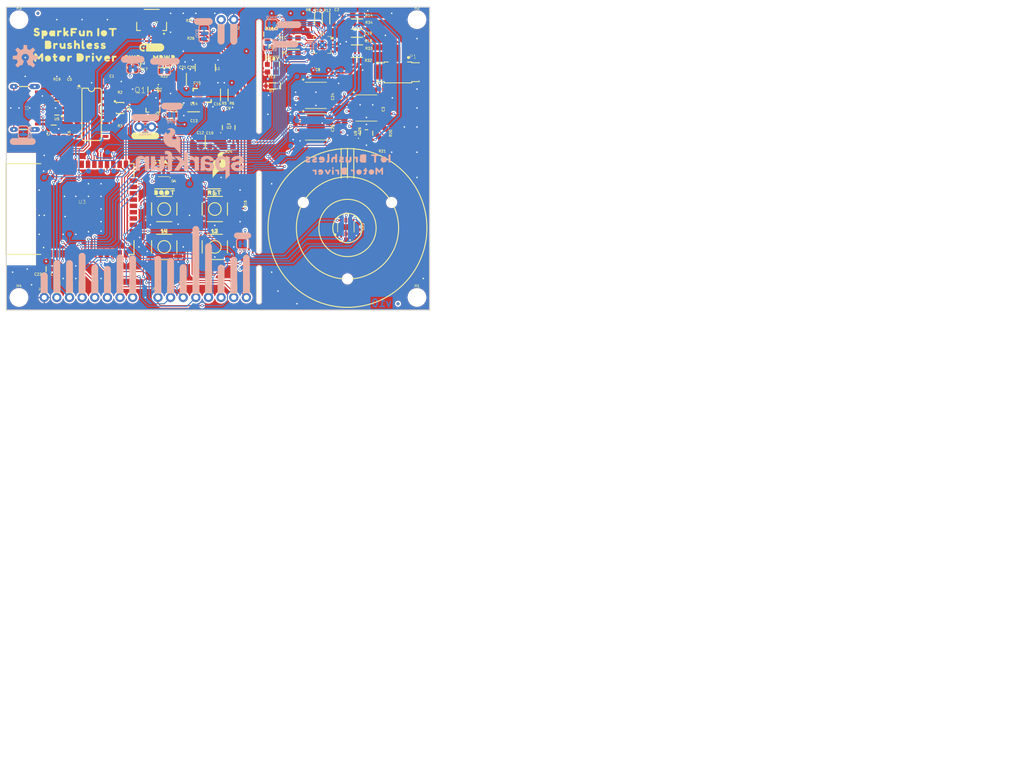
<source format=kicad_pcb>
(kicad_pcb (version 20241229) (generator "pcbnew") (generator_version "9.0")
  (layers (0 "F.Cu" signal) (2 "B.Cu" signal) (13 "F.Paste" user) (15 "B.Paste" user) (5 "F.SilkS" user "F.Silkscreen") (7 "B.SilkS" user "B.Silkscreen") (1 "F.Mask" user) (3 "B.Mask" user) (25 "Edge.Cuts" user))
  (net 0 "")
  (net 1 "3.3V")
  (net 2 "GND")
  (net 3 "W")
  (net 4 "V")
  (net 5 "U")
  (net 6 "D+")
  (net 7 "D-")
  (net 8 "SHLD")
  (net 9 "S")
  (net 10 "N$29")
  (net 11 "1.8_VOUT")
  (net 12 "SENSE")
  (net 13 "D")
  (net 14 "N$33")
  (net 15 "N$1")
  (net 16 "N$3")
  (net 17 "V_USB")
  (net 18 "N$4")
  (net 19 "CH340-TX")
  (net 20 "CH340-RX")
  (net 21 "N$7")
  (net 22 "N$8")
  (net 23 "ESP_0/QPWR")
  (net 24 "RTS")
  (net 25 "DTR")
  (net 26 "ESP_21/TP_SDA")
  (net 27 "ESP_22/TP_SCL")
  (net 28 "~{RESET}")
  (net 29 "TP2")
  (net 30 "ESP_16/UH")
  (net 31 "ESP_33/WL")
  (net 32 "N$11")
  (net 33 "ESP_32/CURR_SENSE")
  (net 34 "SENSE_U")
  (net 35 "SENSE_V")
  (net 36 "SENSE_W")
  (net 37 "ESP_4/~{INT_MAG}")
  (net 38 "ESP_36/V_OUT")
  (net 39 "ESP_39/W_OUT")
  (net 40 "N$9")
  (net 41 "N$15")
  (net 42 "ESP_15/GPIO4")
  (net 43 "ESP_12/GPIO1")
  (net 44 "ESP_5/~{STDBY}")
  (net 45 "ESP_2/RGB_DI")
  (net 46 "ESP_17/UL")
  (net 47 "ESP_18/VH")
  (net 48 "ESP_19/WH")
  (net 49 "ESP_23/VL")
  (net 50 "ESP_25/TP_A1")
  (net 51 "ESP_27/GPIO2")
  (net 52 "ESP_26/TP_A0")
  (net 53 "N$6")
  (net 54 "N$2")
  (net 55 "ESP_35/U_OUT")
  (net 56 "ESP_13/AUX2")
  (net 57 "ESP_14/AUX1")
  (net 58 "ESP_34/DIAG")
  (net 59 "N$12")
  (net 60 "N$13")
  (net 61 "N$17")
  (net 62 "5V")
  (net 63 "5V_MEAS")
  (net 64 "N$21")
  (net 65 "N$22")
  (net 66 "MOTOR_EN")
  (net 67 "BST")
  (net 68 "SW")
  (net 69 "3.3V_A")
  (net 70 "FB")
  (net 71 "3.3V_PG")
  (net 72 "N$26")
  (net 73 "N$27")
  (net 74 "N$14")
  (footprint "0603" (layer "F.Cu") (at 176.4411 79.8576)
    (property "Reference" "C19")
    (property "Value" "0.1uF")
  )
  (footprint "0603" (layer "F.Cu") (at 163.7411 80.7466)
    (property "Reference" "R11")
    (property "Value" "100k")
  )
  (footprint "LED-0603" (layer "F.Cu") (at 159.2961 79.9846 180)
    (property "Reference" "D5")
    (property "Value" "GREEN")
  )
  (footprint "0603" (layer "F.Cu") (at 139.6111 96.2406)
    (property "Reference" "C11")
    (property "Value" "0.1uF")
  )
  (footprint "0603" (layer "F.Cu") (at 171.6151 77.0636 -90)
    (property "Reference" "C2")
    (property "Value" "0.1uF")
  )
  (footprint "0603" (layer "F.Cu") (at 131.3561 87.4776)
    (property "Reference" "R17")
    (property "Value" "4.7k")
  )
  (footprint "QFN-20" (layer "F.Cu") (at 169.4561 82.1436 -90)
    (property "Reference" "U1")
    (property "Value" "TMC6300")
  )
  (footprint "#GND#17" (layer "F.Cu") (at 151.6761 79.8576 90)
    (property "Reference" "U$28" (hide yes))
    (property "Value" "" (hide yes))
  )
  (footprint "STAT1630063003522" (layer "F.Cu") (at 137.5791 105.7656)
    (property "Reference" "U$4" (hide yes))
    (property "Value" "" (hide yes))
  )
  (footprint "1X02_NO_SILK" (layer "F.Cu") (at 151.6761 77.0636 180)
    (property "Reference" "J2")
    (property "Value" "")
  )
  (footprint "0603-POLAR" (layer "F.Cu") (at 115.4811 99.9236 90)
    (property "Reference" "C7")
    (property "Value" "10uF")
  )
  (footprint "0603" (layer "F.Cu") (at 163.7411 83.7946)
    (property "Reference" "R9")
    (property "Value" "100k")
  )
  (footprint "#32#33" (layer "F.Cu") (at 144.0561 130.9116 90)
    (property "Reference" "U$33" (hide yes))
    (property "Value" "" (hide yes))
  )
  (footprint "LED-0603" (layer "F.Cu") (at 137.7061 85.9536)
    (property "Reference" "D1")
    (property "Value" "RED")
  )
  (footprint "MOLEX_0532610371" (layer "F.Cu") (at 184.6961 84.6836)
    (property "Reference" "P1")
    (property "Value" "0532610371")
  )
  (footprint "0603" (layer "F.Cu") (at 143.6751 94.8436 180)
    (property "Reference" "C14")
    (property "Value" "10uF")
  )
  (footprint "0603" (layer "F.Cu") (at 168.5671 77.0636 -90)
    (property "Reference" "R10")
    (property "Value" "100k")
  )
  (footprint "0603" (layer "F.Cu") (at 159.2961 87.6046)
    (property "Reference" "R13")
    (property "Value" "2.2k")
  )
  (footprint "0603" (layer "F.Cu") (at 111.0361 102.4636)
    (property "Reference" "R18")
    (property "Value" "5.1k")
  )
  (footprint "0603" (layer "F.Cu") (at 176.4411 76.1746 180)
    (property "Reference" "R14")
    (property "Value" "0.012ohm")
  )
  (footprint "0603" (layer "F.Cu") (at 176.4411 82.9056)
    (property "Reference" "R33")
    (property "Value" "0.012ohm")
  )
  (footprint "#21#33" (layer "F.Cu") (at 118.6561 130.9116 90)
    (property "Reference" "U$19" (hide yes))
    (property "Value" "" (hide yes))
  )
  (footprint "OT-EM3215" (layer "F.Cu") (at 174.5361 118.9736)
    (property "Reference" "U$2" (hide yes))
    (property "Value" "" (hide yes))
  )
  (footprint "TACTILE_SWITCH_SMD_5.2MM" (layer "F.Cu") (at 137.7061 122.7836)
    (property "Reference" "S3")
    (property "Value" "")
  )
  (footprint "USB-C-16P_4LAYER-PADS" (layer "F.Cu") (at 112.5601 94.8436 -90)
    (property "Reference" "J1")
    (property "Value" "USB-C Connector")
  )
  (footprint "0603" (layer "F.Cu") (at 116.1161 91.0336 -90)
    (property "Reference" "R19")
    (property "Value" "5.1k")
  )
  (footprint "TACTILE_SWITCH_SMD_5.2MM" (layer "F.Cu") (at 147.8661 122.7836)
    (property "Reference" "S4")
    (property "Value" "")
  )
  (footprint "#0#33" (layer "F.Cu") (at 138.9761 131.2926 90)
    (property "Reference" "U$31" (hide yes))
    (property "Value" "" (hide yes))
  )
  (footprint "0603" (layer "F.Cu") (at 127.1651 89.5096)
    (property "Reference" "C1")
    (property "Value" "0.1uF")
  )
  (footprint "0603" (layer "F.Cu") (at 182.7911 95.0976 90)
    (property "Reference" "C3")
    (property "Value" "0.1uF")
  )
  (footprint "0603" (layer "F.Cu") (at 181.5211 102.4636 180)
    (property "Reference" "R21")
    (property "Value" "20k")
  )
  (footprint "MPWR131449" (layer "F.Cu") (at 137.7061 84.6836)
    (property "Reference" "U$49" (hide yes))
    (property "Value" "" (hide yes))
  )
  (footprint "D8_TEX" (layer "F.Cu") (at 178.3461 94.8436)
    (property "Reference" "U10" (hide yes))
    (property "Value" "INA240A1" (hide yes))
  )
  (footprint "0603" (layer "F.Cu") (at 175.9331 99.4156 -90)
    (property "Reference" "C26")
    (property "Value" "0.1uF")
  )
  (footprint "JST04_1MM_RA" (layer "F.Cu") (at 135.1661 79.6036 180)
    (property "Reference" "J7")
    (property "Value" "QWIIC_RIGHT_ANGLE")
  )
  (footprint "#A0#30" (layer "F.Cu") (at 123.7361 130.6576 90)
    (property "Reference" "U$64" (hide yes))
    (property "Value" "" (hide yes))
  )
  (footprint "STAND-OFF" (layer "F.Cu") (at 188.5061 132.9436)
    (property "Reference" "H1")
    (property "Value" "STAND-OFF")
  )
  (footprint "1210" (layer "F.Cu") (at 139.2301 98.7806)
    (property "Reference" "F1")
    (property "Value" "6V/2A")
  )
  (footprint "SOT23-5" (layer "F.Cu") (at 178.3461 99.9236)
    (property "Reference" "U9")
    (property "Value" "MCP6021T")
  )
  (footprint "0603" (layer "F.Cu") (at 146.8501 101.7016 -90)
    (property "Reference" "C10")
    (property "Value" "1.0uF")
  )
  (footprint "0603" (layer "F.Cu") (at 168.5671 86.0806 180)
    (property "Reference" "C8")
    (property "Value" "0.1uF")
  )
  (footprint "0603" (layer "F.Cu") (at 176.4411 77.6986)
    (property "Reference" "R34")
    (property "Value" "0.012ohm")
  )
  (footprint "STAND-OFF" (layer "F.Cu") (at 108.4961 77.0636)
    (property "Reference" "H3")
    (property "Value" "STAND-OFF")
  )
  (footprint "ORDERING_INSTRUCTIONS" (layer "F.Cu") (at 208.8261 80.8736)
    (property "Reference" "U$1" (hide yes))
    (property "Value" "" (hide yes))
  )
  (footprint "SOT-23-6" (layer "F.Cu") (at 116.1161 94.8436 90)
    (property "Reference" "U5")
    (property "Value" "ESD Diode")
  )
  (footprint "0603" (layer "F.Cu") (at 163.7411 82.2706)
    (property "Reference" "R7")
    (property "Value" "100k")
  )
  (footprint "0603" (layer "F.Cu") (at 128.8161 97.3836 180)
    (property "Reference" "R3")
    (property "Value" "10k")
  )
  (footprint "#MTR_EN#131460" (layer "F.Cu") (at 136.4361 129.0066 90)
    (property "Reference" "U$51" (hide yes))
    (property "Value" "" (hide yes))
  )
  (footprint "0603" (layer "F.Cu") (at 172.6311 92.5576 90)
    (property "Reference" "C24")
    (property "Value" "0.1uF")
  )
  (footprint "DIAG131469" (layer "F.Cu") (at 159.2961 78.8416)
    (property "Reference" "U$57" (hide yes))
    (property "Value" "" (hide yes))
  )
  (footprint "0603" (layer "F.Cu") (at 145.0721 101.7016 -90)
    (property "Reference" "C12")
    (property "Value" "0.1uF")
  )
  (footprint "0603" (layer "F.Cu") (at 142.9131 89.0016 -90)
    (property "Reference" "C20")
    (property "Value" "22uF")
  )
  (footprint "#22#33" (layer "F.Cu") (at 116.1161 130.7846 90)
    (property "Reference" "U$18" (hide yes))
    (property "Value" "" (hide yes))
  )
  (footprint "#STBY#131470" (layer "F.Cu") (at 159.4231 84.8106)
    (property "Reference" "U$53" (hide yes))
    (property "Value" "" (hide yes))
  )
  (footprint "D8_TEX" (layer "F.Cu") (at 168.1861 98.6536)
    (property "Reference" "U11" (hide yes))
    (property "Value" "INA240A1" (hide yes))
  )
  (footprint "SPARKFUN_IOT131442" (layer "F.Cu") (at 119.9261 79.6036)
    (property "Reference" "U$44" (hide yes))
    (property "Value" "" (hide yes))
  )
  (footprint "0603" (layer "F.Cu") (at 176.4411 81.3816)
    (property "Reference" "C18")
    (property "Value" "10uF")
  )
  (footprint "0603" (layer "F.Cu") (at 146.4691 89.7636 180)
    (property "Reference" "C15")
    (property "Value" "0.1uF")
  )
  (footprint "#15#33" (layer "F.Cu") (at 128.8161 131.0386 90)
    (property "Reference" "U$22" (hide yes))
    (property "Value" "" (hide yes))
  )
  (footprint "FIDUCIAL-MICRO" (layer "F.Cu") (at 184.6961 134.2136)
    (property "Reference" "FD2" (hide yes))
    (property "Value" "FIDUCIALUFIDUCIAL" (hide yes))
  )
  (footprint "SOT23-5" (layer "F.Cu") (at 150.6601 98.7806)
    (property "Reference" "U2")
    (property "Value" "3.3V")
  )
  (footprint "0603" (layer "F.Cu") (at 142.7861 78.3336)
    (property "Reference" "R27")
    (property "Value" "2.2k")
  )
  (footprint "0603" (layer "F.Cu") (at 143.6751 96.3676 180)
    (property "Reference" "C13")
    (property "Value" "10uF")
  )
  (footprint "0603" (layer "F.Cu") (at 139.2301 93.9546 180)
    (property "Reference" "R4")
    (property "Value" "1M")
  )
  (footprint "0603" (layer "F.Cu") (at 137.5791 109.5756)
    (property "Reference" "C4")
    (property "Value" "0.1uF")
  )
  (footprint "1436" (layer "F.Cu") (at 137.7061 119.6086)
    (property "Reference" "U$3" (hide yes))
    (property "Value" "" (hide yes))
  )
  (footprint "BRUSHLESS131445" (layer "F.Cu") (at 119.9261 82.1436)
    (property "Reference" "U$46" (hide yes))
    (property "Value" "" (hide yes))
  )
  (footprint "SC70-6" (layer "F.Cu") (at 128.8161 94.8436 -90)
    (property "Reference" "Q2")
    (property "Value" "NPN Transistors")
  )
  (footprint "0603" (layer "F.Cu") (at 159.2961 81.5086 180)
    (property "Reference" "R15")
    (property "Value" "330")
  )
  (footprint "BOOT21630063003532" (layer "F.Cu") (at 137.8331 111.8616)
    (property "Reference" "U$11" (hide yes))
    (property "Value" "" (hide yes))
  )
  (footprint "0603" (layer "F.Cu") (at 142.7861 81.7626)
    (property "Reference" "R26")
    (property "Value" "2.2k")
  )
  (footprint "0603" (layer "F.Cu") (at 151.2951 92.1766 -90)
    (property "Reference" "R6")
    (property "Value" "30.1k")
  )
  (footprint "0603" (layer "F.Cu") (at 146.5961 126.5936 180)
    (property "Reference" "R28")
    (property "Value" "10k")
  )
  (footprint "#27#33" (layer "F.Cu") (at 121.1961 130.7846 90)
    (property "Reference" "U$21" (hide yes))
    (property "Value" "" (hide yes))
  )
  (footprint "SOT363_PHILIPS" (layer "F.Cu") (at 135.4201 91.1606 180)
    (property "Reference" "Q1")
    (property "Value" "")
  )
  (footprint "STAND-OFF" (layer "F.Cu") (at 108.4961 132.9436)
    (property "Reference" "H4")
    (property "Value" "STAND-OFF")
  )
  (footprint "#RESET#34" (layer "F.Cu") (at 141.5161 129.3876 90)
    (property "Reference" "U$29" (hide yes))
    (property "Value" "" (hide yes))
  )
  (footprint "SFE_LOGO_FLAME_.2" (layer "F.Cu") (at 149.1361 106.2736)
    (property "Reference" "LOGO3" (hide yes))
    (property "Value" "SFE_LOGO_FLAME.2_INCH" (hide yes))
  )
  (footprint "0603" (layer "F.Cu") (at 172.6311 98.9076 90)
    (property "Reference" "C25")
    (property "Value" "0.1uF")
  )
  (footprint "#GND#32" (layer "F.Cu") (at 113.5761 130.1496 90)
    (property "Reference" "U$14" (hide yes))
    (property "Value" "" (hide yes))
  )
  (footprint "0603" (layer "F.Cu") (at 137.7061 87.4776)
    (property "Reference" "R22")
    (property "Value" "4.7k")
  )
  (footprint "SOD-323" (layer "F.Cu") (at 159.2961 90.3986 180)
    (property "Reference" "D7")
    (property "Value" "3.3V")
  )
  (footprint "D8_TEX" (layer "F.Cu") (at 168.1861 92.3036)
    (property "Reference" "U7" (hide yes))
    (property "Value" "INA240A1" (hide yes))
  )
  (footprint "0603" (layer "F.Cu") (at 152.9461 114.1476 -90)
    (property "Reference" "R16")
    (property "Value" "10k")
  )
  (footprint "0603" (layer "F.Cu") (at 148.2471 92.1766 90)
    (property "Reference" "C16")
    (property "Value" "33pF")
  )
  (footprint "TACTILE_SWITCH_SMD_5.2MM" (layer "F.Cu") (at 147.8661 115.1636)
    (property "Reference" "S2")
    (property "Value" "")
  )
  (footprint "#A1#30" (layer "F.Cu") (at 126.2761 130.7846 90)
    (property "Reference" "U$42" (hide yes))
    (property "Value" "" (hide yes))
  )
  (footprint "0603" (layer "F.Cu") (at 176.3141 85.3186)
    (property "Reference" "R32")
    (property "Value" "0.012ohm")
  )
  (footprint "PWR21630063003533" (layer "F.Cu") (at 131.3561 84.6836)
    (property "Reference" "U$12" (hide yes))
    (property "Value" "" (hide yes))
  )
  (footprint "0603" (layer "F.Cu") (at 128.8161 92.5576 180)
    (property "Reference" "R2")
    (property "Value" "10k")
  )
  (footprint "TACTILE_SWITCH_SMD_5.2MM" (layer "F.Cu") (at 137.7061 115.1636)
    (property "Reference" "S1")
    (property "Value" "")
  )
  (footprint "QWIIC_5MM" (layer "F.Cu") (at 135.1661 82.6516)
    (property "Reference" "LOGO4" (hide yes))
    (property "Value" "QWIIC_LOGO_5MM" (hide yes))
  )
  (footprint "#13#36" (layer "F.Cu") (at 154.2161 130.9116 90)
    (property "Reference" "U$38" (hide yes))
    (property "Value" "" (hide yes))
  )
  (footprint "STAND-OFF" (layer "F.Cu") (at 188.5061 77.0636)
    (property "Reference" "H2")
    (property "Value" "STAND-OFF")
  )
  (footprint "0603" (layer "F.Cu") (at 112.3061 127.2286 180)
    (property "Reference" "C22")
    (property "Value" "22uF")
  )
  (footprint "#12#31" (layer "F.Cu") (at 131.3561 131.0386 90)
    (property "Reference" "U$7" (hide yes))
    (property "Value" "" (hide yes))
  )
  (footprint "1X08_NO_SILK" (layer "F.Cu") (at 136.4361 132.9436)
    (property "Reference" "J5")
    (property "Value" "Breadboard Headers")
  )
  (footprint "#3V3#18" (layer "F.Cu") (at 149.1361 79.8576 90)
    (property "Reference" "U$58" (hide yes))
    (property "Value" "" (hide yes))
  )
  (footprint "RST1630063003525" (layer "F.Cu") (at 147.8661 111.8616)
    (property "Reference" "U$5" (hide yes))
    (property "Value" "" (hide yes))
  )
  (footprint "0603" (layer "F.Cu") (at 118.6561 91.0336 90)
    (property "Reference" "C5")
    (property "Value" "10nF")
  )
  (footprint "1X08_NO_SILK" (layer "F.Cu") (at 113.5761 132.9436)
    (property "Reference" "J4")
    (property "Value" "Breadboard Connector")
  )
  (footprint "FIDUCIAL-MICRO" (layer "F.Cu") (at 112.3061 75.7936)
    (property "Reference" "FD4" (hide yes))
    (property "Value" "FIDUCIALUFIDUCIAL" (hide yes))
  )
  (footprint "0603" (layer "F.Cu") (at 167.0431 77.0636 -90)
    (property "Reference" "R8")
    (property "Value" "100k")
  )
  (footprint "MOTOR_DRIVER131446" (layer "F.Cu") (at 119.9261 84.6836)
    (property "Reference" "U$47" (hide yes))
    (property "Value" "" (hide yes))
  )
  (footprint "LED-0603" (layer "F.Cu") (at 131.3561 85.9536)
    (property "Reference" "D2")
    (property "Value" "RED")
  )
  (footprint "#14#36" (layer "F.Cu") (at 151.6761 131.0386 90)
    (property "Reference" "U$9" (hide yes))
    (property "Value" "" (hide yes))
  )
  (footprint "SOT23-3" (layer "F.Cu") (at 135.4201 94.9706 180)
    (property "Reference" "Q3")
    (property "Value" "20V/4.2A/52mΩ/1.4W")
  )
  (footprint "0603" (layer "F.Cu") (at 137.9601 91.1606 90)
    (property "Reference" "R1")
    (property "Value" "100k")
  )
  (footprint "0603" (layer "F.Cu") (at 170.0911 77.0636 -90)
    (property "Reference" "R12")
    (property "Value" "100k")
  )
  (footprint "#4#33" (layer "F.Cu") (at 146.5961 131.2926 90)
    (property "Reference" "U$34" (hide yes))
    (property "Value" "" (hide yes))
  )
  (footprint "131437" (layer "F.Cu") (at 147.8661 119.6086)
    (property "Reference" "U$39" (hide yes))
    (property "Value" "" (hide yes))
  )
  (footprint "WS2812-2020" (layer "F.Cu") (at 137.5791 107.5436)
    (property "Reference" "STAT0" (hide yes))
    (property "Value" "WS2812_2020" (hide yes))
  )
  (footprint "0402" (layer "F.Cu") (at 176.5681 118.7196 -90)
    (property "Reference" "C23")
    (property "Value" "0.1uF")
  )
  (footprint "#MEAS#131453" (layer "F.Cu") (at 133.8961 100.4316)
    (property "Reference" "U$48" (hide yes))
    (property "Value" "" (hide yes))
  )
  (footprint "INDUCTOR_4X4MM" (layer "F.Cu") (at 145.9611 86.7156 180)
    (property "Reference" "L1")
    (property "Value" "4.7μH")
  )
  (footprint "0603" (layer "F.Cu") (at 150.6601 102.5906 180)
    (property "Reference" "R24")
    (property "Value" "100k")
  )
  (footprint "ESP-WROOM-32D" (layer "F.Cu") (at 119.9261 115.1636 180)
    (property "Reference" "U3")
    (property "Value" "ESP-WROOM-3232D")
  )
  (footprint "0603" (layer "F.Cu") (at 182.1561 99.9236 -90)
    (property "Reference" "R20")
    (property "Value" "1k")
  )
  (footprint "0603" (layer "F.Cu") (at 149.7711 92.1766 90)
    (property "Reference" "R5")
    (property "Value" "93.1k")
  )
  (footprint "SO016" (layer "F.Cu") (at 123.1011 96.1136 -90)
    (property "Reference" "U4")
    (property "Value" "CH340C")
  )
  (footprint "0603" (layer "F.Cu") (at 115.6081 127.2286)
    (property "Reference" "C17")
    (property "Value" "0.1uF")
  )
  (footprint "0603" (layer "F.Cu") (at 150.5331 95.9866)
    (property "Reference" "C9")
    (property "Value" "2.2uF")
  )
  (footprint "LED-0603" (layer "F.Cu") (at 159.2961 86.0806)
    (property "Reference" "D4")
    (property "Value" "BLUE")
  )
  (footprint "#2#33" (layer "F.Cu") (at 149.1361 131.2926 90)
    (property "Reference" "U$36" (hide yes))
    (property "Value" "" (hide yes))
  )
  (footprint "0603" (layer "F.Cu") (at 117.5131 99.9236 -90)
    (property "Reference" "C6")
    (property "Value" "0.1uF")
  )
  (footprint "SOT23-6_DBV_TEX" (layer "F.Cu") (at 174.211106 118.788613 90)
    (property "Reference" "U8" (hide yes))
    (property "Value" "TMAG5273" (hide yes))
  )
  (footprint "V-DFN3020-13" (layer "F.Cu") (at 145.3261 92.3036)
    (property "Reference" "U6" (hide yes))
    (property "Value" "AP63357" (hide yes))
  )
  (footprint "0603" (layer "F.Cu") (at 141.3891 89.0016 -90)
    (property "Reference" "C21")
    (property "Value" "22uF")
  )
  (footprint "CREATIVE_COMMONS" (layer "F.Cu") (at 125.0061 225.6536)
    (property "Reference" "FRAME1" (hide yes))
    (property "Value" "FRAME-LEDGER" (hide yes))
  )
  (footprint "PAD.03X.04" (layer "B.Cu") (at 122.4661 107.5436 180)
    (property "Reference" "TP12" (hide yes))
    (property "Value" "TEST-POINT3X4" (hide yes))
  )
  (footprint "##STBY##16" (layer "B.Cu") (at 161.9631 82.0166 180)
    (property "Reference" "U$10" (hide yes))
    (property "Value" "" (hide yes))
  )
  (footprint "SMT-JUMPER_2_NC_TRACE_SILK" (layer "B.Cu") (at 153.4541 122.1486)
    (property "Reference" "INT0")
    (property "Value" "JUMPER-SMT_2_NC_TRACE_SILK")
  )
  (footprint "PAD.03X.04" (layer "B.Cu") (at 118.6561 120.2436 180)
    (property "Reference" "TP11" (hide yes))
    (property "Value" "TEST-POINT3X4" (hide yes))
  )
  (footprint "#3V3#18" (layer "B.Cu") (at 149.1361 79.8576 90)
    (property "Reference" "U$16" (hide yes))
    (property "Value" "" (hide yes))
  )
  (footprint "PAD.03X.04" (layer "B.Cu") (at 127.5461 107.5436 180)
    (property "Reference" "TP8" (hide yes))
    (property "Value" "TEST-POINT3X4" (hide yes))
  )
  (footprint "##INT#630063003473" (layer "B.Cu") (at 153.4541 120.4976 180)
    (property "Reference" "U$25" (hide yes))
    (property "Value" "" (hide yes))
  )
  (footprint "PAD.03X.04" (layer "B.Cu") (at 150.4061 125.3236 180)
    (property "Reference" "TP1" (hide yes))
    (property "Value" "TEST-POINT3X4" (hide yes))
  )
  (footprint "PAD.03X.04" (layer "B.Cu") (at 125.0061 101.1936 180)
    (property "Reference" "TP5" (hide yes))
    (property "Value" "TEST-POINT3X4" (hide yes))
  )
  (footprint "#32#CURR_SENSE#10" (layer "B.Cu") (at 144.0561 125.5776 90)
    (property "Reference" "U$26" (hide yes))
    (property "Value" "" (hide yes))
  )
  (footprint "SMT-JUMPER_2_NC_TRACE_SILK" (layer "B.Cu") (at 159.2961 78.0796 180)
    (property "Reference" "DIAG0")
    (property "Value" "JUMPER-SMT_2_NC_TRACE_SILK")
  )
  (footprint "#MTR_EN#131458" (layer "B.Cu") (at 136.4361 128.4986 90)
    (property "Reference" "U$13" (hide yes))
    (property "Value" "" (hide yes))
  )
  (footprint "BLANK" (layer "B.Cu") (at 208.8261 131.6736 180)
    (property "Reference" "LOGO1" (hide yes))
    (property "Value" "SFE_LOGO_NAMEBLANK" (hide yes))
  )
  (footprint "PAD.03X.04" (layer "B.Cu") (at 142.7861 110.0836 90)
    (property "Reference" "TP2" (hide yes))
    (property "Value" "TEST-POINT3X4" (hide yes))
  )
  (footprint "PAD.03X.04" (layer "B.Cu") (at 164.3761 97.3836 180)
    (property "Reference" "TP14" (hide yes))
    (property "Value" "TEST-POINT3X4" (hide yes))
  )
  (footprint "#12#GPIO1#4" (layer "B.Cu") (at 131.3561 128.4986 90)
    (property "Reference" "U$35" (hide yes))
    (property "Value" "" (hide yes))
  )
  (footprint "IOT_BRUSHLESS131454" (layer "B.Cu") (at 174.5361 105.0036 180)
    (property "Reference" "U$55" (hide yes))
    (property "Value" "" (hide yes))
  )
  (footprint "PAD.03X.04" (layer "B.Cu") (at 113.5761 108.8136 180)
    (property "Reference" "TP6" (hide yes))
    (property "Value" "TEST-POINT3X4" (hide yes))
  )
  (footprint "PAD.03X.04" (layer "B.Cu") (at 173.2661 87.2236 180)
    (property "Reference" "TP13" (hide yes))
    (property "Value" "TEST-POINT3X4" (hide yes))
  )
  (footprint "#SHLD#630063003467" (layer "B.Cu") (at 109.2581 101.5746 180)
    (property "Reference" "U$24" (hide yes))
    (property "Value" "" (hide yes))
  )
  (footprint "#MEAS#131453" (layer "B.Cu") (at 133.8961 96.7486 180)
    (property "Reference" "U$50" (hide yes))
    (property "Value" "" (hide yes))
  )
  (footprint "#2#RGB#18" (layer "B.Cu") (at 149.1361 129.3876 90)
    (property "Reference" "U$59" (hide yes))
    (property "Value" "" (hide yes))
  )
  (footprint "SMT-JUMPER_2_NO_SILK" (layer "B.Cu") (at 139.2301 96.2406)
    (property "Reference" "BYP0")
    (property "Value" "JUMPER-SMT_2_NO_SILK")
  )
  (footprint "#PWR#33" (layer "B.Cu") (at 131.3561 85.0646 180)
    (property "Reference" "U$27" (hide yes))
    (property "Value" "" (hide yes))
  )
  (footprint "MOTOR_DRIVER630063003515" (layer "B.Cu") (at 174.5361 107.5436 180)
    (property "Reference" "U$62" (hide yes))
    (property "Value" "" (hide yes))
  )
  (footprint "PAD.03X.04" (layer "B.Cu") (at 125.0061 107.5436 180)
    (property "Reference" "TP4" (hide yes))
    (property "Value" "TEST-POINT3X4" (hide yes))
  )
  (footprint "#13#AUX2#14" (layer "B.Cu") (at 154.2161 128.3716 90)
    (property "Reference" "U$52" (hide yes))
    (property "Value" "" (hide yes))
  )
  (footprint "SMT-JUMPER_2_NC_TRACE_SILK" (layer "B.Cu") (at 131.3561 86.8426 180)
    (property "Reference" "PWR0")
    (property "Value" "JUMPER-SMT_2_NC_TRACE_SILK")
  )
  (footprint "FIDUCIAL-MICRO" (layer "B.Cu") (at 184.6961 134.2136 180)
    (property "Reference" "FD1" (hide yes))
    (property "Value" "FIDUCIALUFIDUCIAL" (hide yes))
  )
  (footprint "COMBO-JUMPER_2_NC_TRACE" (layer "B.Cu") (at 133.8961 98.6536)
    (property "Reference" "MEAS0")
    (property "Value" "JUMPER-COMBO_2_NC_TRACE")
  )
  (footprint "#RESET#34" (layer "B.Cu") (at 141.5161 129.3876 90)
    (property "Reference" "U$30" (hide yes))
    (property "Value" "" (hide yes))
  )
  (footprint "FIDUCIAL-MICRO" (layer "B.Cu") (at 112.3061 75.7936 180)
    (property "Reference" "FD3" (hide yes))
    (property "Value" "FIDUCIALUFIDUCIAL" (hide yes))
  )
  (footprint "PAD.03X.04" (layer "B.Cu") (at 163.1061 102.4636 -90)
    (property "Reference" "TP9" (hide yes))
    (property "Value" "TEST-POINT3X4" (hide yes))
  )
  (footprint "#DIAG#15" (layer "B.Cu") (at 162.7251 78.0796 180)
    (property "Reference" "U$8" (hide yes))
    (property "Value" "" (hide yes))
  )
  (footprint "#15#GPIO4#13" (layer "B.Cu") (at 128.8161 128.3716 90)
    (property "Reference" "U$37" (hide yes))
    (property "Value" "" (hide yes))
  )
  (footprint "OSHW-LOGO-M" (layer "B.Cu") (at 109.7661 84.6836 180)
    (property "Reference" "LOGO2" (hide yes))
    (property "Value" "OSHW-LOGOM" (hide yes))
  )
  (footprint "PAD.03X.04" (layer "B.Cu") (at 180.8861 91.0336 180)
    (property "Reference" "TP15" (hide yes))
    (property "Value" "TEST-POINT3X4" (hide yes))
  )
  (footprint "SFE_LOGO_NAME_FLAME_.2" (layer "B.Cu") (at 142.7861 106.2736 180)
    (property "Reference" "U$45" (hide yes))
    (property "Value" "" (hide yes))
  )
  (footprint "#22#SCL#30" (layer "B.Cu") (at 116.1161 128.8796 90)
    (property "Reference" "U$63" (hide yes))
    (property "Value" "" (hide yes))
  )
  (footprint "#BYP#131439" (layer "B.Cu") (at 139.2301 94.4626 180)
    (property "Reference" "U$43" (hide yes))
    (property "Value" "" (hide yes))
  )
  (footprint "#25#A1#30" (layer "B.Cu") (at 126.2761 129.5146 90)
    (property "Reference" "U$41" (hide yes))
    (property "Value" "" (hide yes))
  )
  (footprint "SMT-JUMPER_2_NC_TRACE_SILK" (layer "B.Cu") (at 158.5341 82.1436 90)
    (property "Reference" "!STBY0")
    (property "Value" "JUMPER-SMT_2_NC_TRACE_SILK")
  )
  (footprint "#0##BOOT##0" (layer "B.Cu") (at 138.9761 128.7526 90)
    (property "Reference" "U$32" (hide yes))
    (property "Value" "" (hide yes))
  )
  (footprint "PAD.03X.04" (layer "B.Cu") (at 122.4661 103.7336 180)
    (property "Reference" "TP7" (hide yes))
    (property "Value" "TEST-POINT3X4" (hide yes))
  )
  (footprint "SMT-JUMPER_2_NC_TRACE_SILK" (layer "B.Cu") (at 137.7061 87.2236 180)
    (property "Reference" "MPWR0")
    (property "Value" "JUMPER-SMT_2_NC_TRACE_SILK")
  )
  (footprint "#4#INT_MAG#21630063003534" (layer "B.Cu") (at 146.5961 127.2286 90)
    (property "Reference" "U$17" (hide yes))
    (property "Value" "" (hide yes))
  )
  (footprint "SMT-JUMPER_3_2-NC_TRACE_SILK" (layer "B.Cu") (at 145.7071 79.8576 -90)
    (property "Reference" "I2C0")
    (property "Value" "JUMPER-SMT_3_2-NC_TRACE_SILK")
  )
  (footprint "#GND#17" (layer "B.Cu") (at 151.6761 79.8576 90)
    (property "Reference" "U$60" (hide yes))
    (property "Value" "" (hide yes))
  )
  (footprint "PAD.03X.04" (layer "B.Cu") (at 126.2761 103.7336 180)
    (property "Reference" "TP3" (hide yes))
    (property "Value" "TEST-POINT3X4" (hide yes))
  )
  (footprint "#27#GPIO2#27" (layer "B.Cu") (at 121.1961 128.2446 90)
    (property "Reference" "U$54" (hide yes))
    (property "Value" "" (hide yes))
  )
  (footprint "SMT-JUMPER_2_NC_TRACE_SILK" (layer "B.Cu") (at 109.3851 99.6696 90)
    (property "Reference" "SHLD0")
    (property "Value" "JUMPER-SMT_2_NC_TRACE_SILK")
  )
  (footprint "#MPWR#131468" (layer "B.Cu") (at 137.8331 85.4456 180)
    (property "Reference" "U$20" (hide yes))
    (property "Value" "" (hide yes))
  )
  (footprint "#26#A0#30" (layer "B.Cu") (at 123.7361 129.3876 90)
    (property "Reference" "U$40" (hide yes))
    (property "Value" "" (hide yes))
  )
  (footprint "#14#AUX1#36" (layer "B.Cu") (at 151.6761 128.6256 90)
    (property "Reference" "U$6" (hide yes))
    (property "Value" "" (hide yes))
  )
  (footprint "#GND#32" (layer "B.Cu") (at 113.5761 130.1496 90)
    (property "Reference" "U$15" (hide yes))
    (property "Value" "" (hide yes))
  )
  (footprint "PAD.03X.04" (layer "B.Cu") (at 164.3761 88.4936 180)
    (property "Reference" "TP10" (hide yes))
    (property "Value" "TEST-POINT3X4" (hide yes))
  )
  (footprint "#21#SDA#29" (layer "B.Cu") (at 118.6561 128.8796 90)
    (property "Reference" "U$56" (hide yes))
    (property "Value" "" (hide yes))
  )
  (footprint "#I2C#630063003467" (layer "B.Cu") (at 145.5801 77.4446 180)
    (property "Reference" "U$23" (hide yes))
    (property "Value" "" (hide yes))
  )
  (gr_line (start 175.2981 84.6836) (end 177.5841 84.6836) (stroke (width 0.2032)) (layer "F.SilkS"))
  (gr_circle (center 174.5361 118.9736) (end 184.812903 118.9736) (stroke (width 0.2032)) (fill no) (layer "F.SilkS"))
  (gr_line (start 174.5361 108.9406) (end 174.5361 102.9716) (stroke (width 0.2032)) (layer "F.SilkS"))
  (gr_line (start 142.4051 95.6056) (end 144.8181 95.6056) (stroke (width 0.2032)) (layer "F.SilkS"))
  (gr_line (start 169.4561 77.9526) (end 169.4561 75.6666) (stroke (width 0.2032)) (layer "F.SilkS"))
  (gr_line (start 175.2981 78.9686) (end 177.5841 78.9686) (stroke (width 0.2032)) (layer "F.SilkS"))
  (gr_line (start 175.2981 80.6196) (end 177.5841 80.6196) (stroke (width 0.2032)) (layer "F.SilkS"))
  (gr_line (start 173.2661 108.9406) (end 173.2661 102.9716) (stroke (width 0.2032)) (layer "F.SilkS"))
  (gr_line (start 136.4361 86.7156) (end 138.9761 86.7156) (stroke (width 0.2032)) (layer "F.SilkS"))
  (gr_line (start 170.9801 77.9526) (end 170.9801 75.6666) (stroke (width 0.2032)) (layer "F.SilkS"))
  (gr_line (start 142.1511 87.8586) (end 142.1511 90.1446) (stroke (width 0.2032)) (layer "F.SilkS"))
  (gr_line (start 162.5981 81.5086) (end 164.8841 81.5086) (stroke (width 0.2032)) (layer "F.SilkS"))
  (gr_line (start 149.0091 93.4466) (end 149.0091 91.0336) (stroke (width 0.2032)) (layer "F.SilkS"))
  (gr_circle (center 174.5361 118.9736) (end 177.48184 118.9736) (stroke (width 0.2032)) (fill no) (layer "F.SilkS"))
  (gr_line (start 113.9571 126.7206) (end 113.9571 127.7366) (stroke (width 0.2032)) (layer "F.SilkS"))
  (gr_line (start 150.5331 91.0336) (end 150.5331 93.4466) (stroke (width 0.2032)) (layer "F.SilkS"))
  (gr_line (start 167.9321 77.9526) (end 167.9321 75.6666) (stroke (width 0.2032)) (layer "F.SilkS"))
  (gr_line (start 145.9611 102.9716) (end 145.9611 100.3046) (stroke (width 0.2032)) (layer "F.SilkS"))
  (gr_circle (center 174.5361 118.9736) (end 190.502278 118.9736) (stroke (width 0.2032)) (fill no) (layer "F.SilkS"))
  (gr_line (start 175.2981 76.9366) (end 177.5841 76.9366) (stroke (width 0.2032)) (layer "F.SilkS"))
  (gr_line (start 175.8061 108.9406) (end 175.8061 102.9716) (stroke (width 0.2032)) (layer "F.SilkS"))
  (gr_circle (center 174.5361 118.9736) (end 180.294678 118.9736) (stroke (width 0.2032)) (fill no) (layer "F.SilkS"))
  (gr_line (start 162.5981 83.0326) (end 164.8841 83.0326) (stroke (width 0.2032)) (layer "F.SilkS"))
  (gr_line (start 135.8011 111.0996) (end 139.7381 111.0996) (stroke (width 0.2032)) (layer "F.SilkS"))
  (gr_line (start 146.4691 111.0996) (end 149.0091 111.0996) (stroke (width 0.2032)) (layer "F.SilkS"))
  (gr_line (start 175.2981 82.1436) (end 177.5841 82.1436) (stroke (width 0.2032)) (layer "F.SilkS"))
  (gr_arc (start 156.2481 107.924602) (mid 156.756099 107.476148) (end 157.2641 107.9246) (stroke (width 0.2032)) (layer "Edge.Cuts"))
  (gr_line (start 157.2641 123.6726) (end 157.2641 107.9246) (stroke (width 0.2032)) (layer "Edge.Cuts"))
  (gr_line (start 105.9561 135.4836) (end 191.0461 135.4836) (stroke (width 0.2032)) (layer "Edge.Cuts"))
  (gr_arc (start 156.2481 126.974602) (mid 156.756099 126.526148) (end 157.2641 126.9746) (stroke (width 0.2032)) (layer "Edge.Cuts"))
  (gr_line (start 157.2641 99.5426) (end 157.2641 77.5716) (stroke (width 0.2032)) (layer "Edge.Cuts"))
  (gr_line (start 156.2481 133.8326) (end 156.2481 126.9746) (stroke (width 0.2032)) (layer "Edge.Cuts"))
  (gr_line (start 191.0461 74.5236) (end 105.9561 74.5236) (stroke (width 0.2032)) (layer "Edge.Cuts"))
  (gr_arc (start 157.2641 99.5426) (mid 156.7561 99.991053) (end 156.2481 99.5426) (stroke (width 0.2032)) (layer "Edge.Cuts"))
  (gr_line (start 105.9561 74.5236) (end 105.9561 135.4836) (stroke (width 0.2032)) (layer "Edge.Cuts"))
  (gr_line (start 157.2641 126.9746) (end 157.2641 133.8326) (stroke (width 0.2032)) (layer "Edge.Cuts"))
  (gr_arc (start 157.2641 133.8326) (mid 156.7561 134.281053) (end 156.2481 133.8326) (stroke (width 0.2032)) (layer "Edge.Cuts"))
  (gr_line (start 191.0461 74.5236) (end 191.0461 135.4836) (stroke (width 0.2032)) (layer "Edge.Cuts"))
  (gr_arc (start 156.2481 77.5716) (mid 156.7561 77.0636) (end 157.2641 77.5716) (stroke (width 0.2032)) (layer "Edge.Cuts"))
  (gr_arc (start 157.2641 123.6726) (mid 156.7561 124.121053) (end 156.2481 123.6726) (stroke (width 0.2032)) (layer "Edge.Cuts"))
  (gr_line (start 156.2481 77.5716) (end 156.2481 99.5426) (stroke (width 0.2032)) (layer "Edge.Cuts"))
  (gr_line (start 156.2481 107.9246) (end 156.2481 123.6726) (stroke (width 0.2032)) (layer "Edge.Cuts"))
  (gr_text "v10" (at 183.5531 134.9756 -0) (layer "B.Cu") (effects (font (size 1.5113 1.5113) (thickness 0.2667)) (justify left bottom mirror)))
  (segment (start 170.91025 99.2886) (end 172.1621 99.2886) (width 0.381) (layer "F.Cu") (net 1))
  (segment (start 172.6311 93.4076) (end 172.1621 92.9386) (width 0.381) (layer "F.Cu") (net 1))
  (segment (start 182.7911 95.9476) (end 182.8301 95.9866) (width 0.381) (layer "F.Cu") (net 1))
  (segment (start 136.6641 108.0936) (end 135.7591 108.0936) (width 0.2032) (layer "F.Cu") (net 1))
  (segment (start 175.9331 98.5656) (end 174.9561 98.5656) (width 0.381) (layer "F.Cu") (net 1))
  (segment (start 182.3221 95.4786) (end 182.7911 95.9476) (width 0.381) (layer "F.Cu") (net 1))
  (segment (start 152.9461 114.9976) (end 152.9851 115.0366) (width 0.254) (layer "F.Cu") (net 1))
  (segment (start 172.6311 99.7576) (end 173.5591 99.7576) (width 0.381) (layer "F.Cu") (net 1))
  (segment (start 172.1621 99.2886) (end 172.6311 99.7576) (width 0.381) (layer "F.Cu") (net 1))
  (segment (start 149.7101 97.4805) (end 149.7101 96.0136) (width 0.381) (layer "F.Cu") (net 1))
  (segment (start 173.5591 99.7576) (end 173.6471 99.6696) (width 0.381) (layer "F.Cu") (net 1))
  (segment (start 173.9011 92.0496) (end 173.9011 92.8996) (width 0.381) (layer "F.Cu") (net 1))
  (segment (start 125.9011 90.9006) (end 126.2761 90.5256) (width 0.3048) (layer "F.Cu") (net 1))
  (segment (start 173.9011 92.8996) (end 173.3931 93.4076) (width 0.381) (layer "F.Cu") (net 1))
  (segment (start 176.5681 117.5766) (end 176.0601 117.0686) (width 0.3048) (layer "F.Cu") (net 1))
  (segment (start 177.3961 98.6235) (end 177.3382 98.5656) (width 0.381) (layer "F.Cu") (net 1))
  (segment (start 176.0601 117.0686) (end 175.705337 117.423363) (width 0.3048) (layer "F.Cu") (net 1))
  (segment (start 174.9561 98.5656) (end 174.9171 98.5266) (width 0.381) (layer "F.Cu") (net 1))
  (segment (start 182.8301 95.9866) (end 183.8071 95.9866) (width 0.381) (layer "F.Cu") (net 1))
  (segment (start 135.6661 78.0876) (end 135.6741 78.0796) (width 0.2032) (layer "F.Cu") (net 1))
  (segment (start 175.62195 95.4786) (end 174.4091 95.4786) (width 0.381) (layer "F.Cu") (net 1))
  (segment (start 136.7291 109.5756) (end 135.2931 109.5756) (width 0.2032) (layer "F.Cu") (net 1))
  (segment (start 165.46195 92.9386) (end 164.2491 92.9386) (width 0.381) (layer "F.Cu") (net 1))
  (segment (start 177.3382 98.5656) (end 175.9331 98.5656) (width 0.381) (layer "F.Cu") (net 1))
  (segment (start 149.6831 95.9866) (end 149.6441 95.9476) (width 0.3048) (layer "F.Cu") (net 1))
  (segment (start 126.2761 89.5486) (end 126.3151 89.5096) (width 0.3048) (layer "F.Cu") (net 1))
  (segment (start 135.6661 79.6036) (end 135.6661 78.0876) (width 0.3048) (layer "F.Cu") (net 1))
  (segment (start 135.7591 108.0936) (end 135.2931 108.5596) (width 0.2032) (layer "F.Cu") (net 1))
  (segment (start 149.7101 96.0136) (end 149.6831 95.9866) (width 0.381) (layer "F.Cu") (net 1))
  (segment (start 181.07025 95.4786) (end 182.3221 95.4786) (width 0.381) (layer "F.Cu") (net 1))
  (segment (start 149.6441 95.9476) (end 149.6441 94.9706) (width 0.3048) (layer "F.Cu") (net 1))
  (segment (start 176.5681 118.1396) (end 176.5681 117.5766) (width 0.3048) (layer "F.Cu") (net 1))
  (segment (start 170.91025 92.9386) (end 172.1621 92.9386) (width 0.381) (layer "F.Cu") (net 1))
  (segment (start 126.2761 90.5256) (end 126.2761 89.5486) (width 0.3048) (layer "F.Cu") (net 1))
  (segment (start 152.9851 115.0366) (end 153.9621 115.0366) (width 0.254) (layer "F.Cu") (net 1))
  (segment (start 165.46195 99.2886) (end 164.2491 99.2886) (width 0.381) (layer "F.Cu") (net 1))
  (segment (start 125.9011 91.6686) (end 125.9011 90.9006) (width 0.3048) (layer "F.Cu") (net 1))
  (segment (start 173.3931 93.4076) (end 172.6311 93.4076) (width 0.381) (layer "F.Cu") (net 1))
  (segment (start 175.705337 117.423363) (end 175.161106 117.423363) (width 0.3048) (layer "F.Cu") (net 1))
  (via (at 135.6741 78.0796) (size 0.5588) (drill 0.3048) (layers "F.Cu" "B.Cu") (net 1))
  (via (at 135.2931 108.5596) (size 0.5588) (drill 0.3048) (layers "F.Cu" "B.Cu") (net 1))
  (via (at 164.2491 92.9386) (size 0.5588) (drill 0.3048) (layers "F.Cu" "B.Cu") (net 1))
  (via (at 164.2491 99.2886) (size 0.5588) (drill 0.3048) (layers "F.Cu" "B.Cu") (net 1))
  (via (at 126.2761 90.5256) (size 0.5588) (drill 0.3048) (layers "F.Cu" "B.Cu") (net 1))
  (via (at 149.6441 94.9706) (size 0.5588) (drill 0.3048) (layers "F.Cu" "B.Cu") (net 1))
  (via (at 173.9011 92.0496) (size 0.5588) (drill 0.3048) (layers "F.Cu" "B.Cu") (net 1))
  (via (at 153.9621 119.4816) (size 0.5588) (drill 0.3048) (layers "F.Cu" "B.Cu") (net 1))
  (via (at 174.9171 98.5266) (size 0.5588) (drill 0.3048) (layers "F.Cu" "B.Cu") (net 1))
  (via (at 153.9621 115.0366) (size 0.5588) (drill 0.3048) (layers "F.Cu" "B.Cu") (net 1))
  (via (at 173.6471 99.6696) (size 0.5588) (drill 0.3048) (layers "F.Cu" "B.Cu") (net 1))
  (via (at 130.8481 88.384) (size 0.5588) (drill 0.3048) (layers "F.Cu" "B.Cu") (net 1))
  (via (at 135.2931 109.5756) (size 0.5588) (drill 0.3048) (layers "F.Cu" "B.Cu") (net 1))
  (via (at 147.6121 79.2226) (size 0.5588) (drill 0.3048) (layers "F.Cu" "B.Cu") (net 1))
  (via (at 176.0601 117.0686) (size 0.5588) (drill 0.3048) (layers "F.Cu" "B.Cu") (net 1))
  (via (at 113.9571 125.7046) (size 0.5588) (drill 0.3048) (layers "F.Cu" "B.Cu") (net 1))
  (via (at 174.4091 95.4786) (size 0.5588) (drill 0.3048) (layers "F.Cu" "B.Cu") (net 1))
  (via (at 183.8071 95.9866) (size 0.5588) (drill 0.3048) (layers "F.Cu" "B.Cu") (net 1))
  (via (at 152.9461 127.2286) (size 0.5588) (drill 0.3048) (layers "F.Cu" "B.Cu") (net 1))
  (segment (start 176.0601 117.0686) (end 177.3301 118.3386) (width 0.3048) (layer "B.Cu") (net 1))
  (segment (start 147.6121 79.2226) (end 146.9771 79.8576) (width 0.381) (layer "B.Cu") (net 1))
  (segment (start 130.8354 88.3713) (end 130.8481 88.384) (width 0.2032) (layer "B.Cu") (net 1))
  (segment (start 153.3271 127.2286) (end 152.9461 127.2286) (width 0.3048) (layer "B.Cu") (net 1))
  (segment (start 177.3301 120.4976) (end 175.1711 122.6566) (width 0.3048) (layer "B.Cu") (net 1))
  (segment (start 167.0431 122.6566) (end 163.6141 126.0856) (width 0.3048) (layer "B.Cu") (net 1))
  (segment (start 153.9748 119.4943) (end 153.9621 119.4816) (width 0.2032) (layer "B.Cu") (net 1))
  (segment (start 130.8354 86.8426) (end 130.8354 88.3713) (width 0.2032) (layer "B.Cu") (net 1))
  (segment (start 177.3301 118.3386) (end 177.3301 120.4976) (width 0.3048) (layer "B.Cu") (net 1))
  (segment (start 153.9748 122.1486) (end 153.9748 119.4943) (width 0.2032) (layer "B.Cu") (net 1))
  (segment (start 145.7071 79.8576) (end 146.9771 79.8576) (width 0.381) (layer "B.Cu") (net 1))
  (segment (start 175.1711 122.6566) (end 167.0431 122.6566) (width 0.3048) (layer "B.Cu") (net 1))
  (segment (start 154.4701 126.0856) (end 153.3271 127.2286) (width 0.3048) (layer "B.Cu") (net 1))
  (segment (start 163.6141 126.0856) (end 154.4701 126.0856) (width 0.3048) (layer "B.Cu") (net 1))
  (segment (start 168.0561 82.1436) (end 169.3291 82.1436) (width 0.2032) (layer "F.Cu") (net 2))
  (segment (start 167.043 82.5436) (end 168.0561 82.5436) (width 0.2032) (layer "F.Cu") (net 2))
  (segment (start 166.6621 82.2897) (end 166.8082 82.1436) (width 0.2032) (layer "F.Cu") (net 2))
  (segment (start 168.9291 82.5436) (end 169.3291 82.1436) (width 0.2032) (layer "F.Cu") (net 2))
  (segment (start 146.6011 93.1536) (end 146.6011 93.6956) (width 0.3048) (layer "F.Cu") (net 2))
  (segment (start 167.043 82.5436) (end 166.7891 82.2897) (width 0.2032) (layer "F.Cu") (net 2))
  (segment (start 169.8561 82.5436) (end 169.4561 82.1436) (width 0.2032) (layer "F.Cu") (net 2))
  (segment (start 169.3291 82.1436) (end 169.4561 82.1436) (width 0.2032) (layer "F.Cu") (net 2))
  (segment (start 169.8561 83.5436) (end 169.8561 83.7946) (width 0.2032) (layer "F.Cu") (net 2))
  (segment (start 169.8561 83.5436) (end 169.8561 82.7596) (width 0.2032) (layer "F.Cu") (net 2))
  (segment (start 147.4851 94.0376) (end 147.4851 94.5896) (width 0.2032) (layer "F.Cu") (net 2))
  (segment (start 146.6011 93.6956) (end 146.5961 93.7006) (width 0.3048) (layer "F.Cu") (net 2))
  (segment (start 146.6011 93.1536) (end 147.4851 94.0376) (width 0.2032) (layer "F.Cu") (net 2))
  (segment (start 166.8082 82.1436) (end 168.0561 82.1436) (width 0.2032) (layer "F.Cu") (net 2))
  (segment (start 113.5761 98.0186) (end 114.3381 98.0186) (width 0.2032) (layer "F.Cu") (net 2))
  (segment (start 168.0561 82.5436) (end 168.9291 82.5436) (width 0.2032) (layer "F.Cu") (net 2))
  (segment (start 169.8561 82.7596) (end 169.9641 82.6516) (width 0.2032) (layer "F.Cu") (net 2))
  (segment (start 113.5261 98.0686) (end 113.5761 98.0186) (width 0.2032) (layer "F.Cu") (net 2))
  (segment (start 166.6621 82.2897) (end 166.7891 82.2897) (width 0.2032) (layer "F.Cu") (net 2))
  (segment (start 112.2201 98.0686) (end 113.5261 98.0686) (width 0.2032) (layer "F.Cu") (net 2))
  (via (at 116.1161 88.4936) (size 0.5588) (drill 0.3048) (layers "F.Cu" "B.Cu") (net 2))
  (via (at 177.5841 87.2236) (size 0.5588) (drill 0.3048) (layers "F.Cu" "B.Cu") (net 2))
  (via (at 122.4661 112.6236) (size 0.5588) (drill 0.3048) (layers "F.Cu" "B.Cu") (net 2))
  (via (at 179.6161 94.2086) (size 0.5588) (drill 0.3048) (layers "F.Cu" "B.Cu") (net 2))
  (via (at 178.3461 96.7486) (size 0.5588) (drill 0.3048) (layers "F.Cu" "B.Cu") (net 2))
  (via (at 165.0111 101.4476) (size 0.5588) (drill 0.3048) (layers "F.Cu" "B.Cu") (net 2))
  (via (at 152.9461 117.7036) (size 0.5588) (drill 0.3048) (layers "F.Cu" "B.Cu") (net 2))
  (via (at 174.5361 100.3046) (size 0.5588) (drill 0.3048) (layers "F.Cu" "B.Cu") (net 2))
  (via (at 147.8661 118.4656) (size 0.5588) (drill 0.3048) (layers "F.Cu" "B.Cu") (net 2))
  (via (at 178.6001 75.2856) (size 0.5588) (drill 0.3048) (layers "F.Cu" "B.Cu") (net 2))
  (via (at 133.8961 132.9436) (size 0.5588) (drill 0.3048) (layers "F.Cu" "B.Cu") (net 2))
  (via (at 168.9481 81.6356) (size 0.5588) (drill 0.3048) (layers "F.Cu" "B.Cu") (net 2))
  (via (at 117.7671 116.6876) (size 0.5588) (drill 0.3048) (layers "F.Cu" "B.Cu") (net 2))
  (via (at 151.6761 122.7836) (size 0.5588) (drill 0.3048) (layers "F.Cu" "B.Cu") (net 2))
  (via (at 132.7531 120.8786) (size 0.5588) (drill 0.3048) (layers "F.Cu" "B.Cu") (net 2))
  (via (at 165.6461 75.7936) (size 0.5588) (drill 0.3048) (layers "F.Cu" "B.Cu") (net 2))
  (via (at 169.3291 75.1586) (size 0.5588) (drill 0.3048) (layers "F.Cu" "B.Cu") (net 2))
  (via (at 177.0761 94.2086) (size 0.5588) (drill 0.3048) (layers "F.Cu" "B.Cu") (net 2))
  (via (at 143.2941 100.9396) (size 0.5588) (drill 0.3048) (layers "F.Cu" "B.Cu") (net 2))
  (via (at 134.9121 118.3386) (size 0.5588) (drill 0.3048) (layers "F.Cu" "B.Cu") (net 2))
  (via (at 141.5161 75.7936) (size 0.5588) (drill 0.3048) (layers "F.Cu" "B.Cu") (net 2))
  (via (at 141.5161 83.4136) (size 0.5588) (drill 0.3048) (layers "F.Cu" "B.Cu") (net 2))
  (via (at 119.9261 126.5936) (size 0.5588) (drill 0.3048) (layers "F.Cu" "B.Cu") (net 2))
  (via (at 119.9261 129.1336) (size 0.5588) (drill 0.3048) (layers "F.Cu" "B.Cu") (net 2))
  (via (at 117.3861 120.2436) (size 0.5588) (drill 0.3048) (layers "F.Cu" "B.Cu") (net 2))
  (via (at 138.9761 91.9226) (size 0.5588) (drill 0.3048) (layers "F.Cu" "B.Cu") (net 2))
  (via (at 159.1691 83.7946) (size 0.5588) (drill 0.3048) (layers "F.Cu" "B.Cu") (net 2))
  (via (at 125.0061 129.1336) (size 0.5588) (drill 0.3048) (layers "F.Cu" "B.Cu") (net 2))
  (via (at 125.0061 110.0836) (size 0.5588) (drill 0.3048) (layers "F.Cu" "B.Cu") (net 2))
  (via (at 137.1981 101.1936) (size 0.5588) (drill 0.3048) (layers "F.Cu" "B.Cu") (net 2))
  (via (at 125.0061 112.6236) (size 0.5588) (drill 0.3048) (layers "F.Cu" "B.Cu") (net 2))
  (via (at 183.5531 92.8116) (size 0.5588) (drill 0.3048) (layers "F.Cu" "B.Cu") (net 2))
  (via (at 152.9461 111.3536) (size 0.5588) (drill 0.3048) (layers "F.Cu" "B.Cu") (net 2))
  (via (at 113.4491 107.5436) (size 0.5588) (drill 0.3048) (layers "F.Cu" "B.Cu") (net 2))
  (via (at 169.9641 82.6516) (size 0.5588) (drill 0.3048) (layers "F.Cu" "B.Cu") (net 2))
  (via (at 123.1011 89.7636) (size 0.5588) (drill 0.3048) (layers "F.Cu" "B.Cu") (net 2))
  (via (at 178.3461 102.3366) (size 0.5588) (drill 0.3048) (layers "F.Cu" "B.Cu") (net 2))
  (via (at 188.5061 91.0336) (size 0.5588) (drill 0.3048) (layers "F.Cu" "B.Cu") (net 2))
  (via (at 131.3561 91.0336) (size 0.5588) (drill 0.3048) (layers "F.Cu" "B.Cu") (net 2))
  (via (at 150.6601 101.1936) (size 0.5588) (drill 0.3048) (layers "F.Cu" "B.Cu") (net 2))
  (via (at 129.0701 89.5096) (size 0.5588) (drill 0.3048) (layers "F.Cu" "B.Cu") (net 2))
  (via (at 125.0061 117.7036) (size 0.5588) (drill 0.3048) (layers "F.Cu" "B.Cu") (net 2))
  (via (at 112.5601 111.3536) (size 0.5588) (drill 0.3048) (layers "F.Cu" "B.Cu") (net 2))
  (via (at 122.4661 110.0836) (size 0.5588) (drill 0.3048) (layers "F.Cu" "B.Cu") (net 2))
  (via (at 147.8661 75.7936) (size 0.5588) (drill 0.3048) (layers "F.Cu" "B.Cu") (net 2))
  (via (at 119.9261 120.2436) (size 0.5588) (drill 0.3048) (layers "F.Cu" "B.Cu") (net 2))
  (via (at 142.1511 90.9066) (size 0.5588) (drill 0.3048) (layers "F.Cu" "B.Cu") (net 2))
  (via (at 175.0441 121.3866) (size 0.5588) (drill 0.3048) (layers "F.Cu" "B.Cu") (net 2))
  (via (at 182.1561 80.2386) (size 0.5588) (drill 0.3048) (layers "F.Cu" "B.Cu") (net 2))
  (via (at 185.9661 98.6536) (size 0.5588) (drill 0.3048) (layers "F.Cu" "B.Cu") (net 2))
  (via (at 134.2771 125.7046) (size 0.5588) (drill 0.3048) (layers "F.Cu" "B.Cu") (net 2))
  (via (at 132.6261 122.7836) (size 0.5588) (drill 0.3048) (layers "F.Cu" "B.Cu") (net 2))
  (via (at 147.4851 94.5896) (size 0.5588) (drill 0.3048) (layers "F.Cu" "B.Cu") (net 2))
  (via (at 151.2951 89.7636) (size 0.5588) (drill 0.3048) (layers "F.Cu" "B.Cu") (net 2))
  (via (at 178.3461 81.2546) (size 0.5588) (drill 0.3048) (layers "F.Cu" "B.Cu") (net 2))
  (via (at 188.5061 94.8436) (size 0.5588) (drill 0.3048) (layers "F.Cu" "B.Cu") (net 2))
  (via (at 168.1861 91.6686) (size 0.5588) (drill 0.3048) (layers "F.Cu" "B.Cu") (net 2))
  (via (at 163.1061 75.7936) (size 0.5588) (drill 0.3048) (layers "F.Cu" "B.Cu") (net 2))
  (via (at 134.2771 123.6726) (size 0.5588) (drill 0.3048) (layers "F.Cu" "B.Cu") (net 2))
  (via (at 113.5761 116.4336) (size 0.5588) (drill 0.3048) (layers "F.Cu" "B.Cu") (net 2))
  (via (at 149.1361 108.8136) (size 0.5588) (drill 0.3048) (layers "F.Cu" "B.Cu") (net 2))
  (via (at 116.1161 77.0636) (size 0.5588) (drill 0.3048) (layers "F.Cu" "B.Cu") (net 2))
  (via (at 163.6141 101.1936) (size 0.5588) (drill 0.3048) (layers "F.Cu" "B.Cu") (net 2))
  (via (at 119.9261 112.6236) (size 0.5588) (drill 0.3048) (layers "F.Cu" "B.Cu") (net 2))
  (via (at 117.6401 112.6236) (size 0.5588) (drill 0.3048) (layers "F.Cu" "B.Cu") (net 2))
  (via (at 159.2961 110.0836) (size 0.5588) (drill 0.3048) (layers "F.Cu" "B.Cu") (net 2))
  (via (at 113.4491 122.9106) (size 0.5588) (drill 0.3048) (layers "F.Cu" "B.Cu") (net 2))
  (via (at 138.9761 75.7936) (size 0.5588) (drill 0.3048) (layers "F.Cu" "B.Cu") (net 2))
  (via (at 188.5061 80.8736) (size 0.5588) (drill 0.3048) (layers "F.Cu" "B.Cu") (net 2))
  (via (at 158.5341 89.0016) (size 0.5588) (drill 0.3048) (layers "F.Cu" "B.Cu") (net 2))
  (via (at 160.5661 131.6736) (size 0.5588) (drill 0.3048) (layers "F.Cu" "B.Cu") (net 2))
  (via (at 126.2761 77.0636) (size 0.5588) (drill 0.3048) (layers "F.Cu" "B.Cu") (net 2))
  (via (at 111.0361 130.4036) (size 0.5588) (drill 0.3048) (layers "F.Cu" "B.Cu") (net 2))
  (via (at 112.5601 116.4336) (size 0.5588) (drill 0.3048) (layers "F.Cu" "B.Cu") (net 2))
  (via (at 189.7761 129.1336) (size 0.5588) (drill 0.3048) (layers "F.Cu" "B.Cu") (net 2))
  (via (at 147.8661 124.8156) (size 0.5588) (drill 0.3048) (layers "F.Cu" "B.Cu") (net 2))
  (via (at 161.8361 83.0326) (size 0.5588) (drill 0.3048) (layers "F.Cu" "B.Cu") (net 2))
  (via (at 159.2961 75.7936) (size 0.5588) (drill 0.3048) (layers "F.Cu" "B.Cu") (net 2))
  (via (at 112.5601 120.2436) (size 0.5588) (drill 0.3048) (layers "F.Cu" "B.Cu") (net 2))
  (via (at 154.2161 83.4136) (size 0.5588) (drill 0.3048) (layers "F.Cu" "B.Cu") (net 2))
  (via (at 141.6431 93.8276) (size 0.5588) (drill 0.3048) (layers "F.Cu" "B.Cu") (net 2))
  (via (at 159.2961 127.8636) (size 0.5588) (drill 0.3048) (layers "F.Cu" "B.Cu") (net 2))
  (via (at 109.7661 88.4936) (size 0.5588) (drill 0.3048) (layers "F.Cu" "B.Cu") (net 2))
  (via (at 164.1221 94.2086) (size 0.5588) (drill 0.3048) (layers "F.Cu" "B.Cu") (net 2))
  (via (at 167.6781 87.2236) (size 0.5588) (drill 0.3048) (layers "F.Cu" "B.Cu") (net 2))
  (via (at 188.5061 98.6536) (size 0.5588) (drill 0.3048) (layers "F.Cu" "B.Cu") (net 2))
  (via (at 121.1961 77.0636) (size 0.5588) (drill 0.3048) (layers "F.Cu" "B.Cu") (net 2))
  (via (at 172.7581 89.8906) (size 0.5588) (drill 0.3048) (layers "F.Cu" "B.Cu") (net 2))
  (via (at 174.4091 94.5896) (size 0.5588) (drill 0.3048) (layers "F.Cu" "B.Cu") (net 2))
  (via (at 138.9761 79.6036) (size 0.5588) (drill 0.3048) (layers "F.Cu" "B.Cu") (net 2))
  (via (at 164.3761 134.2136) (size 0.5588) (drill 0.3048) (layers "F.Cu" "B.Cu") (net 2))
  (via (at 118.6561 88.4936) (size 0.5588) (drill 0.3048) (layers "F.Cu" "B.Cu") (net 2))
  (via (at 141.5161 122.7836) (size 0.5588) (drill 0.3048) (layers "F.Cu" "B.Cu") (net 2))
  (via (at 109.7661 84.6836) (size 0.5588) (drill 0.3048) (layers "F.Cu" "B.Cu") (net 2))
  (via (at 151.4221 94.7166) (size 0.5588) (drill 0.3048) (layers "F.Cu" "B.Cu") (net 2))
  (via (at 169.9641 81.6356) (size 0.5588) (drill 0.3048) (layers "F.Cu" "B.Cu") (net 2))
  (via (at 140.5001 125.8316) (size 0.5588) (drill 0.3048) (layers "F.Cu" "B.Cu") (net 2))
  (via (at 125.0061 119.6086) (size 0.5588) (drill 0.3048) (layers "F.Cu" "B.Cu") (net 2))
  (via (at 106.8451 94.8436) (size 0.5588) (drill 0.3048) (layers "F.Cu" "B.Cu") (net 2))
  (via (at 168.9481 82.6516) (size 0.5588) (drill 0.3048) (layers "F.Cu" "B.Cu") (net 2))
  (via (at 142.7861 116.4336) (size 0.5588) (drill 0.3048) (layers "F.Cu" "B.Cu") (net 2))
  (via (at 158.6611 92.3036) (size 0.5588) (drill 0.3048) (layers "F.Cu" "B.Cu") (net 2))
  (via (at 167.8051 75.1586) (size 0.5588) (drill 0.3048) (layers "F.Cu" "B.Cu") (net 2))
  (via (at 170.7261 87.2236) (size 0.5588) (drill 0.3048) (layers "F.Cu" "B.Cu") (net 2))
  (via (at 113.5761 104.3686) (size 0.5588) (drill 0.3048) (layers "F.Cu" "B.Cu") (net 2))
  (via (at 169.4561 97.8916) (size 0.5588) (drill 0.3048) (layers "F.Cu" "B.Cu") (net 2))
  (via (at 144.1831 90.3986) (size 0.5588) (drill 0.3048) (layers "F.Cu" "B.Cu") (net 2))
  (via (at 183.4261 75.7936) (size 0.5588) (drill 0.3048) (layers "F.Cu" "B.Cu") (net 2))
  (via (at 117.3861 129.1336) (size 0.5588) (drill 0.3048) (layers "F.Cu" "B.Cu") (net 2))
  (via (at 125.0061 115.1636) (size 0.5588) (drill 0.3048) (layers "F.Cu" "B.Cu") (net 2))
  (via (at 108.4961 94.8436) (size 0.5588) (drill 0.3048) (layers "F.Cu" "B.Cu") (net 2))
  (via (at 176.3141 120.4976) (size 0.5588) (drill 0.3048) (layers "F.Cu" "B.Cu") (net 2))
  (via (at 140.5001 118.2116) (size 0.5588) (drill 0.3048) (layers "F.Cu" "B.Cu") (net 2))
  (via (at 133.6421 85.9536) (size 0.5588) (drill 0.3048) (layers "F.Cu" "B.Cu") (net 2))
  (via (at 163.1061 97.7646) (size 0.5588) (drill 0.3048) (layers "F.Cu" "B.Cu") (net 2))
  (via (at 122.4661 119.7356) (size 0.5588) (drill 0.3048) (layers "F.Cu" "B.Cu") (net 2))
  (via (at 168.1861 94.3356) (size 0.5588) (drill 0.3048) (layers "F.Cu" "B.Cu") (net 2))
  (via (at 169.4561 82.1436) (size 0.5588) (drill 0.3048) (layers "F.Cu" "B.Cu") (net 2))
  (via (at 164.1221 91.6686) (size 0.5588) (drill 0.3048) (layers "F.Cu" "B.Cu") (net 2))
  (via (at 183.4261 103.7336) (size 0.5588) (drill 0.3048) (layers "F.Cu" "B.Cu") (net 2))
  (via (at 178.3461 98.1456) (size 0.5588) (drill 0.3048) (layers "F.Cu" "B.Cu") (net 2))
  (via (at 188.5061 108.8136) (size 0.5588) (drill 0.3048) (layers "F.Cu" "B.Cu") (net 2))
  (via (at 139.6111 109.5756) (size 0.5588) (drill 0.3048) (layers "F.Cu" "B.Cu") (net 2))
  (via (at 163.1061 96.1136) (size 0.5588) (drill 0.3048) (layers "F.Cu" "B.Cu") (net 2))
  (via (at 144.0561 75.7936) (size 0.5588) (drill 0.3048) (layers "F.Cu" "B.Cu") (net 2))
  (via (at 188.5061 103.7336) (size 0.5588) (drill 0.3048) (layers "F.Cu" "B.Cu") (net 2))
  (via (at 141.6431 96.3676) (size 0.5588) (drill 0.3048) (layers "F.Cu" "B.Cu") (net 2))
  (via (at 158.5341 96.1136) (size 0.5588) (drill 0.3048) (layers "F.Cu" "B.Cu") (net 2))
  (via (at 110.1471 127.2286) (size 0.5588) (drill 0.3048) (layers "F.Cu" "B.Cu") (net 2))
  (via (at 114.2111 99.9236) (size 0.5588) (drill 0.3048) (layers "F.Cu" "B.Cu") (net 2))
  (via (at 166.6621 82.2897) (size 0.5588) (drill 0.3048) (layers "F.Cu" "B.Cu") (net 2))
  (via (at 165.6461 78.9686) (size 0.5588) (drill 0.3048) (layers "F.Cu" "B.Cu") (net 2))
  (via (at 107.2261 127.8636) (size 0.5588) (drill 0.3048) (layers "F.Cu" "B.Cu") (net 2))
  (segment (start 177.2911 77.6986) (end 176.8221 78.1676) (width 0.381) (layer "F.Cu") (net 3))
  (segment (start 175.62195 92.9386) (end 176.8221 92.9386) (width 0.381) (layer "F.Cu") (net 3))
  (segment (start 176.8221 78.1676) (end 176.8221 78.7146) (width 0.381) (layer "F.Cu") (net 3))
  (segment (start 179.6161 90.1446) (end 176.8221 92.9386) (width 0.381) (layer "F.Cu") (net 3))
  (segment (start 180.1241 90.1446) (end 179.6161 90.1446) (width 0.381) (layer "F.Cu") (net 3))
  (via (at 180.1241 90.1446) (size 0.5588) (drill 0.3048) (layers "F.Cu" "B.Cu") (net 3))
  (via (at 176.8221 78.7146) (size 0.5588) (drill 0.3048) (layers "F.Cu" "B.Cu") (net 3))
  (segment (start 176.8221 78.7146) (end 180.1241 82.0166) (width 0.381) (layer "B.Cu") (net 3))
  (segment (start 180.8861 90.9066) (end 180.1241 90.1446) (width 0.381) (layer "B.Cu") (net 3))
  (segment (start 180.8861 91.0336) (end 180.8861 90.9066) (width 0.381) (layer "B.Cu") (net 3))
  (segment (start 180.1241 82.0166) (end 180.1241 90.1446) (width 0.381) (layer "B.Cu") (net 3))
  (segment (start 165.08095 96.7486) (end 165.46195 96.7486) (width 0.381) (layer "F.Cu") (net 4))
  (segment (start 176.817584 83.164116) (end 176.817584 84.180116) (width 0.381) (layer "F.Cu") (net 4))
  (segment (start 177.0761 82.9056) (end 176.817584 83.164116) (width 0.381) (layer "F.Cu") (net 4))
  (segment (start 165.08095 96.7486) (end 164.31895 95.9866) (width 0.381) (layer "F.Cu") (net 4))
  (segment (start 177.2911 82.9056) (end 177.0761 82.9056) (width 0.381) (layer "F.Cu") (net 4))
  (segment (start 164.31895 95.9866) (end 164.2491 95.9866) (width 0.381) (layer "F.Cu") (net 4))
  (via (at 164.2491 95.9866) (size 0.5588) (drill 0.3048) (layers "F.Cu" "B.Cu") (net 4))
  (via (at 176.817584 84.180116) (size 0.5588) (drill 0.3048) (layers "F.Cu" "B.Cu") (net 4))
  (segment (start 164.2491 96.4946) (end 164.3761 96.6216) (width 0.381) (layer "B.Cu") (net 4))
  (segment (start 169.8371 95.9866) (end 170.434 96.5835) (width 0.381) (layer "B.Cu") (net 4))
  (segment (start 164.2491 95.9866) (end 169.8371 95.9866) (width 0.381) (layer "B.Cu") (net 4))
  (segment (start 164.2491 95.9866) (end 164.2491 96.4946) (width 0.381) (layer "B.Cu") (net 4))
  (segment (start 170.434 96.5835) (end 171.3992 96.5835) (width 0.381) (layer "B.Cu") (net 4))
  (segment (start 164.3761 96.6216) (end 164.3761 97.3836) (width 0.381) (layer "B.Cu") (net 4))
  (segment (start 176.8221 91.1606) (end 176.8221 84.184632) (width 0.381) (layer "B.Cu") (net 4))
  (segment (start 176.817584 84.180116) (end 176.8221 84.184632) (width 0.381) (layer "B.Cu") (net 4))
  (segment (start 171.3992 96.5835) (end 176.8221 91.1606) (width 0.381) (layer "B.Cu") (net 4))
  (segment (start 177.1641 85.3186) (end 176.5291 85.9536) (width 0.381) (layer "F.Cu") (net 5))
  (segment (start 176.5291 85.9536) (end 176.5291 86.5006) (width 0.381) (layer "F.Cu") (net 5))
  (segment (start 166.7891 88.3666) (end 165.5191 89.6366) (width 0.381) (layer "F.Cu") (net 5))
  (segment (start 165.5191 89.6366) (end 165.5191 90.34145) (width 0.381) (layer "F.Cu") (net 5))
  (segment (start 165.5191 90.34145) (end 165.46195 90.3986) (width 0.381) (layer "F.Cu") (net 5))
  (segment (start 174.6631 88.3666) (end 171.9961 88.3666) (width 0.381) (layer "F.Cu") (net 5))
  (segment (start 176.5291 86.5006) (end 174.6631 88.3666) (width 0.381) (layer "F.Cu") (net 5))
  (via (at 166.7891 88.3666) (size 0.5588) (drill 0.3048) (layers "F.Cu" "B.Cu") (net 5))
  (via (at 171.9961 88.3666) (size 0.5588) (drill 0.3048) (layers "F.Cu" "B.Cu") (net 5))
  (segment (start 171.9961 87.7316) (end 171.9961 88.3666) (width 0.381) (layer "B.Cu") (net 5))
  (segment (start 172.5041 87.2236) (end 171.9961 87.7316) (width 0.381) (layer "B.Cu") (net 5))
  (segment (start 171.9961 88.3666) (end 166.7891 88.3666) (width 0.381) (layer "B.Cu") (net 5))
  (segment (start 173.2661 87.2236) (end 172.5041 87.2236) (width 0.381) (layer "B.Cu") (net 5))
  (segment (start 113.7031 94.0816) (end 113.8911 93.8936) (width 0.182881) (layer "F.Cu") (net 6))
  (segment (start 116.4971 96.219819) (end 116.4971 94.5896) (width 0.182881) (layer "F.Cu") (net 6))
  (segment (start 117.025881 96.7486) (end 116.4971 96.219819) (width 0.182881) (layer "F.Cu") (net 6))
  (segment (start 113.7031 94.2086) (end 113.7031 94.0816) (width 0.182881) (layer "F.Cu") (net 6))
  (segment (start 113.3221 94.5896) (end 113.7031 94.2086) (width 0.182881) (layer "F.Cu") (net 6))
  (segment (start 113.8911 93.8936) (end 114.741 93.8936) (width 0.182881) (layer "F.Cu") (net 6))
  (segment (start 113.3101 95.5936) (end 113.3221 95.6056) (width 0.131318) (layer "F.Cu") (net 6))
  (segment (start 120.3011 96.7486) (end 117.025881 96.7486) (width 0.182881) (layer "F.Cu") (net 6))
  (segment (start 112.2241 94.5896) (end 113.3221 94.5896) (width 0.182881) (layer "F.Cu") (net 6))
  (segment (start 112.2201 95.5936) (end 113.3101 95.5936) (width 0.131318) (layer "F.Cu") (net 6))
  (segment (start 115.8011 93.8936) (end 114.741 93.8936) (width 0.182881) (layer "F.Cu") (net 6))
  (segment (start 112.2201 94.5936) (end 112.2241 94.5896) (width 0.182881) (layer "F.Cu") (net 6))
  (segment (start 116.4971 94.5896) (end 115.8011 93.8936) (width 0.182881) (layer "F.Cu") (net 6))
  (via (at 113.3221 94.5896) (size 0.5588) (drill 0.3048) (layers "F.Cu" "B.Cu") (net 6))
  (via (at 113.3221 95.6056) (size 0.5588) (drill 0.3048) (layers "F.Cu" "B.Cu") (net 6))
  (segment (start 113.3221 94.5896) (end 113.3221 95.6056) (width 0.182881) (layer "B.Cu") (net 6))
  (segment (start 111.5441 95.0976) (end 112.2161 95.0976) (width 0.182881) (layer "F.Cu") (net 7))
  (segment (start 112.2201 94.0936) (end 111.5321 94.0936) (width 0.182881) (layer "F.Cu") (net 7))
  (segment (start 119.092981 97.058482) (end 116.806981 97.058482) (width 0.182881) (layer "F.Cu") (net 7))
  (segment (start 114.3991 95.7936) (end 114.5921 95.7936) (width 0.182881) (layer "F.Cu") (net 7))
  (segment (start 116.1161 95.9866) (end 115.9231 95.7936) (width 0.182881) (layer "F.Cu") (net 7))
  (segment (start 116.1161 96.3676) (end 116.1161 95.9866) (width 0.182881) (layer "F.Cu") (net 7))
  (segment (start 115.9231 95.7936) (end 114.7191 95.7936) (width 0.182881) (layer "F.Cu") (net 7))
  (segment (start 112.2161 95.0976) (end 112.2201 95.0936) (width 0.182881) (layer "F.Cu") (net 7))
  (segment (start 111.4171 94.2086) (end 111.4171 94.9706) (width 0.182881) (layer "F.Cu") (net 7))
  (segment (start 111.4171 94.9706) (end 111.5441 95.0976) (width 0.182881) (layer "F.Cu") (net 7))
  (segment (start 112.2201 95.0936) (end 113.6991 95.0936) (width 0.182881) (layer "F.Cu") (net 7))
  (segment (start 114.7191 95.7936) (end 114.741 95.7936) (width 0.131318) (layer "F.Cu") (net 7))
  (segment (start 114.5921 95.7936) (end 114.7191 95.7936) (width 0.131318) (layer "F.Cu") (net 7))
  (segment (start 120.3011 98.0186) (end 120.0531 98.0186) (width 0.182881) (layer "F.Cu") (net 7))
  (segment (start 113.6991 95.0936) (end 114.3991 95.7936) (width 0.182881) (layer "F.Cu") (net 7))
  (segment (start 116.806981 97.058482) (end 116.1161 96.3676) (width 0.182881) (layer "F.Cu") (net 7))
  (segment (start 120.0531 98.0186) (end 119.092981 97.058482) (width 0.182881) (layer "F.Cu") (net 7))
  (segment (start 111.5321 94.0936) (end 111.4171 94.2086) (width 0.182881) (layer "F.Cu") (net 7))
  (segment (start 107.4651 99.1616) (end 107.4651 90.5256) (width 0.2032) (layer "F.Cu") (net 8))
  (segment (start 107.4651 90.5256) (end 111.6451 90.5256) (width 0.2032) (layer "F.Cu") (net 8))
  (segment (start 111.6451 99.1616) (end 111.6324 99.1489) (width 0.2032) (layer "B.Cu") (net 8))
  (segment (start 111.6324 99.1489) (end 109.3851 99.1489) (width 0.2032) (layer "B.Cu") (net 8))
  (segment (start 107.4651 99.1616) (end 107.4778 99.1489) (width 0.2032) (layer "B.Cu") (net 8))
  (segment (start 109.3851 99.1489) (end 107.4778 99.1489) (width 0.2032) (layer "B.Cu") (net 8))
  (segment (start 158.4191 86.0806) (end 158.4191 83.6796) (width 0.2032) (layer "F.Cu") (net 9))
  (segment (start 158.4191 83.6796) (end 158.4071 83.6676) (width 0.2032) (layer "F.Cu") (net 9))
  (via (at 158.4071 83.6676) (size 0.5588) (drill 0.3048) (layers "F.Cu" "B.Cu") (net 9))
  (segment (start 158.4071 82.7913) (end 158.5341 82.6643) (width 0.2032) (layer "B.Cu") (net 9))
  (segment (start 158.4071 83.6676) (end 158.4071 82.7913) (width 0.2032) (layer "B.Cu") (net 9))
  (segment (start 160.1731 86.0806) (end 160.1461 86.1076) (width 0.2032) (layer "F.Cu") (net 10))
  (segment (start 160.1461 86.1076) (end 160.1461 87.6046) (width 0.2032) (layer "F.Cu") (net 10))
  (segment (start 169.4561 83.5436) (end 169.4561 86.0416) (width 0.2032) (layer "F.Cu") (net 11))
  (segment (start 169.4561 86.0416) (end 169.4171 86.0806) (width 0.2032) (layer "F.Cu") (net 11))
  (segment (start 180.094 101.2237) (end 179.2961 101.2237) (width 0.381) (layer "F.Cu") (net 12))
  (segment (start 171.6151 81.1657) (end 171.9961 81.1657) (width 0.3048) (layer "F.Cu") (net 12))
  (segment (start 170.8561 81.3436) (end 171.4372 81.3436) (width 0.3048) (layer "F.Cu") (net 12))
  (segment (start 170.8561 82.9436) (end 171.0181 82.9436) (width 0.3048) (layer "F.Cu") (net 12))
  (segment (start 171.0181 82.9436) (end 171.9961 83.9216) (width 0.3048) (layer "F.Cu") (net 12))
  (segment (start 171.6151 81.1657) (end 171.4372 81.3436) (width 0.3048) (layer "F.Cu") (net 12))
  (segment (start 174.2821 76.1746) (end 175.5911 76.1746) (width 0.508) (layer "F.Cu") (net 12))
  (via (at 171.9961 83.9216) (size 0.5588) (drill 0.3048) (layers "F.Cu" "B.Cu") (net 12))
  (via (at 171.9961 81.1657) (size 0.5588) (drill 0.3048) (layers "F.Cu" "B.Cu") (net 12))
  (via (at 180.094 101.2237) (size 0.5588) (drill 0.3048) (layers "F.Cu" "B.Cu") (net 12))
  (via (at 174.2821 76.1746) (size 0.5588) (drill 0.3048) (layers "F.Cu" "B.Cu") (net 12))
  (segment (start 184.9501 80.6196) (end 180.5051 76.1746) (width 0.381) (layer "B.Cu") (net 12))
  (segment (start 171.9961 83.9216) (end 171.9961 81.1657) (width 0.508) (layer "B.Cu") (net 12))
  (segment (start 184.9501 96.3676) (end 184.9501 80.6196) (width 0.381) (layer "B.Cu") (net 12))
  (segment (start 174.2821 76.1746) (end 171.9961 78.4606) (width 0.508) (layer "B.Cu") (net 12))
  (segment (start 174.2821 76.1746) (end 180.5051 76.1746) (width 0.381) (layer "B.Cu") (net 12))
  (segment (start 171.9961 78.4606) (end 171.9961 81.1657) (width 0.508) (layer "B.Cu") (net 12))
  (segment (start 180.094 101.2237) (end 184.9501 96.3676) (width 0.381) (layer "B.Cu") (net 12))
  (segment (start 161.5821 77.1906) (end 161.5701 77.1906) (width 0.2032) (layer "F.Cu") (net 13))
  (segment (start 160.1731 78.5876) (end 160.1731 79.9846) (width 0.2032) (layer "F.Cu") (net 13))
  (segment (start 161.5701 77.1906) (end 160.1731 78.5876) (width 0.2032) (layer "F.Cu") (net 13))
  (via (at 161.5821 77.1906) (size 0.5588) (drill 0.3048) (layers "F.Cu" "B.Cu") (net 13))
  (segment (start 160.6931 78.0796) (end 159.8168 78.0796) (width 0.2032) (layer "B.Cu") (net 13))
  (segment (start 161.5821 77.1906) (end 160.6931 78.0796) (width 0.2032) (layer "B.Cu") (net 13))
  (segment (start 158.4461 81.5086) (end 158.4191 81.4816) (width 0.3048) (layer "F.Cu") (net 14))
  (segment (start 158.4191 79.9846) (end 158.4191 81.4816) (width 0.3048) (layer "F.Cu") (net 14))
  (segment (start 113.2361 93.5936) (end 112.2201 93.5936) (width 0.2032) (layer "F.Cu") (net 15))
  (segment (start 116.1161 91.8836) (end 115.2951 92.7046) (width 0.2032) (layer "F.Cu") (net 15))
  (segment (start 114.1251 92.7046) (end 113.2361 93.5936) (width 0.2032) (layer "F.Cu") (net 15))
  (segment (start 115.2951 92.7046) (end 114.1251 92.7046) (width 0.2032) (layer "F.Cu") (net 15))
  (segment (start 113.3221 96.6216) (end 112.2481 96.6216) (width 0.2032) (layer "F.Cu") (net 16))
  (segment (start 113.3221 101.0276) (end 111.8861 102.4636) (width 0.2032) (layer "F.Cu") (net 16))
  (segment (start 113.3221 98.9076) (end 113.3221 101.0276) (width 0.2032) (layer "F.Cu") (net 16))
  (segment (start 112.2481 96.6216) (end 112.2201 96.5936) (width 0.2032) (layer "F.Cu") (net 16))
  (via (at 113.3221 98.9076) (size 0.5588) (drill 0.3048) (layers "F.Cu" "B.Cu") (net 16))
  (via (at 113.3221 96.6216) (size 0.5588) (drill 0.3048) (layers "F.Cu" "B.Cu") (net 16))
  (segment (start 113.3221 98.9076) (end 113.3221 96.6216) (width 0.2032) (layer "B.Cu") (net 16))
  (segment (start 112.2201 92.3936) (end 113.1581 92.3936) (width 0.381) (layer "F.Cu") (net 17))
  (segment (start 115.4811 99.0736) (end 117.5131 99.0736) (width 0.381) (layer "F.Cu") (net 17))
  (segment (start 110.6551 94.8436) (end 110.6551 93.559588) (width 0.381) (layer "F.Cu") (net 17))
  (segment (start 136.0701 91.9606) (end 136.0701 92.7966) (width 0.381) (layer "F.Cu") (net 17))
  (segment (start 114.741 94.8436) (end 115.8621 94.8436) (width 0.381) (layer "F.Cu") (net 17))
  (segment (start 112.2201 97.2936) (end 112.1146 97.1881) (width 0.381) (layer "F.Cu") (net 17))
  (segment (start 110.6551 93.559588) (end 111.715587 92.4991) (width 0.381) (layer "F.Cu") (net 17))
  (segment (start 111.715587 92.4991) (end 112.1146 92.4991) (width 0.381) (layer "F.Cu") (net 17))
  (segment (start 111.715587 97.1881) (end 110.6551 96.127613) (width 0.381) (layer "F.Cu") (net 17))
  (segment (start 136.0701 92.7966) (end 136.0551 92.8116) (width 0.381) (layer "F.Cu") (net 17))
  (segment (start 110.6551 96.127613) (end 110.6551 94.8436) (width 0.381) (layer "F.Cu") (net 17))
  (segment (start 115.0101 97.2936) (end 115.4811 97.7646) (width 0.381) (layer "F.Cu") (net 17))
  (segment (start 112.1146 92.4991) (end 112.2201 92.3936) (width 0.381) (layer "F.Cu") (net 17))
  (segment (start 112.1146 97.1881) (end 111.715587 97.1881) (width 0.381) (layer "F.Cu") (net 17))
  (segment (start 135.4201 96.0706) (end 135.3771 96.1136) (width 0.381) (layer "F.Cu") (net 17))
  (segment (start 135.3771 96.1136) (end 134.4041 96.1136) (width 0.381) (layer "F.Cu") (net 17))
  (segment (start 113.1581 92.3936) (end 113.1951 92.4306) (width 0.381) (layer "F.Cu") (net 17))
  (segment (start 112.2201 97.2936) (end 115.0101 97.2936) (width 0.381) (layer "F.Cu") (net 17))
  (segment (start 115.4811 97.7646) (end 115.4811 99.0736) (width 0.381) (layer "F.Cu") (net 17))
  (via (at 113.1951 92.4306) (size 0.5588) (drill 0.3048) (layers "F.Cu" "B.Cu") (net 17))
  (via (at 110.6551 94.8436) (size 0.5588) (drill 0.3048) (layers "F.Cu" "B.Cu") (net 17))
  (via (at 134.4041 96.1136) (size 0.5588) (drill 0.3048) (layers "F.Cu" "B.Cu") (net 17))
  (via (at 115.8621 94.8436) (size 0.5588) (drill 0.3048) (layers "F.Cu" "B.Cu") (net 17))
  (via (at 116.4971 99.0346) (size 0.5588) (drill 0.3048) (layers "F.Cu" "B.Cu") (net 17))
  (via (at 136.0551 92.8116) (size 0.5588) (drill 0.3048) (layers "F.Cu" "B.Cu") (net 17))
  (segment (start 169.8767 79.594819) (end 171.557918 77.9136) (width 0.2032) (layer "F.Cu") (net 18))
  (segment (start 171.557918 77.9136) (end 171.6151 77.9136) (width 0.2032) (layer "F.Cu") (net 18))
  (segment (start 169.8767 80.723) (end 169.8767 79.594819) (width 0.2032) (layer "F.Cu") (net 18))
  (segment (start 169.8561 80.7436) (end 169.8767 80.723) (width 0.2032) (layer "F.Cu") (net 18))
  (segment (start 118.5761 103.9406) (end 118.5761 106.1636) (width 0.2032) (layer "F.Cu") (net 19))
  (segment (start 121.4501 103.4796) (end 119.0371 103.4796) (width 0.2032) (layer "F.Cu") (net 19))
  (segment (start 119.0371 103.4796) (end 118.5761 103.9406) (width 0.2032) (layer "F.Cu") (net 19))
  (segment (start 122.5931 102.3366) (end 121.4501 103.4796) (width 0.2032) (layer "F.Cu") (net 19))
  (segment (start 122.5931 94.2086) (end 121.3231 92.9386) (width 0.2032) (layer "F.Cu") (net 19))
  (segment (start 122.5931 94.2086) (end 122.5931 102.3366) (width 0.2032) (layer "F.Cu") (net 19))
  (segment (start 120.3011 92.9386) (end 121.3231 92.9386) (width 0.2032) (layer "F.Cu") (net 19))
  (segment (start 121.2723 103.0224) (end 118.9863 103.0224) (width 0.2032) (layer "F.Cu") (net 20))
  (segment (start 118.9863 103.0224) (end 117.3061 104.7026) (width 0.2032) (layer "F.Cu") (net 20))
  (segment (start 117.3061 104.7026) (end 117.3061 106.1636) (width 0.2032) (layer "F.Cu") (net 20))
  (segment (start 122.0851 94.5896) (end 122.0851 102.2096) (width 0.2032) (layer "F.Cu") (net 20))
  (segment (start 121.7041 94.2086) (end 122.0851 94.5896) (width 0.2032) (layer "F.Cu") (net 20))
  (segment (start 120.3011 94.2086) (end 121.7041 94.2086) (width 0.2032) (layer "F.Cu") (net 20))
  (segment (start 122.0851 102.2096) (end 121.2723 103.0224) (width 0.2032) (layer "F.Cu") (net 20))
  (segment (start 129.0701 94.7166) (end 129.0701 93.8276) (width 0.2032) (layer "F.Cu") (net 21))
  (segment (start 129.6661 93.2316) (end 129.6661 92.5576) (width 0.2032) (layer "F.Cu") (net 21))
  (segment (start 129.1971 94.8436) (end 129.0701 94.7166) (width 0.2032) (layer "F.Cu") (net 21))
  (segment (start 129.7361 94.8436) (end 129.1971 94.8436) (width 0.2032) (layer "F.Cu") (net 21))
  (segment (start 129.0701 93.8276) (end 129.6661 93.2316) (width 0.2032) (layer "F.Cu") (net 21))
  (segment (start 128.8161 95.2246) (end 128.4351 94.8436) (width 0.2032) (layer "F.Cu") (net 22))
  (segment (start 129.7051 97.3446) (end 129.7051 96.3676) (width 0.2032) (layer "F.Cu") (net 22))
  (segment (start 129.7051 96.3676) (end 128.8161 95.4786) (width 0.2032) (layer "F.Cu") (net 22))
  (segment (start 128.8161 95.4786) (end 128.8161 95.2246) (width 0.2032) (layer "F.Cu") (net 22))
  (segment (start 129.6661 97.3836) (end 129.7051 97.3446) (width 0.2032) (layer "F.Cu") (net 22))
  (segment (start 128.4351 94.8436) (end 127.8961 94.8436) (width 0.2032) (layer "F.Cu") (net 22))
  (segment (start 130.5941 107.0356) (end 130.5941 107.9246) (width 0.2032) (layer "F.Cu") (net 23))
  (segment (start 130.4521 94.1936) (end 131.3561 95.0976) (width 0.2032) (layer "F.Cu") (net 23))
  (segment (start 131.3561 97.2566) (end 130.0061 98.6066) (width 0.2032) (layer "F.Cu") (net 23))
  (segment (start 130.5941 107.9246) (end 129.7051 108.8136) (width 0.2032) (layer "F.Cu") (net 23))
  (segment (start 130.0061 98.6066) (end 130.0061 106.1636) (width 0.2032) (layer "F.Cu") (net 23))
  (segment (start 130.0061 106.4476) (end 130.5941 107.0356) (width 0.2032) (layer "F.Cu") (net 23))
  (segment (start 133.0071 114.6556) (end 133.0071 113.8936) (width 0.2032) (layer "F.Cu") (net 23))
  (segment (start 130.4521 94.1936) (end 129.7361 94.1936) (width 0.2032) (layer "F.Cu") (net 23))
  (segment (start 133.0071 113.8936) (end 133.6421 113.2586) (width 0.2032) (layer "F.Cu") (net 23))
  (segment (start 133.6421 113.2586) (end 134.9121 113.2586) (width 0.2032) (layer "F.Cu") (net 23))
  (segment (start 129.7051 108.8136) (end 129.7051 120.3706) (width 0.2032) (layer "F.Cu") (net 23))
  (segment (start 130.0061 106.1636) (end 130.0061 106.4476) (width 0.2032) (layer "F.Cu") (net 23))
  (segment (start 134.9121 113.2586) (end 140.5001 113.2586) (width 0.2032) (layer "F.Cu") (net 23))
  (segment (start 131.3561 95.0976) (end 131.3561 97.2566) (width 0.2032) (layer "F.Cu") (net 23))
  (via (at 129.7051 120.3706) (size 0.5588) (drill 0.3048) (layers "F.Cu" "B.Cu") (net 23))
  (via (at 133.0071 114.6556) (size 0.5588) (drill 0.3048) (layers "F.Cu" "B.Cu") (net 23))
  (segment (start 129.7051 120.3706) (end 133.0071 117.0686) (width 0.2032) (layer "B.Cu") (net 23))
  (segment (start 135.9281 134.2136) (end 137.7061 134.2136) (width 0.2032) (layer "B.Cu") (net 23))
  (segment (start 129.7051 120.3706) (end 129.7051 123.9266) (width 0.2032) (layer "B.Cu") (net 23))
  (segment (start 134.6581 132.9436) (end 135.9281 134.2136) (width 0.2032) (layer "B.Cu") (net 23))
  (segment (start 129.7051 123.9266) (end 134.6581 128.8796) (width 0.2032) (layer "B.Cu") (net 23))
  (segment (start 137.7061 134.2136) (end 138.9761 132.9436) (width 0.2032) (layer "B.Cu") (net 23))
  (segment (start 134.6581 128.8796) (end 134.6581 132.9436) (width 0.2032) (layer "B.Cu") (net 23))
  (segment (start 133.0071 117.0686) (end 133.0071 114.6556) (width 0.2032) (layer "B.Cu") (net 23))
  (segment (start 124.8791 94.2086) (end 125.9011 94.2086) (width 0.2032) (layer "F.Cu") (net 24))
  (segment (start 125.0061 96.1136) (end 124.6251 95.7326) (width 0.2032) (layer "F.Cu") (net 24))
  (segment (start 124.6251 94.4626) (end 124.8791 94.2086) (width 0.2032) (layer "F.Cu") (net 24))
  (segment (start 127.8961 96.1136) (end 125.0061 96.1136) (width 0.2032) (layer "F.Cu") (net 24))
  (segment (start 124.6251 95.7326) (end 124.6251 94.4626) (width 0.2032) (layer "F.Cu") (net 24))
  (segment (start 127.9661 97.3836) (end 127.8961 97.3136) (width 0.2032) (layer "F.Cu") (net 24))
  (segment (start 127.8961 97.3136) (end 127.8961 96.1136) (width 0.2032) (layer "F.Cu") (net 24))
  (segment (start 127.8961 96.1136) (end 127.8961 95.4936) (width 0.2032) (layer "F.Cu") (net 24))
  (segment (start 127.0381 94.5956) (end 127.0381 93.9546) (width 0.2032) (layer "F.Cu") (net 25))
  (segment (start 127.0381 94.5956) (end 126.1551 95.4786) (width 0.2032) (layer "F.Cu") (net 25))
  (segment (start 127.9661 92.5576) (end 127.8961 92.6276) (width 0.2032) (layer "F.Cu") (net 25))
  (segment (start 127.0381 93.9546) (end 127.4191 93.5736) (width 0.2032) (layer "F.Cu") (net 25))
  (segment (start 127.4191 93.5736) (end 127.8961 93.5736) (width 0.2032) (layer "F.Cu") (net 25))
  (segment (start 127.8961 93.5736) (end 127.8961 94.1936) (width 0.2032) (layer "F.Cu") (net 25))
  (segment (start 125.9011 95.4786) (end 126.1551 95.4786) (width 0.2032) (layer "F.Cu") (net 25))
  (segment (start 127.8961 92.6276) (end 127.8961 93.5736) (width 0.2032) (layer "F.Cu") (net 25))
  (segment (start 153.8351 108.5596) (end 155.4861 110.2106) (width 0.3048) (layer "F.Cu") (net 26))
  (segment (start 142.0241 78.4216) (end 142.0241 79.6036) (width 0.3048) (layer "F.Cu") (net 26))
  (segment (start 173.261106 117.423363) (end 172.530337 117.423363) (width 0.3048) (layer "F.Cu") (net 26))
  (segment (start 119.8135 107.918332) (end 119.426231 108.3056) (width 0.3048) (layer "F.Cu") (net 26))
  (segment (start 134.6581 80.7466) (end 139.6111 80.7466) (width 0.3048) (layer "F.Cu") (net 26))
  (segment (start 134.6661 80.7386) (end 134.6581 80.7466) (width 0.3048) (layer "F.Cu") (net 26))
  (segment (start 134.6661 79.6036) (end 134.6661 80.7386) (width 0.3048) (layer "F.Cu") (net 26))
  (segment (start 140.7541 79.6036) (end 139.6111 80.7466) (width 0.3048) (layer "F.Cu") (net 26))
  (segment (start 172.530337 117.423363) (end 172.5041 117.4496) (width 0.2032) (layer "F.Cu") (net 26))
  (segment (start 155.4861 124.0536) (end 155.4861 124.3076) (width 0.2032) (layer "F.Cu") (net 26))
  (segment (start 146.3421 79.6036) (end 142.0241 79.6036) (width 0.3048) (layer "F.Cu") (net 26))
  (segment (start 119.8461 106.1636) (end 119.8135 106.1962) (width 0.3048) (layer "F.Cu") (net 26))
  (segment (start 119.8461 104.8296) (end 119.9261 104.7496) (width 0.2032) (layer "F.Cu") (net 26))
  (segment (start 141.9361 78.3336) (end 142.0241 78.4216) (width 0.3048) (layer "F.Cu") (net 26))
  (segment (start 119.8135 106.1962) (end 119.8135 107.918332) (width 0.3048) (layer "F.Cu") (net 26))
  (segment (start 119.8461 106.1636) (end 119.8461 104.8296) (width 0.3048) (layer "F.Cu") (net 26))
  (segment (start 116.7511 109.3216) (end 117.7671 108.3056) (width 0.3048) (layer "F.Cu") (net 26))
  (segment (start 153.8351 87.0966) (end 153.8351 108.5596) (width 0.3048) (layer "F.Cu") (net 26))
  (segment (start 142.0241 79.6036) (end 140.7541 79.6036) (width 0.3048) (layer "F.Cu") (net 26))
  (segment (start 119.426231 108.3056) (end 117.7671 108.3056) (width 0.3048) (layer "F.Cu") (net 26))
  (segment (start 153.8351 87.0966) (end 146.3421 79.6036) (width 0.3048) (layer "F.Cu") (net 26))
  (segment (start 155.4861 110.2106) (end 155.4861 124.0536) (width 0.3048) (layer "F.Cu") (net 26))
  (via (at 119.9261 104.7496) (size 0.5588) (drill 0.3048) (layers "F.Cu" "B.Cu") (net 26))
  (via (at 116.7511 109.3216) (size 0.5588) (drill 0.3048) (layers "F.Cu" "B.Cu") (net 26))
  (via (at 172.5041 117.4496) (size 0.5588) (drill 0.3048) (layers "F.Cu" "B.Cu") (net 26))
  (via (at 155.4861 124.3076) (size 0.5588) (drill 0.3048) (layers "F.Cu" "B.Cu") (net 26))
  (via (at 134.6581 80.7466) (size 0.5588) (drill 0.3048) (layers "F.Cu" "B.Cu") (net 26))
  (segment (start 134.6661 80.7546) (end 134.6661 81.6276) (width 0.3048) (layer "B.Cu") (net 26))
  (segment (start 125.1331 88.2396) (end 130.8481 82.5246) (width 0.3048) (layer "B.Cu") (net 26))
  (segment (start 125.1331 97.0026) (end 125.1331 88.2396) (width 0.3048) (layer "B.Cu") (net 26))
  (segment (start 116.1161 109.9566) (end 116.1161 130.4036) (width 0.3048) (layer "B.Cu") (net 26))
  (segment (start 168.9481 117.4496) (end 172.5041 117.4496) (width 0.3048) (layer "B.Cu") (net 26))
  (segment (start 116.7511 109.3216) (end 116.1161 109.9566) (width 0.3048) (layer "B.Cu") (net 26))
  (segment (start 119.9261 102.2096) (end 125.1331 97.0026) (width 0.3048) (layer "B.Cu") (net 26))
  (segment (start 155.4861 124.3076) (end 155.7401 124.5616) (width 0.3048) (layer "B.Cu") (net 26))
  (segment (start 161.8361 124.5616) (end 168.9481 117.4496) (width 0.3048) (layer "B.Cu") (net 26))
  (segment (start 134.6661 81.6276) (end 133.7691 82.5246) (width 0.3048) (layer "B.Cu") (net 26))
  (segment (start 116.1161 130.4036) (end 118.6561 132.9436) (width 0.3048) (layer "B.Cu") (net 26))
  (segment (start 134.6581 80.7466) (end 134.6661 80.7546) (width 0.3048) (layer "B.Cu") (net 26))
  (segment (start 130.8481 82.5246) (end 133.7691 82.5246) (width 0.3048) (layer "B.Cu") (net 26))
  (segment (start 155.7401 124.5616) (end 161.8361 124.5616) (width 0.3048) (layer "B.Cu") (net 26))
  (segment (start 119.9261 104.7496) (end 119.9261 102.2096) (width 0.3048) (layer "B.Cu") (net 26))
  (segment (start 116.0361 104.9566) (end 116.0361 106.1636) (width 0.3048) (layer "F.Cu") (net 27))
  (segment (start 141.0081 80.2386) (end 141.8971 80.2386) (width 0.3048) (layer "F.Cu") (net 27))
  (segment (start 116.0361 109.2746) (end 116.0361 106.1636) (width 0.3048) (layer "F.Cu") (net 27))
  (segment (start 116.0361 104.9566) (end 116.1161 104.8766) (width 0.2032) (layer "F.Cu") (net 27))
  (segment (start 154.7241 110.5916) (end 154.7241 123.6726) (width 0.3048) (layer "F.Cu") (net 27))
  (segment (start 115.4811 109.8296) (end 116.0361 109.2746) (width 0.3048) (layer "F.Cu") (net 27))
  (segment (start 133.6661 81.3816) (end 139.8651 81.3816) (width 0.3048) (layer "F.Cu") (net 27))
  (segment (start 173.261106 120.153863) (end 173.2661 120.158857) (width 0.2032) (layer "F.Cu") (net 27))
  (segment (start 153.2001 87.3506) (end 153.2001 109.0676) (width 0.3048) (layer "F.Cu") (net 27))
  (segment (start 141.9361 80.2776) (end 141.8971 80.2386) (width 0.3048) (layer "F.Cu") (net 27))
  (segment (start 139.8651 81.3816) (end 141.0081 80.2386) (width 0.3048) (layer "F.Cu") (net 27))
  (segment (start 153.2001 109.0676) (end 154.7241 110.5916) (width 0.3048) (layer "F.Cu") (net 27))
  (segment (start 133.6661 79.6036) (end 133.6661 81.3816) (width 0.3048) (layer "F.Cu") (net 27))
  (segment (start 141.9361 81.7626) (end 141.9361 80.2776) (width 0.3048) (layer "F.Cu") (net 27))
  (segment (start 141.8971 80.2386) (end 146.0881 80.2386) (width 0.3048) (layer "F.Cu") (net 27))
  (segment (start 173.2661 120.158857) (end 173.2661 121.1326) (width 0.3048) (layer "F.Cu") (net 27))
  (segment (start 146.0881 80.2386) (end 153.2001 87.3506) (width 0.3048) (layer "F.Cu") (net 27))
  (via (at 173.2661 121.1326) (size 0.5588) (drill 0.3048) (layers "F.Cu" "B.Cu") (net 27))
  (via (at 115.4811 109.8296) (size 0.5588) (drill 0.3048) (layers "F.Cu" "B.Cu") (net 27))
  (via (at 154.7241 123.6726) (size 0.5588) (drill 0.3048) (layers "F.Cu" "B.Cu") (net 27))
  (via (at 133.6661 81.3816) (size 0.5588) (drill 0.3048) (layers "F.Cu" "B.Cu") (net 27))
  (via (at 116.1161 104.8766) (size 0.5588) (drill 0.3048) (layers "F.Cu" "B.Cu") (net 27))
  (segment (start 116.1161 131.5466) (end 115.4811 130.9116) (width 0.3048) (layer "B.Cu") (net 27))
  (segment (start 130.3401 81.3816) (end 124.2441 87.4776) (width 0.3048) (layer "B.Cu") (net 27))
  (segment (start 124.2441 96.6216) (end 116.1161 104.7496) (width 0.3048) (layer "B.Cu") (net 27))
  (segment (start 155.2829 125.1204) (end 154.7241 124.5616) (width 0.3048) (layer "B.Cu") (net 27))
  (segment (start 115.4811 130.9116) (end 115.4811 109.8296) (width 0.3048) (layer "B.Cu") (net 27))
  (segment (start 116.1161 104.7496) (end 116.1161 104.8766) (width 0.3048) (layer "B.Cu") (net 27))
  (segment (start 154.7241 124.5616) (end 154.7241 123.6726) (width 0.3048) (layer "B.Cu") (net 27))
  (segment (start 166.4081 121.1326) (end 162.4203 125.1204) (width 0.3048) (layer "B.Cu") (net 27))
  (segment (start 124.2441 87.4776) (end 124.2441 96.6216) (width 0.3048) (layer "B.Cu") (net 27))
  (segment (start 133.6661 81.3816) (end 130.3401 81.3816) (width 0.3048) (layer "B.Cu") (net 27))
  (segment (start 116.1161 132.9436) (end 116.1161 131.5466) (width 0.3048) (layer "B.Cu") (net 27))
  (segment (start 162.4203 125.1204) (end 155.2829 125.1204) (width 0.3048) (layer "B.Cu") (net 27))
  (segment (start 173.2661 121.1326) (end 166.4081 121.1326) (width 0.3048) (layer "B.Cu") (net 27))
  (segment (start 130.7061 95.4936) (end 129.7361 95.4936) (width 0.2032) (layer "F.Cu") (net 28))
  (segment (start 140.1445 130.81) (end 124.6505 130.81) (width 0.2032) (layer "F.Cu") (net 28))
  (segment (start 150.7871 119.4816) (end 151.8031 118.4656) (width 0.2032) (layer "F.Cu") (net 28))
  (segment (start 118.1481 127.2286) (end 121.0691 127.2286) (width 0.2032) (layer "F.Cu") (net 28))
  (segment (start 116.0361 125.1166) (end 118.1481 127.2286) (width 0.2032) (layer "F.Cu") (net 28))
  (segment (start 152.9071 113.2586) (end 152.9461 113.2976) (width 0.2032) (layer "F.Cu") (net 28))
  (segment (start 151.8031 112.4966) (end 151.8031 113.2586) (width 0.2032) (layer "F.Cu") (net 28))
  (segment (start 144.1831 119.4816) (end 150.7871 119.4816) (width 0.2032) (layer "F.Cu") (net 28))
  (segment (start 151.8031 118.4656) (end 151.8031 113.2586) (width 0.2032) (layer "F.Cu") (net 28))
  (segment (start 145.0721 113.2586) (end 150.6601 113.2586) (width 0.2032) (layer "F.Cu") (net 28))
  (segment (start 141.6431 106.6546) (end 145.9611 110.9726) (width 0.2032) (layer "F.Cu") (net 28))
  (segment (start 140.2461 130.7846) (end 140.1699 130.7846) (width 0.2032) (layer "F.Cu") (net 28))
  (segment (start 150.6601 113.2586) (end 151.8031 113.2586) (width 0.2032) (layer "F.Cu") (net 28))
  (segment (start 140.1699 130.7846) (end 140.1445 130.81) (width 0.2032) (layer "F.Cu") (net 28))
  (segment (start 142.4051 121.2596) (end 144.1831 119.4816) (width 0.2032) (layer "F.Cu") (net 28))
  (segment (start 130.7211 95.4786) (end 130.7061 95.4936) (width 0.2032) (layer "F.Cu") (net 28))
  (segment (start 121.0691 127.2286) (end 124.6505 130.81) (width 0.2032) (layer "F.Cu") (net 28))
  (segment (start 142.4051 125.7046) (end 142.4051 121.2596) (width 0.2032) (layer "F.Cu") (net 28))
  (segment (start 116.0361 124.1636) (end 116.0361 125.1166) (width 0.2032) (layer "F.Cu") (net 28))
  (segment (start 145.9611 110.9726) (end 150.2791 110.9726) (width 0.2032) (layer "F.Cu") (net 28))
  (segment (start 141.6431 100.8126) (end 141.6431 106.6546) (width 0.2032) (layer "F.Cu") (net 28))
  (segment (start 150.2791 110.9726) (end 151.8031 112.4966) (width 0.2032) (layer "F.Cu") (net 28))
  (segment (start 152.9071 113.2586) (end 151.8031 113.2586) (width 0.2032) (layer "F.Cu") (net 28))
  (via (at 142.4051 125.7046) (size 0.5588) (drill 0.3048) (layers "F.Cu" "B.Cu") (net 28))
  (via (at 140.2461 130.7846) (size 0.5588) (drill 0.3048) (layers "F.Cu" "B.Cu") (net 28))
  (via (at 141.6431 100.8126) (size 0.5588) (drill 0.3048) (layers "F.Cu" "B.Cu") (net 28))
  (via (at 130.7211 95.4786) (size 0.5588) (drill 0.3048) (layers "F.Cu" "B.Cu") (net 28))
  (segment (start 130.7211 100.0506) (end 130.7211 95.4786) (width 0.2032) (layer "B.Cu") (net 28))
  (segment (start 142.4051 125.7046) (end 142.4051 128.6256) (width 0.2032) (layer "B.Cu") (net 28))
  (segment (start 140.2461 130.7846) (end 140.2461 131.6736) (width 0.2032) (layer "B.Cu") (net 28))
  (segment (start 142.4051 128.6256) (end 140.2461 130.7846) (width 0.2032) (layer "B.Cu") (net 28))
  (segment (start 141.6431 100.8126) (end 141.3891 100.5586) (width 0.2032) (layer "B.Cu") (net 28))
  (segment (start 131.2291 100.5586) (end 130.7211 100.0506) (width 0.2032) (layer "B.Cu") (net 28))
  (segment (start 141.3891 100.5586) (end 131.2291 100.5586) (width 0.2032) (layer "B.Cu") (net 28))
  (segment (start 140.2461 131.6736) (end 141.5161 132.9436) (width 0.2032) (layer "B.Cu") (net 28))
  (segment (start 141.9391 108.0936) (end 142.4051 108.5596) (width 0.2032) (layer "F.Cu") (net 29))
  (segment (start 138.4941 108.0936) (end 141.9391 108.0936) (width 0.2032) (layer "F.Cu") (net 29))
  (via (at 142.4051 108.5596) (size 0.5588) (drill 0.3048) (layers "F.Cu" "B.Cu") (net 29))
  (segment (start 142.4051 108.5596) (end 142.7861 108.9406) (width 0.2032) (layer "B.Cu") (net 29))
  (segment (start 142.7861 108.9406) (end 142.7861 110.0836) (width 0.2032) (layer "B.Cu") (net 29))
  (segment (start 127.5461 104.1146) (end 127.5461 106.0836) (width 0.2032) (layer "F.Cu") (net 30))
  (segment (start 169.4561 78.5486) (end 169.4561 79.0956) (width 0.2032) (layer "F.Cu") (net 30))
  (segment (start 170.0911 77.9136) (end 169.4561 78.5486) (width 0.2032) (layer "F.Cu") (net 30))
  (segment (start 127.5461 106.0836) (end 127.4661 106.1636) (width 0.2032) (layer "F.Cu") (net 30))
  (segment (start 169.4561 79.0956) (end 169.4561 80.7436) (width 0.2032) (layer "F.Cu") (net 30))
  (via (at 127.5461 104.1146) (size 0.5588) (drill 0.3048) (layers "F.Cu" "B.Cu") (net 30))
  (via (at 169.4561 79.0956) (size 0.5588) (drill 0.3048) (layers "F.Cu" "B.Cu") (net 30))
  (segment (start 128.9431 102.7176) (end 156.384875 102.7176) (width 0.2032) (layer "B.Cu") (net 30))
  (segment (start 160.0073 99.095175) (end 160.0073 81.823175) (width 0.2032) (layer "B.Cu") (net 30))
  (segment (start 128.9431 102.7176) (end 127.5461 104.1146) (width 0.2032) (layer "B.Cu") (net 30))
  (segment (start 156.384875 102.7176) (end 160.0073 99.095175) (width 0.2032) (layer "B.Cu") (net 30))
  (segment (start 169.4561 79.0956) (end 168.2369 77.8764) (width 0.2032) (layer "B.Cu") (net 30))
  (segment (start 163.954075 77.8764) (end 160.0073 81.823175) (width 0.2032) (layer "B.Cu") (net 30))
  (segment (start 168.2369 77.8764) (end 163.954075 77.8764) (width 0.2032) (layer "B.Cu") (net 30))
  (segment (start 127.5461 104.1146) (end 127.1651 103.7336) (width 0.2032) (layer "B.Cu") (net 30))
  (segment (start 127.1651 103.7336) (end 126.2761 103.7336) (width 0.2032) (layer "B.Cu") (net 30))
  (segment (start 129.1971 107.7976) (end 128.3081 108.6866) (width 0.2032) (layer "F.Cu") (net 31))
  (segment (start 164.5911 82.2706) (end 165.7731 82.2706) (width 0.2032) (layer "F.Cu") (net 31))
  (segment (start 128.3081 108.6866) (end 128.3081 109.3216) (width 0.2032) (layer "F.Cu") (net 31))
  (segment (start 166.3001 81.7436) (end 168.0561 81.7436) (width 0.2032) (layer "F.Cu") (net 31))
  (segment (start 123.7361 120.7516) (end 123.7361 124.0836) (width 0.2032) (layer "F.Cu") (net 31))
  (segment (start 165.7731 82.2706) (end 166.3001 81.7436) (width 0.2032) (layer "F.Cu") (net 31))
  (segment (start 123.7361 124.0836) (end 123.6561 124.1636) (width 0.2032) (layer "F.Cu") (net 31))
  (via (at 129.1971 107.7976) (size 0.5588) (drill 0.3048) (layers "F.Cu" "B.Cu") (net 31))
  (via (at 165.7731 82.2706) (size 0.5588) (drill 0.3048) (layers "F.Cu" "B.Cu") (net 31))
  (via (at 123.7361 120.7516) (size 0.5588) (drill 0.3048) (layers "F.Cu" "B.Cu") (net 31))
  (via (at 128.3081 109.3216) (size 0.5588) (drill 0.3048) (layers "F.Cu" "B.Cu") (net 31))
  (segment (start 128.3081 110.5916) (end 126.1491 112.7506) (width 0.2032) (layer "B.Cu") (net 31))
  (segment (start 161.3281 100.353475) (end 156.931975 104.7496) (width 0.2032) (layer "B.Cu") (net 31))
  (segment (start 165.2651 81.7626) (end 162.011975 81.7626) (width 0.2032) (layer "B.Cu") (net 31))
  (segment (start 128.9431 107.5436) (end 127.5461 107.5436) (width 0.2032) (layer "B.Cu") (net 31))
  (segment (start 126.1491 120.2436) (end 125.6411 120.7516) (width 0.2032) (layer "B.Cu") (net 31))
  (segment (start 156.931975 104.7496) (end 132.2451 104.7496) (width 0.2032) (layer "B.Cu") (net 31))
  (segment (start 128.9431 107.5436) (end 129.1971 107.7976) (width 0.2032) (layer "B.Cu") (net 31))
  (segment (start 161.3281 82.446475) (end 161.3281 100.353475) (width 0.2032) (layer "B.Cu") (net 31))
  (segment (start 128.3081 109.3216) (end 128.3081 110.5916) (width 0.2032) (layer "B.Cu") (net 31))
  (segment (start 162.011975 81.7626) (end 161.3281 82.446475) (width 0.2032) (layer "B.Cu") (net 31))
  (segment (start 126.1491 112.7506) (end 126.1491 120.2436) (width 0.2032) (layer "B.Cu") (net 31))
  (segment (start 125.6411 120.7516) (end 123.7361 120.7516) (width 0.2032) (layer "B.Cu") (net 31))
  (segment (start 165.7731 82.2706) (end 165.2651 81.7626) (width 0.2032) (layer "B.Cu") (net 31))
  (segment (start 132.2451 104.7496) (end 129.1971 107.7976) (width 0.2032) (layer "B.Cu") (net 31))
  (segment (start 152.3111 125.5776) (end 152.9461 124.9426) (width 0.2032) (layer "F.Cu") (net 32))
  (segment (start 145.7071 126.5546) (end 145.7071 125.8316) (width 0.2032) (layer "F.Cu") (net 32))
  (segment (start 145.7461 126.5936) (end 145.7071 126.5546) (width 0.2032) (layer "F.Cu") (net 32))
  (segment (start 152.9461 124.9426) (end 152.9461 123.6726) (width 0.2032) (layer "F.Cu") (net 32))
  (segment (start 152.3111 125.5776) (end 145.9611 125.5776) (width 0.2032) (layer "F.Cu") (net 32))
  (segment (start 145.7071 125.8316) (end 145.9611 125.5776) (width 0.2032) (layer "F.Cu") (net 32))
  (via (at 152.9461 123.6726) (size 0.5588) (drill 0.3048) (layers "F.Cu" "B.Cu") (net 32))
  (segment (start 152.9334 123.6599) (end 152.9334 122.1486) (width 0.2032) (layer "B.Cu") (net 32))
  (segment (start 152.9461 123.6726) (end 152.9334 123.6599) (width 0.2032) (layer "B.Cu") (net 32))
  (segment (start 123.695075 125.8316) (end 126.616075 128.7526) (width 0.2032) (layer "F.Cu") (net 33))
  (segment (start 164.2491 102.3366) (end 174.1551 102.3366) (width 0.2032) (layer "F.Cu") (net 33))
  (segment (start 177.2332 101.2237) (end 177.2031 101.1936) (width 0.2032) (layer "F.Cu") (net 33))
  (segment (start 122.3861 124.1636) (end 122.4661 124.0836) (width 0.2032) (layer "F.Cu") (net 33))
  (segment (start 162.7251 103.8606) (end 162.6743 103.8606) (width 0.2032) (layer "F.Cu") (net 33))
  (segment (start 122.3861 124.1636) (end 122.3861 125.3706) (width 0.2032) (layer "F.Cu") (net 33))
  (segment (start 177.5841 102.8446) (end 177.3961 102.6566) (width 0.2032) (layer "F.Cu") (net 33))
  (segment (start 122.3861 125.3706) (end 122.8471 125.8316) (width 0.2032) (layer "F.Cu") (net 33))
  (segment (start 122.4661 124.0836) (end 122.4661 121.2596) (width 0.2032) (layer "F.Cu") (net 33))
  (segment (start 126.616075 128.7526) (end 132.6261 128.7526) (width 0.2032) (layer "F.Cu") (net 33))
  (segment (start 179.4011 102.4636) (end 179.0201 102.8446) (width 0.2032) (layer "F.Cu") (net 33))
  (segment (start 177.5841 102.8446) (end 179.0201 102.8446) (width 0.2032) (layer "F.Cu") (net 33))
  (segment (start 175.2981 101.1936) (end 177.2031 101.1936) (width 0.2032) (layer "F.Cu") (net 33))
  (segment (start 174.1551 102.3366) (end 175.2981 101.1936) (width 0.2032) (layer "F.Cu") (net 33))
  (segment (start 177.2031 101.1936) (end 177.366 101.1936) (width 0.2032) (layer "F.Cu") (net 33))
  (segment (start 162.7251 103.8606) (end 164.2491 102.3366) (width 0.2032) (layer "F.Cu") (net 33))
  (segment (start 177.3961 101.2237) (end 177.2332 101.2237) (width 0.2032) (layer "F.Cu") (net 33))
  (segment (start 122.8471 125.8316) (end 123.695075 125.8316) (width 0.2032) (layer "F.Cu") (net 33))
  (segment (start 179.4011 102.4636) (end 180.6711 102.4636) (width 0.2032) (layer "F.Cu") (net 33))
  (segment (start 177.3961 102.6566) (end 177.3961 101.2237) (width 0.2032) (layer "F.Cu") (net 33))
  (via (at 132.6261 128.7526) (size 0.5588) (drill 0.3048) (layers "F.Cu" "B.Cu") (net 33))
  (via (at 162.6743 103.8606) (size 0.5588) (drill 0.3048) (layers "F.Cu" "B.Cu") (net 33))
  (via (at 122.4661 121.2596) (size 0.5588) (drill 0.3048) (layers "F.Cu" "B.Cu") (net 33))
  (segment (start 132.6261 128.7526) (end 132.8801 129.0066) (width 0.2032) (layer "B.Cu") (net 33))
  (segment (start 162.6743 103.8606) (end 160.913925 103.8606) (width 0.2032) (layer "B.Cu") (net 33))
  (segment (start 130.0861 109.65765) (end 126.7587 112.98505) (width 0.2032) (layer "B.Cu") (net 33))
  (segment (start 134.5311 134.7216) (end 142.2781 134.7216) (width 0.2032) (layer "B.Cu") (net 33))
  (segment (start 133.1341 106.5276) (end 130.0861 109.5756) (width 0.2032) (layer "B.Cu") (net 33))
  (segment (start 132.8801 129.0066) (end 132.8801 133.0706) (width 0.2032) (layer "B.Cu") (net 33))
  (segment (start 163.1061 102.4636) (end 163.1061 103.4288) (width 0.2032) (layer "B.Cu") (net 33))
  (segment (start 132.8801 133.0706) (end 134.5311 134.7216) (width 0.2032) (layer "B.Cu") (net 33))
  (segment (start 126.7587 112.98505) (end 126.7587 120.523) (width 0.2032) (layer "B.Cu") (net 33))
  (segment (start 126.7587 120.523) (end 126.0221 121.2596) (width 0.2032) (layer "B.Cu") (net 33))
  (segment (start 155.509956 106.5276) (end 155.840156 106.1974) (width 0.2032) (layer "B.Cu") (net 33))
  (segment (start 126.0221 121.2596) (end 122.4661 121.2596) (width 0.2032) (layer "B.Cu") (net 33))
  (segment (start 142.2781 134.7216) (end 144.0561 132.9436) (width 0.2032) (layer "B.Cu") (net 33))
  (segment (start 160.913925 103.8606) (end 158.577125 106.1974) (width 0.2032) (layer "B.Cu") (net 33))
  (segment (start 155.840156 106.1974) (end 158.577125 106.1974) (width 0.2032) (layer "B.Cu") (net 33))
  (segment (start 155.509956 106.5276) (end 133.1341 106.5276) (width 0.2032) (layer "B.Cu") (net 33))
  (segment (start 163.1061 103.4288) (end 162.6743 103.8606) (width 0.2032) (layer "B.Cu") (net 33))
  (segment (start 130.0861 109.5756) (end 130.0861 109.65765) (width 0.2032) (layer "B.Cu") (net 33))
  (segment (start 175.9721 85.8266) (end 175.9721 86.2956) (width 0.381) (layer "F.Cu") (net 34))
  (segment (start 171.6151 87.7316) (end 170.91025 88.43645) (width 0.381) (layer "F.Cu") (net 34))
  (segment (start 174.5361 87.7316) (end 171.6151 87.7316) (width 0.381) (layer "F.Cu") (net 34))
  (segment (start 175.4641 85.3186) (end 175.9721 85.8266) (width 0.381) (layer "F.Cu") (net 34))
  (segment (start 170.2561 84.2646) (end 170.2181 84.3026) (width 0.2032) (layer "F.Cu") (net 34))
  (segment (start 170.2561 83.5436) (end 170.2561 84.2646) (width 0.2032) (layer "F.Cu") (net 34))
  (segment (start 175.9721 86.2956) (end 174.5361 87.7316) (width 0.381) (layer "F.Cu") (net 34))
  (segment (start 170.91025 88.43645) (end 170.91025 90.3986) (width 0.381) (layer "F.Cu") (net 34))
  (segment (start 176.0601 83.3746) (end 176.0601 84.1756) (width 0.381) (layer "F.Cu") (net 35))
  (segment (start 170.9801 96.67875) (end 170.91025 96.7486) (width 0.381) (layer "F.Cu") (net 35))
  (segment (start 171.8881 82.5436) (end 172.6311 83.2866) (width 0.2032) (layer "F.Cu") (net 35))
  (segment (start 175.5911 82.9056) (end 176.0601 83.3746) (width 0.381) (layer "F.Cu") (net 35))
  (segment (start 170.8561 82.5436) (end 171.8881 82.5436) (width 0.2032) (layer "F.Cu") (net 35))
  (segment (start 170.9801 95.9866) (end 170.9801 96.67875) (width 0.381) (layer "F.Cu") (net 35))
  (via (at 176.0601 84.1756) (size 0.5588) (drill 0.3048) (layers "F.Cu" "B.Cu") (net 35))
  (via (at 170.9801 95.9866) (size 0.5588) (drill 0.3048) (layers "F.Cu" "B.Cu") (net 35))
  (segment (start 176.0601 84.1756) (end 176.0601 90.9066) (width 0.381) (layer "B.Cu") (net 35))
  (segment (start 176.0601 90.9066) (end 170.9801 95.9866) (width 0.381) (layer "B.Cu") (net 35))
  (segment (start 170.2561 80.7436) (end 170.2561 79.9466) (width 0.254) (layer "F.Cu") (net 36))
  (segment (start 181.0131 89.8906) (end 181.0131 92.88145) (width 0.381) (layer "F.Cu") (net 36))
  (segment (start 181.07025 92.9386) (end 181.0131 92.88145) (width 0.381) (layer "F.Cu") (net 36))
  (segment (start 170.2561 79.9466) (end 170.7261 79.4766) (width 0.254) (layer "F.Cu") (net 36))
  (segment (start 175.5911 77.6986) (end 176.0601 78.1676) (width 0.381) (layer "F.Cu") (net 36))
  (segment (start 170.7261 79.4766) (end 171.1071 79.4766) (width 0.254) (layer "F.Cu") (net 36))
  (segment (start 176.0601 78.1676) (end 176.0601 78.7146) (width 0.381) (layer "F.Cu") (net 36))
  (via (at 181.0131 89.8906) (size 0.5588) (drill 0.3048) (layers "F.Cu" "B.Cu") (net 36))
  (via (at 176.0601 78.7146) (size 0.5588) (drill 0.3048) (layers "F.Cu" "B.Cu") (net 36))
  (segment (start 176.0601 78.7146) (end 176.0601 78.4606) (width 0.381) (layer "B.Cu") (net 36))
  (segment (start 176.4411 78.0796) (end 176.0601 78.4606) (width 0.381) (layer "B.Cu") (net 36))
  (segment (start 181.0131 81.8896) (end 181.0131 89.8906) (width 0.381) (layer "B.Cu") (net 36))
  (segment (start 181.0131 81.8896) (end 177.2031 78.0796) (width 0.381) (layer "B.Cu") (net 36))
  (segment (start 177.2031 78.0796) (end 176.4411 78.0796) (width 0.381) (layer "B.Cu") (net 36))
  (segment (start 128.7361 106.1636) (end 128.7361 106.4476) (width 0.2032) (layer "F.Cu") (net 37))
  (segment (start 147.4461 126.5936) (end 147.4461 128.7136) (width 0.2032) (layer "F.Cu") (net 37))
  (segment (start 129.1971 121.1326) (end 130.3401 122.2756) (width 0.2032) (layer "F.Cu") (net 37))
  (segment (start 128.7361 106.4476) (end 129.8321 107.5436) (width 0.2032) (layer "F.Cu") (net 37))
  (segment (start 129.8321 108.0516) (end 129.1971 108.6866) (width 0.2032) (layer "F.Cu") (net 37))
  (segment (start 174.211106 116.504594) (end 174.2821 116.4336) (width 0.2032) (layer "F.Cu") (net 37))
  (segment (start 150.1521 126.0856) (end 152.9461 126.0856) (width 0.2032) (layer "F.Cu") (net 37))
  (segment (start 129.1971 108.6866) (end 129.1971 121.1326) (width 0.2032) (layer "F.Cu") (net 37))
  (segment (start 147.4851 128.7526) (end 150.1521 126.0856) (width 0.2032) (layer "F.Cu") (net 37))
  (segment (start 129.8321 107.5436) (end 129.8321 108.0516) (width 0.2032) (layer "F.Cu") (net 37))
  (segment (start 147.4461 128.7136) (end 147.4851 128.7526) (width 0.2032) (layer "F.Cu") (net 37))
  (segment (start 174.211106 117.423363) (end 174.211106 116.504594) (width 0.2032) (layer "F.Cu") (net 37))
  (via (at 130.3401 122.2756) (size 0.5588) (drill 0.3048) (layers "F.Cu" "B.Cu") (net 37))
  (via (at 174.2821 116.4336) (size 0.5588) (drill 0.3048) (layers "F.Cu" "B.Cu") (net 37))
  (via (at 152.9461 126.0856) (size 0.5588) (drill 0.3048) (layers "F.Cu" "B.Cu") (net 37))
  (via (at 147.4851 128.7526) (size 0.5588) (drill 0.3048) (layers "F.Cu" "B.Cu") (net 37))
  (segment (start 162.8521 125.5776) (end 153.4541 125.5776) (width 0.2032) (layer "B.Cu") (net 37))
  (segment (start 130.3401 122.2756) (end 133.1341 125.0696) (width 0.2032) (layer "B.Cu") (net 37))
  (segment (start 144.6911 128.7526) (end 147.4851 128.7526) (width 0.2032) (layer "B.Cu") (net 37))
  (segment (start 174.2821 116.4336) (end 174.2186 116.4971) (width 0.2032) (layer "B.Cu") (net 37))
  (segment (start 133.1341 125.0696) (end 143.1671 125.0696) (width 0.2032) (layer "B.Cu") (net 37))
  (segment (start 152.9461 126.0856) (end 153.4541 125.5776) (width 0.2032) (layer "B.Cu") (net 37))
  (segment (start 173.2661 122.1486) (end 174.2186 121.1961) (width 0.2032) (layer "B.Cu") (net 37))
  (segment (start 147.4851 132.0546) (end 146.5961 132.9436) (width 0.2032) (layer "B.Cu") (net 37))
  (segment (start 174.2186 121.1961) (end 174.2186 116.4971) (width 0.2032) (layer "B.Cu") (net 37))
  (segment (start 162.8521 125.5776) (end 166.2811 122.1486) (width 0.2032) (layer "B.Cu") (net 37))
  (segment (start 147.4851 128.7526) (end 147.4851 132.0546) (width 0.2032) (layer "B.Cu") (net 37))
  (segment (start 143.5481 125.4506) (end 143.5481 127.6096) (width 0.2032) (layer "B.Cu") (net 37))
  (segment (start 143.1671 125.0696) (end 143.5481 125.4506) (width 0.2032) (layer "B.Cu") (net 37))
  (segment (start 166.2811 122.1486) (end 173.2661 122.1486) (width 0.2032) (layer "B.Cu") (net 37))
  (segment (start 143.5481 127.6096) (end 144.6911 128.7526) (width 0.2032) (layer "B.Cu") (net 37))
  (segment (start 170.8531 100.61575) (end 170.91025 100.5586) (width 0.2032) (layer "F.Cu") (net 38))
  (segment (start 117.3061 124.1636) (end 117.3061 125.5306) (width 0.2032) (layer "F.Cu") (net 38))
  (segment (start 170.8531 101.3206) (end 170.8531 100.61575) (width 0.2032) (layer "F.Cu") (net 38))
  (segment (start 117.3061 125.5306) (end 117.2591 125.5776) (width 0.2032) (layer "F.Cu") (net 38))
  (via (at 117.2591 125.5776) (size 0.5588) (drill 0.3048) (layers "F.Cu" "B.Cu") (net 38))
  (via (at 170.8531 101.3206) (size 0.5588) (drill 0.3048) (layers "F.Cu" "B.Cu") (net 38))
  (segment (start 155.9941 106.6546) (end 160.6931 106.6546) (width 0.2032) (layer "B.Cu") (net 38))
  (segment (start 155.6131 107.0356) (end 155.9941 106.6546) (width 0.2032) (layer "B.Cu") (net 38))
  (segment (start 133.6421 107.0356) (end 155.6131 107.0356) (width 0.2032) (layer "B.Cu") (net 38))
  (segment (start 163.9951 105.0036) (end 166.6621 102.3366) (width 0.2032) (layer "B.Cu") (net 38))
  (segment (start 169.4561 102.3366) (end 169.5831 102.3366) (width 0.2032) (layer "B.Cu") (net 38))
  (segment (start 169.5831 102.3366) (end 169.8371 102.3366) (width 0.2032) (layer "B.Cu") (net 38))
  (segment (start 166.6621 102.3366) (end 169.4561 102.3366) (width 0.2032) (layer "B.Cu") (net 38))
  (segment (start 118.6561 121.7676) (end 118.6561 120.2436) (width 0.2032) (layer "B.Cu") (net 38))
  (segment (start 162.3441 105.0036) (end 163.9951 105.0036) (width 0.2032) (layer "B.Cu") (net 38))
  (segment (start 127.3429 113.3348) (end 133.6421 107.0356) (width 0.2032) (layer "B.Cu") (net 38))
  (segment (start 117.2591 123.1646) (end 117.2591 125.5776) (width 0.2032) (layer "B.Cu") (net 38))
  (segment (start 126.4539 121.7676) (end 118.6561 121.7676) (width 0.2032) (layer "B.Cu") (net 38))
  (segment (start 160.6931 106.6546) (end 162.3441 105.0036) (width 0.2032) (layer "B.Cu") (net 38))
  (segment (start 169.8371 102.3366) (end 170.8531 101.3206) (width 0.2032) (layer "B.Cu") (net 38))
  (segment (start 127.3429 113.3348) (end 127.3429 120.8786) (width 0.2032) (layer "B.Cu") (net 38))
  (segment (start 117.2591 123.1646) (end 118.6561 121.7676) (width 0.2032) (layer "B.Cu") (net 38))
  (segment (start 127.3429 120.8786) (end 126.4539 121.7676) (width 0.2032) (layer "B.Cu") (net 38))
  (segment (start 155.7401 101.7016) (end 159.9311 101.7016) (width 0.2032) (layer "F.Cu") (net 39))
  (segment (start 118.5761 124.1636) (end 118.5761 123.0846) (width 0.2032) (layer "F.Cu") (net 39))
  (segment (start 179.6161 96.7486) (end 178.8541 97.5106) (width 0.2032) (layer "F.Cu") (net 39))
  (segment (start 175.0441 97.5106) (end 178.8541 97.5106) (width 0.2032) (layer "F.Cu") (net 39))
  (segment (start 120.5611 109.1946) (end 120.5611 108.0516) (width 0.2032) (layer "F.Cu") (net 39))
  (segment (start 117.3861 121.8946) (end 117.3099 121.8946) (width 0.2032) (layer "F.Cu") (net 39))
  (segment (start 181.07025 96.7486) (end 179.6161 96.7486) (width 0.2032) (layer "F.Cu") (net 39))
  (segment (start 118.5761 123.0846) (end 117.3861 121.8946) (width 0.2032) (layer "F.Cu") (net 39))
  (segment (start 159.9311 101.7016) (end 163.1061 98.5266) (width 0.2032) (layer "F.Cu") (net 39))
  (via (at 117.3099 121.8946) (size 0.5588) (drill 0.3048) (layers "F.Cu" "B.Cu") (net 39))
  (via (at 120.5611 109.1946) (size 0.5588) (drill 0.3048) (layers "F.Cu" "B.Cu") (net 39))
  (via (at 163.1061 98.5266) (size 0.5588) (drill 0.3048) (layers "F.Cu" "B.Cu") (net 39))
  (via (at 120.5611 108.0516) (size 0.5588) (drill 0.3048) (layers "F.Cu" "B.Cu") (net 39))
  (via (at 155.7401 101.7016) (size 0.5588) (drill 0.3048) (layers "F.Cu" "B.Cu") (net 39))
  (via (at 175.0441 97.5106) (size 0.5588) (drill 0.3048) (layers "F.Cu" "B.Cu") (net 39))
  (segment (start 116.7511 121.3358) (end 116.7511 110.4646) (width 0.2032) (layer "B.Cu") (net 39))
  (segment (start 122.4661 107.5436) (end 121.9581 107.5436) (width 0.2032) (layer "B.Cu") (net 39))
  (segment (start 171.2341 98.5266) (end 163.1061 98.5266) (width 0.2032) (layer "B.Cu") (net 39))
  (segment (start 123.9901 99.9236) (end 120.5611 103.3526) (width 0.2032) (layer "B.Cu") (net 39))
  (segment (start 175.0441 97.5106) (end 172.2501 97.5106) (width 0.2032) (layer "B.Cu") (net 39))
  (segment (start 118.0211 109.1946) (end 120.5611 109.1946) (width 0.2032) (layer "B.Cu") (net 39))
  (segment (start 127.1651 99.9236) (end 123.9901 99.9236) (width 0.2032) (layer "B.Cu") (net 39))
  (segment (start 117.3099 121.8946) (end 116.7511 121.3358) (width 0.2032) (layer "B.Cu") (net 39))
  (segment (start 121.4501 108.0516) (end 120.5611 108.0516) (width 0.2032) (layer "B.Cu") (net 39))
  (segment (start 120.5611 103.3526) (end 120.5611 108.0516) (width 0.2032) (layer "B.Cu") (net 39))
  (segment (start 128.9431 101.7016) (end 127.1651 99.9236) (width 0.2032) (layer "B.Cu") (net 39))
  (segment (start 172.2501 97.5106) (end 171.2341 98.5266) (width 0.2032) (layer "B.Cu") (net 39))
  (segment (start 155.7401 101.7016) (end 128.9431 101.7016) (width 0.2032) (layer "B.Cu") (net 39))
  (segment (start 116.7511 110.4646) (end 118.0211 109.1946) (width 0.2032) (layer "B.Cu") (net 39))
  (segment (start 121.9581 107.5436) (end 121.4501 108.0516) (width 0.2032) (layer "B.Cu") (net 39))
  (segment (start 130.5061 87.4776) (end 130.4791 87.4506) (width 0.2032) (layer "F.Cu") (net 40))
  (segment (start 130.4791 87.4506) (end 130.4791 85.9536) (width 0.2032) (layer "F.Cu") (net 40))
  (segment (start 132.2061 87.4776) (end 133.2611 87.4776) (width 0.2032) (layer "F.Cu") (net 41))
  (via (at 133.2611 87.4776) (size 0.5588) (drill 0.3048) (layers "F.Cu" "B.Cu") (net 41))
  (segment (start 132.6261 86.8426) (end 131.8768 86.8426) (width 0.2032) (layer "B.Cu") (net 41))
  (segment (start 133.2611 87.4776) (end 132.6261 86.8426) (width 0.2032) (layer "B.Cu") (net 41))
  (segment (start 132.8801 110.7186) (end 131.4961 110.7186) (width 0.2032) (layer "F.Cu") (net 42))
  (via (at 132.8801 110.7186) (size 0.5588) (drill 0.3048) (layers "F.Cu" "B.Cu") (net 42))
  (segment (start 132.8801 111.0996) (end 129.0701 114.9096) (width 0.2032) (layer "B.Cu") (net 42))
  (segment (start 132.8801 110.7186) (end 132.8801 111.0996) (width 0.2032) (layer "B.Cu") (net 42))
  (segment (start 129.0701 122.1486) (end 129.0701 114.9096) (width 0.2032) (layer "B.Cu") (net 42))
  (segment (start 128.8161 122.4026) (end 128.8161 132.9436) (width 0.2032) (layer "B.Cu") (net 42))
  (segment (start 129.0701 122.1486) (end 128.8161 122.4026) (width 0.2032) (layer "B.Cu") (net 42))
  (segment (start 130.0861 125.5776) (end 130.0061 125.4976) (width 0.2032) (layer "F.Cu") (net 43))
  (segment (start 130.0061 125.4976) (end 130.0061 124.1636) (width 0.2032) (layer "F.Cu") (net 43))
  (via (at 130.0861 125.5776) (size 0.5588) (drill 0.3048) (layers "F.Cu" "B.Cu") (net 43))
  (segment (start 130.0861 130.1496) (end 130.0861 125.5776) (width 0.2032) (layer "B.Cu") (net 43))
  (segment (start 131.3561 132.9436) (end 131.3561 131.4196) (width 0.2032) (layer "B.Cu") (net 43))
  (segment (start 131.3561 131.4196) (end 130.0861 130.1496) (width 0.2032) (layer "B.Cu") (net 43))
  (segment (start 125.0061 103.4796) (end 124.9261 103.5596) (width 0.2032) (layer "F.Cu") (net 44))
  (segment (start 124.9261 103.5596) (end 124.9261 106.1636) (width 0.2032) (layer "F.Cu") (net 44))
  (segment (start 168.5671 84.0486) (end 167.8051 84.0486) (width 0.2032) (layer "F.Cu") (net 44))
  (segment (start 168.6561 83.9596) (end 168.5671 84.0486) (width 0.2032) (layer "F.Cu") (net 44))
  (segment (start 168.6561 83.5436) (end 168.6561 83.9596) (width 0.2032) (layer "F.Cu") (net 44))
  (segment (start 167.8051 84.0486) (end 167.4241 83.6676) (width 0.2032) (layer "F.Cu") (net 44))
  (via (at 167.4241 83.6676) (size 0.5588) (drill 0.3048) (layers "F.Cu" "B.Cu") (net 44))
  (via (at 125.0061 103.4796) (size 0.5588) (drill 0.3048) (layers "F.Cu" "B.Cu") (net 44))
  (segment (start 169.9641 79.3496) (end 167.4241 81.8896) (width 0.2032) (layer "B.Cu") (net 44))
  (segment (start 159.6771 81.6229) (end 158.5341 81.6229) (width 0.2032) (layer "B.Cu") (net 44))
  (segment (start 159.6771 98.7806) (end 156.2481 102.2096) (width 0.2032) (layer "B.Cu") (net 44))
  (segment (start 167.4241 83.6676) (end 167.4241 81.8896) (width 0.2032) (layer "B.Cu") (net 44))
  (segment (start 156.2481 102.2096) (end 126.2761 102.2096) (width 0.2032) (layer "B.Cu") (net 44))
  (segment (start 125.0061 103.4796) (end 126.2761 102.2096) (width 0.2032) (layer "B.Cu") (net 44))
  (segment (start 169.9641 78.504175) (end 168.926312 77.466388) (width 0.2032) (layer "B.Cu") (net 44))
  (segment (start 163.846312 77.466388) (end 168.926312 77.466388) (width 0.2032) (layer "B.Cu") (net 44))
  (segment (start 163.846312 77.466388) (end 159.6771 81.6356) (width 0.2032) (layer "B.Cu") (net 44))
  (segment (start 169.9641 79.3496) (end 169.9641 78.504175) (width 0.2032) (layer "B.Cu") (net 44))
  (segment (start 159.6771 81.6356) (end 159.6771 98.7806) (width 0.2032) (layer "B.Cu") (net 44))
  (segment (start 159.6771 81.6229) (end 159.6771 81.6356) (width 0.2032) (layer "B.Cu") (net 44))
  (segment (start 132.8801 109.4486) (end 131.4961 109.4486) (width 0.2032) (layer "F.Cu") (net 45))
  (segment (start 135.2931 107.0356) (end 136.6221 107.0356) (width 0.2032) (layer "F.Cu") (net 45))
  (segment (start 136.6221 107.0356) (end 136.6641 106.9936) (width 0.2032) (layer "F.Cu") (net 45))
  (segment (start 132.8801 109.4486) (end 135.2931 107.0356) (width 0.2032) (layer "F.Cu") (net 45))
  (via (at 132.8801 109.4486) (size 0.5588) (drill 0.3048) (layers "F.Cu" "B.Cu") (net 45))
  (segment (start 144.0561 125.1966) (end 143.0401 124.1806) (width 0.2032) (layer "B.Cu") (net 45))
  (segment (start 143.0401 124.1806) (end 136.0551 124.1806) (width 0.2032) (layer "B.Cu") (net 45))
  (segment (start 144.9451 128.1176) (end 144.0561 127.2286) (width 0.2032) (layer "B.Cu") (net 45))
  (segment (start 144.0561 127.2286) (end 144.0561 125.1966) (width 0.2032) (layer "B.Cu") (net 45))
  (segment (start 149.0091 128.1176) (end 149.0091 132.8166) (width 0.2032) (layer "B.Cu") (net 45))
  (segment (start 133.6421 110.2106) (end 132.8801 109.4486) (width 0.2032) (layer "B.Cu") (net 45))
  (segment (start 144.9451 128.1176) (end 149.0091 128.1176) (width 0.2032) (layer "B.Cu") (net 45))
  (segment (start 149.1361 132.9436) (end 149.0091 132.8166) (width 0.2032) (layer "B.Cu") (net 45))
  (segment (start 133.6421 121.7676) (end 133.6421 110.2106) (width 0.2032) (layer "B.Cu") (net 45))
  (segment (start 150.4061 126.7206) (end 150.4061 125.3236) (width 0.2032) (layer "B.Cu") (net 45))
  (segment (start 149.0091 128.1176) (end 150.4061 126.7206) (width 0.2032) (layer "B.Cu") (net 45))
  (segment (start 136.0551 124.1806) (end 133.6421 121.7676) (width 0.2032) (layer "B.Cu") (net 45))
  (segment (start 126.1961 107.5906) (end 126.1961 106.1636) (width 0.2032) (layer "F.Cu") (net 46))
  (segment (start 165.7731 80.7466) (end 166.3701 81.3436) (width 0.2032) (layer "F.Cu") (net 46))
  (segment (start 164.5911 80.7466) (end 165.7731 80.7466) (width 0.2032) (layer "F.Cu") (net 46))
  (segment (start 166.3701 81.3436) (end 168.0561 81.3436) (width 0.2032) (layer "F.Cu") (net 46))
  (segment (start 126.2761 107.6706) (end 126.1961 107.5906) (width 0.2032) (layer "F.Cu") (net 46))
  (via (at 165.7731 80.7466) (size 0.5588) (drill 0.3048) (layers "F.Cu" "B.Cu") (net 46))
  (via (at 126.2761 107.6706) (size 0.5588) (drill 0.3048) (layers "F.Cu" "B.Cu") (net 46))
  (segment (start 160.9979 82.3097) (end 160.9979 100.0897) (width 0.2032) (layer "B.Cu") (net 46))
  (segment (start 126.3396 107.6071) (end 129.7051 104.2416) (width 0.2032) (layer "B.Cu") (net 46))
  (segment (start 162.561 80.7466) (end 160.9979 82.3097) (width 0.2032) (layer "B.Cu") (net 46))
  (segment (start 160.9979 100.0897) (end 156.846 104.2416) (width 0.2032) (layer "B.Cu") (net 46))
  (segment (start 125.0061 107.5436) (end 125.0696 107.6071) (width 0.2032) (layer "B.Cu") (net 46))
  (segment (start 125.0696 107.6071) (end 126.3396 107.6071) (width 0.2032) (layer "B.Cu") (net 46))
  (segment (start 165.7731 80.7466) (end 162.561 80.7466) (width 0.2032) (layer "B.Cu") (net 46))
  (segment (start 126.3396 107.6071) (end 126.2761 107.6706) (width 0.2032) (layer "B.Cu") (net 46))
  (segment (start 156.846 104.2416) (end 129.7051 104.2416) (width 0.2032) (layer "B.Cu") (net 46))
  (segment (start 123.6091 104.1146) (end 123.6091 106.1166) (width 0.2032) (layer "F.Cu") (net 47))
  (segment (start 168.6941 79.0956) (end 168.6941 79.6036) (width 0.2032) (layer "F.Cu") (net 47))
  (segment (start 123.6091 106.1166) (end 123.6561 106.1636) (width 0.2032) (layer "F.Cu") (net 47))
  (segment (start 168.5671 78.9686) (end 168.6941 79.0956) (width 0.2032) (layer "F.Cu") (net 47))
  (segment (start 169.0561 79.9656) (end 169.0561 80.7436) (width 0.2032) (layer "F.Cu") (net 47))
  (segment (start 168.5671 77.9136) (end 168.5671 78.9686) (width 0.2032) (layer "F.Cu") (net 47))
  (segment (start 169.0561 79.9656) (end 168.6941 79.6036) (width 0.2032) (layer "F.Cu") (net 47))
  (via (at 168.6941 79.0956) (size 0.5588) (drill 0.3048) (layers "F.Cu" "B.Cu") (net 47))
  (via (at 123.6091 104.1146) (size 0.5588) (drill 0.3048) (layers "F.Cu" "B.Cu") (net 47))
  (segment (start 160.3375 82.03615) (end 160.3375 99.43515) (width 0.2032) (layer "B.Cu") (net 47))
  (segment (start 168.6941 79.0956) (end 167.8813 78.2828) (width 0.2032) (layer "B.Cu") (net 47))
  (segment (start 125.0061 101.1936) (end 125.0061 102.0826) (width 0.2032) (layer "B.Cu") (net 47))
  (segment (start 156.54705 103.2256) (end 129.153525 103.2256) (width 0.2032) (layer "B.Cu") (net 47))
  (segment (start 123.6091 104.1146) (end 124.3711 104.8766) (width 0.2032) (layer "B.Cu") (net 47))
  (segment (start 129.153525 103.2256) (end 127.502525 104.8766) (width 0.2032) (layer "B.Cu") (net 47))
  (segment (start 123.6091 103.4796) (end 123.6091 104.1146) (width 0.2032) (layer "B.Cu") (net 47))
  (segment (start 164.09085 78.2828) (end 160.3375 82.03615) (width 0.2032) (layer "B.Cu") (net 47))
  (segment (start 127.502525 104.8766) (end 124.3711 104.8766) (width 0.2032) (layer "B.Cu") (net 47))
  (segment (start 160.3375 99.43515) (end 156.54705 103.2256) (width 0.2032) (layer "B.Cu") (net 47))
  (segment (start 167.8813 78.2828) (end 164.09085 78.2828) (width 0.2032) (layer "B.Cu") (net 47))
  (segment (start 125.0061 102.0826) (end 123.6091 103.4796) (width 0.2032) (layer "B.Cu") (net 47))
  (segment (start 122.4896 104.7731) (end 122.3861 104.8766) (width 0.2032) (layer "F.Cu") (net 48))
  (segment (start 168.6561 80.4546) (end 167.775 79.5735) (width 0.2032) (layer "F.Cu") (net 48))
  (segment (start 167.2971 78.1676) (end 167.2971 79.1925) (width 0.2032) (layer "F.Cu") (net 48))
  (segment (start 122.4661 104.7496) (end 122.4896 104.7731) (width 0.2032) (layer "F.Cu") (net 48))
  (segment (start 167.0431 77.9136) (end 167.2971 78.1676) (width 0.2032) (layer "F.Cu") (net 48))
  (segment (start 168.6561 80.4546) (end 168.6561 80.7436) (width 0.2032) (layer "F.Cu") (net 48))
  (segment (start 122.3861 106.1636) (end 122.3861 104.8766) (width 0.2032) (layer "F.Cu") (net 48))
  (segment (start 167.2971 79.1925) (end 167.6781 79.5735) (width 0.2032) (layer "F.Cu") (net 48))
  (segment (start 167.6781 79.5735) (end 167.775 79.5735) (width 0.2032) (layer "F.Cu") (net 48))
  (via (at 167.6781 79.5735) (size 0.5588) (drill 0.3048) (layers "F.Cu" "B.Cu") (net 48))
  (via (at 122.4661 104.7496) (size 0.5588) (drill 0.3048) (layers "F.Cu" "B.Cu") (net 48))
  (segment (start 127.8001 105.3846) (end 123.1011 105.3846) (width 0.2032) (layer "B.Cu") (net 48))
  (segment (start 129.4511 103.7336) (end 127.8001 105.3846) (width 0.2032) (layer "B.Cu") (net 48))
  (segment (start 156.760025 103.7336) (end 160.6677 99.825925) (width 0.2032) (layer "B.Cu") (net 48))
  (segment (start 163.267125 79.5735) (end 167.6781 79.5735) (width 0.2032) (layer "B.Cu") (net 48))
  (segment (start 122.4661 104.7496) (end 122.4661 103.7336) (width 0.2032) (layer "B.Cu") (net 48))
  (segment (start 160.6677 99.825925) (end 160.6677 82.172925) (width 0.2032) (layer "B.Cu") (net 48))
  (segment (start 160.6677 82.172925) (end 163.267125 79.5735) (width 0.2032) (layer "B.Cu") (net 48))
  (segment (start 129.4511 103.7336) (end 156.760025 103.7336) (width 0.2032) (layer "B.Cu") (net 48))
  (segment (start 123.1011 105.3846) (end 122.4661 104.7496) (width 0.2032) (layer "B.Cu") (net 48))
  (segment (start 165.7731 83.7946) (end 166.6241 82.9436) (width 0.2032) (layer "F.Cu") (net 49))
  (segment (start 114.7661 107.7176) (end 114.8461 107.7976) (width 0.2032) (layer "F.Cu") (net 49))
  (segment (start 114.7661 106.1636) (end 114.7661 107.7176) (width 0.2032) (layer "F.Cu") (net 49))
  (segment (start 164.5911 83.7946) (end 165.7731 83.7946) (width 0.2032) (layer "F.Cu") (net 49))
  (segment (start 166.6241 82.9436) (end 168.0561 82.9436) (width 0.2032) (layer "F.Cu") (net 49))
  (via (at 114.8461 107.7976) (size 0.5588) (drill 0.3048) (layers "F.Cu" "B.Cu") (net 49))
  (via (at 165.7731 83.7946) (size 0.5588) (drill 0.3048) (layers "F.Cu" "B.Cu") (net 49))
  (segment (start 157.17035 105.2322) (end 161.6583 100.74425) (width 0.2032) (layer "B.Cu") (net 49))
  (segment (start 114.7191 107.7976) (end 114.8461 107.7976) (width 0.2032) (layer "B.Cu") (net 49))
  (segment (start 165.7731 83.7946) (end 162.6743 83.7946) (width 0.2032) (layer "B.Cu") (net 49))
  (segment (start 113.5761 108.8136) (end 113.7031 108.8136) (width 0.2032) (layer "B.Cu") (net 49))
  (segment (start 161.6583 100.74425) (end 161.6583 84.8106) (width 0.2032) (layer "B.Cu") (net 49))
  (segment (start 132.7785 105.2322) (end 157.17035 105.2322) (width 0.2032) (layer "B.Cu") (net 49))
  (segment (start 115.7351 108.6866) (end 129.3241 108.6866) (width 0.2032) (layer "B.Cu") (net 49))
  (segment (start 114.7191 107.7976) (end 113.7031 108.8136) (width 0.2032) (layer "B.Cu") (net 49))
  (segment (start 129.3241 108.6866) (end 132.7785 105.2322) (width 0.2032) (layer "B.Cu") (net 49))
  (segment (start 114.8461 107.7976) (end 115.7351 108.6866) (width 0.2032) (layer "B.Cu") (net 49))
  (segment (start 162.6743 83.7946) (end 161.6583 84.8106) (width 0.2032) (layer "B.Cu") (net 49))
  (segment (start 124.9261 124.1636) (end 124.9261 126.0056) (width 0.2032) (layer "F.Cu") (net 50))
  (segment (start 124.9261 126.0056) (end 125.0061 126.0856) (width 0.2032) (layer "F.Cu") (net 50))
  (via (at 125.0061 126.0856) (size 0.5588) (drill 0.3048) (layers "F.Cu" "B.Cu") (net 50))
  (segment (start 125.0061 126.0856) (end 125.0061 126.5936) (width 0.2032) (layer "B.Cu") (net 50))
  (segment (start 126.2761 127.8636) (end 125.0061 126.5936) (width 0.2032) (layer "B.Cu") (net 50))
  (segment (start 126.2761 127.8636) (end 126.2761 132.9436) (width 0.2032) (layer "B.Cu") (net 50))
  (segment (start 127.4661 124.1636) (end 127.4661 125.4036) (width 0.2032) (layer "F.Cu") (net 51))
  (segment (start 127.4661 125.4036) (end 127.4191 125.4506) (width 0.2032) (layer "F.Cu") (net 51))
  (via (at 127.4191 125.4506) (size 0.5588) (drill 0.3048) (layers "F.Cu" "B.Cu") (net 51))
  (segment (start 124.1171 124.9426) (end 121.1961 127.8636) (width 0.2032) (layer "B.Cu") (net 51))
  (segment (start 121.1961 129.7686) (end 121.1961 132.9436) (width 0.2032) (layer "B.Cu") (net 51))
  (segment (start 126.9111 124.9426) (end 124.1171 124.9426) (width 0.2032) (layer "B.Cu") (net 51))
  (segment (start 121.1961 127.8636) (end 121.1961 129.1336) (width 0.2032) (layer "B.Cu") (net 51))
  (segment (start 121.1961 129.1336) (end 121.1961 129.7686) (width 0.2032) (layer "B.Cu") (net 51))
  (segment (start 127.4191 125.4506) (end 126.9111 124.9426) (width 0.2032) (layer "B.Cu") (net 51))
  (segment (start 126.1961 124.1636) (end 126.1961 125.4036) (width 0.2032) (layer "F.Cu") (net 52))
  (segment (start 126.1961 125.4036) (end 126.1491 125.4506) (width 0.2032) (layer "F.Cu") (net 52))
  (via (at 126.1491 125.4506) (size 0.5588) (drill 0.3048) (layers "F.Cu" "B.Cu") (net 52))
  (segment (start 123.7361 126.0856) (end 124.3711 125.4506) (width 0.2032) (layer "B.Cu") (net 52))
  (segment (start 126.1491 125.4506) (end 124.3711 125.4506) (width 0.2032) (layer "B.Cu") (net 52))
  (segment (start 123.7361 132.9436) (end 123.7361 126.0856) (width 0.2032) (layer "B.Cu") (net 52))
  (segment (start 151.6101 102.4906) (end 151.5101 102.5906) (width 0.381) (layer "F.Cu") (net 53))
  (segment (start 151.6101 100.0807) (end 151.6101 102.4906) (width 0.381) (layer "F.Cu") (net 53))
  (segment (start 119.1641 92.3916) (end 119.1641 95.1036) (width 0.2032) (layer "F.Cu") (net 54))
  (segment (start 118.6561 91.8836) (end 119.1641 92.3916) (width 0.2032) (layer "F.Cu") (net 54))
  (segment (start 119.5391 95.4786) (end 119.1641 95.1036) (width 0.2032) (layer "F.Cu") (net 54))
  (segment (start 119.5391 95.4786) (end 120.3011 95.4786) (width 0.2032) (layer "F.Cu") (net 54))
  (segment (start 133.2611 105.7656) (end 130.3401 108.6866) (width 0.2032) (layer "F.Cu") (net 55))
  (segment (start 170.91025 94.2086) (end 170.4721 94.2086) (width 0.2032) (layer "F.Cu") (net 55))
  (segment (start 162.7251 95.0976) (end 169.5831 95.0976) (width 0.2032) (layer "F.Cu") (net 55))
  (segment (start 121.1161 122.8306) (end 121.1161 124.1636) (width 0.2032) (layer "F.Cu") (net 55))
  (segment (start 121.0691 122.7836) (end 121.1161 122.8306) (width 0.2032) (layer "F.Cu") (net 55))
  (segment (start 130.3401 108.6866) (end 130.3401 112.3692) (width 0.2032) (layer "F.Cu") (net 55))
  (segment (start 170.4721 94.2086) (end 169.5831 95.0976) (width 0.2032) (layer "F.Cu") (net 55))
  (segment (start 130.3401 112.3692) (end 130.3397 112.3696) (width 0.2032) (layer "F.Cu") (net 55))
  (via (at 130.3397 112.3696) (size 0.5588) (drill 0.3048) (layers "F.Cu" "B.Cu") (net 55))
  (via (at 162.7251 95.0976) (size 0.5588) (drill 0.3048) (layers "F.Cu" "B.Cu") (net 55))
  (via (at 121.0691 122.7836) (size 0.5588) (drill 0.3048) (layers "F.Cu" "B.Cu") (net 55))
  (via (at 133.2611 105.7656) (size 0.5588) (drill 0.3048) (layers "F.Cu" "B.Cu") (net 55))
  (segment (start 162.7251 90.1446) (end 162.7251 95.0976) (width 0.2032) (layer "B.Cu") (net 55))
  (segment (start 127.505075 122.7836) (end 121.0691 122.7836) (width 0.2032) (layer "B.Cu") (net 55))
  (segment (start 128.5621 121.726575) (end 127.505075 122.7836) (width 0.2032) (layer "B.Cu") (net 55))
  (segment (start 162.3187 95.504) (end 162.3187 101.5207) (width 0.2032) (layer "B.Cu") (net 55))
  (segment (start 128.5621 114.1472) (end 128.5621 121.726575) (width 0.2032) (layer "B.Cu") (net 55))
  (segment (start 158.0738 105.7656) (end 133.2611 105.7656) (width 0.2032) (layer "B.Cu") (net 55))
  (segment (start 162.3187 101.5207) (end 158.0738 105.7656) (width 0.2032) (layer "B.Cu") (net 55))
  (segment (start 130.3397 112.3696) (end 128.5621 114.1472) (width 0.2032) (layer "B.Cu") (net 55))
  (segment (start 162.7251 95.0976) (end 162.3187 95.504) (width 0.2032) (layer "B.Cu") (net 55))
  (segment (start 164.3761 88.4936) (end 162.7251 90.1446) (width 0.2032) (layer "B.Cu") (net 55))
  (segment (start 144.6911 120.8786) (end 143.2941 122.2756) (width 0.2032) (layer "F.Cu") (net 56))
  (segment (start 144.5641 129.5146) (end 150.7871 129.5146) (width 0.2032) (layer "F.Cu") (net 56))
  (segment (start 143.2941 122.2756) (end 143.2941 128.2446) (width 0.2032) (layer "F.Cu") (net 56))
  (segment (start 134.4041 119.6086) (end 131.4961 119.6086) (width 0.2032) (layer "F.Cu") (net 56))
  (segment (start 150.7871 129.5146) (end 154.2161 132.9436) (width 0.2032) (layer "F.Cu") (net 56))
  (segment (start 145.0721 120.8786) (end 145.0721 120.015) (width 0.2032) (layer "F.Cu") (net 56))
  (segment (start 145.0721 120.8786) (end 144.6911 120.8786) (width 0.2032) (layer "F.Cu") (net 56))
  (segment (start 143.2941 128.2446) (end 144.5641 129.5146) (width 0.2032) (layer "F.Cu") (net 56))
  (segment (start 145.0721 120.8786) (end 150.6601 120.8786) (width 0.2032) (layer "F.Cu") (net 56))
  (via (at 134.4041 119.6086) (size 0.5588) (drill 0.3048) (layers "F.Cu" "B.Cu") (net 56))
  (via (at 145.0721 120.015) (size 0.5588) (drill 0.3048) (layers "F.Cu" "B.Cu") (net 56))
  (segment (start 145.0721 120.015) (end 143.9545 120.015) (width 0.2032) (layer "B.Cu") (net 56))
  (segment (start 143.5481 119.6086) (end 134.4041 119.6086) (width 0.2032) (layer "B.Cu") (net 56))
  (segment (start 143.9545 120.015) (end 143.5481 119.6086) (width 0.2032) (layer "B.Cu") (net 56))
  (segment (start 133.5151 127.7366) (end 133.5151 121.8946) (width 0.2032) (layer "F.Cu") (net 57))
  (segment (start 128.7361 124.1636) (end 128.7361 127.0216) (width 0.2032) (layer "F.Cu") (net 57))
  (segment (start 133.5151 127.7366) (end 133.5151 128.7526) (width 0.2032) (layer "F.Cu") (net 57))
  (segment (start 151.6761 131.9276) (end 149.7203 129.9718) (width 0.2032) (layer "F.Cu") (net 57))
  (segment (start 128.7361 127.0216) (end 129.4511 127.7366) (width 0.2032) (layer "F.Cu") (net 57))
  (segment (start 134.5311 120.8786) (end 134.9121 120.8786) (width 0.2032) (layer "F.Cu") (net 57))
  (segment (start 149.7203 129.9718) (end 134.1501 129.9718) (width 0.2032) (layer "F.Cu") (net 57))
  (segment (start 151.6761 132.9436) (end 151.6761 131.9276) (width 0.2032) (layer "F.Cu") (net 57))
  (segment (start 140.5001 120.8786) (end 134.9121 120.8786) (width 0.2032) (layer "F.Cu") (net 57))
  (segment (start 129.4511 127.7366) (end 133.5151 127.7366) (width 0.2032) (layer "F.Cu") (net 57))
  (segment (start 133.5151 121.8946) (end 134.5311 120.8786) (width 0.2032) (layer "F.Cu") (net 57))
  (via (at 133.5151 128.7526) (size 0.5588) (drill 0.3048) (layers "F.Cu" "B.Cu") (net 57))
  (via (at 134.1501 129.9718) (size 0.5588) (drill 0.3048) (layers "F.Cu" "B.Cu") (net 57))
  (segment (start 134.1501 129.3876) (end 134.1501 129.9718) (width 0.2032) (layer "B.Cu") (net 57))
  (segment (start 133.5151 128.7526) (end 134.1501 129.3876) (width 0.2032) (layer "B.Cu") (net 57))
  (segment (start 168.4401 84.8106) (end 167.0431 84.8106) (width 0.2032) (layer "F.Cu") (net 58))
  (segment (start 161.9631 85.5726) (end 161.2011 84.8106) (width 0.2032) (layer "F.Cu") (net 58))
  (segment (start 166.3446 85.5091) (end 166.2811 85.5726) (width 0.2032) (layer "F.Cu") (net 58))
  (segment (start 161.7091 76.5556) (end 160.9471 76.5556) (width 0.2032) (layer "F.Cu") (net 58))
  (segment (start 167.0431 84.8106) (end 166.3446 85.5091) (width 0.2032) (layer "F.Cu") (net 58))
  (segment (start 169.0561 84.1946) (end 169.0561 83.5436) (width 0.2032) (layer "F.Cu") (net 58))
  (segment (start 119.8461 124.1636) (end 119.8461 122.8636) (width 0.2032) (layer "F.Cu") (net 58))
  (segment (start 120.4341 122.2756) (end 120.5611 122.2756) (width 0.2032) (layer "F.Cu") (net 58))
  (segment (start 169.0561 84.1946) (end 168.4401 84.8106) (width 0.2032) (layer "F.Cu") (net 58))
  (segment (start 162.0901 76.9366) (end 161.7091 76.5556) (width 0.2032) (layer "F.Cu") (net 58))
  (segment (start 120.4341 122.2756) (end 119.8461 122.8636) (width 0.2032) (layer "F.Cu") (net 58))
  (segment (start 162.0901 77.8256) (end 162.0901 76.9366) (width 0.2032) (layer "F.Cu") (net 58))
  (segment (start 160.495406 106.583907) (end 158.516237 104.604738) (width 0.2032) (layer "F.Cu") (net 58))
  (segment (start 161.2011 78.7146) (end 162.0901 77.8256) (width 0.2032) (layer "F.Cu") (net 58))
  (segment (start 161.2011 84.8106) (end 161.2011 78.7146) (width 0.2032) (layer "F.Cu") (net 58))
  (segment (start 161.906793 106.583907) (end 160.495406 106.583907) (width 0.2032) (layer "F.Cu") (net 58))
  (segment (start 166.2811 85.5726) (end 161.9631 85.5726) (width 0.2032) (layer "F.Cu") (net 58))
  (via (at 161.906793 106.583907) (size 0.5588) (drill 0.3048) (layers "F.Cu" "B.Cu") (net 58))
  (via (at 166.3446 85.5091) (size 0.5588) (drill 0.3048) (layers "F.Cu" "B.Cu") (net 58))
  (via (at 160.9471 76.5556) (size 0.5588) (drill 0.3048) (layers "F.Cu" "B.Cu") (net 58))
  (via (at 120.5611 122.2756) (size 0.5588) (drill 0.3048) (layers "F.Cu" "B.Cu") (net 58))
  (via (at 158.516237 104.604738) (size 0.5588) (drill 0.3048) (layers "F.Cu" "B.Cu") (net 58))
  (segment (start 161.398793 107.091907) (end 161.906793 106.583907) (width 0.2032) (layer "B.Cu") (net 58))
  (segment (start 163.1696 85.5091) (end 166.3446 85.5091) (width 0.2032) (layer "B.Cu") (net 58))
  (segment (start 155.554906 107.6706) (end 133.8961 107.6706) (width 0.2032) (layer "B.Cu") (net 58))
  (segment (start 161.9885 101.132475) (end 161.9885 86.6902) (width 0.2032) (layer "B.Cu") (net 58))
  (segment (start 159.2961 76.5556) (end 158.7754 77.0763) (width 0.2032) (layer "B.Cu") (net 58))
  (segment (start 160.9471 76.5556) (end 159.2961 76.5556) (width 0.2032) (layer "B.Cu") (net 58))
  (segment (start 161.398793 107.091907) (end 156.1336 107.091907) (width 0.2032) (layer "B.Cu") (net 58))
  (segment (start 127.9271 113.6396) (end 127.9271 121.2596) (width 0.2032) (layer "B.Cu") (net 58))
  (segment (start 127.9271 121.2596) (end 126.9111 122.2756) (width 0.2032) (layer "B.Cu") (net 58))
  (segment (start 126.9111 122.2756) (end 120.5611 122.2756) (width 0.2032) (layer "B.Cu") (net 58))
  (segment (start 158.7754 77.0763) (end 158.7754 78.0796) (width 0.2032) (layer "B.Cu") (net 58))
  (segment (start 156.1336 107.091907) (end 155.554906 107.6706) (width 0.2032) (layer "B.Cu") (net 58))
  (segment (start 133.8961 107.6706) (end 127.9271 113.6396) (width 0.2032) (layer "B.Cu") (net 58))
  (segment (start 161.9885 86.6902) (end 163.1696 85.5091) (width 0.2032) (layer "B.Cu") (net 58))
  (segment (start 158.516237 104.604738) (end 161.9885 101.132475) (width 0.2032) (layer "B.Cu") (net 58))
  (segment (start 143.6361 81.7626) (end 145.3261 81.7626) (width 0.2032) (layer "F.Cu") (net 59))
  (segment (start 145.3261 81.7626) (end 145.7071 82.1436) (width 0.2032) (layer "F.Cu") (net 59))
  (via (at 145.7071 82.1436) (size 0.5588) (drill 0.3048) (layers "F.Cu" "B.Cu") (net 59))
  (segment (start 145.7071 82.1436) (end 145.7071 80.899) (width 0.2032) (layer "B.Cu") (net 59))
  (segment (start 143.6361 78.3336) (end 143.6361 77.5326) (width 0.2032) (layer "F.Cu") (net 60))
  (segment (start 143.6361 77.5326) (end 143.2941 77.1906) (width 0.2032) (layer "F.Cu") (net 60))
  (via (at 143.2941 77.1906) (size 0.5588) (drill 0.3048) (layers "F.Cu" "B.Cu") (net 60))
  (segment (start 143.2941 77.1906) (end 144.8181 77.1906) (width 0.2032) (layer "B.Cu") (net 60))
  (segment (start 145.7071 78.0796) (end 145.7071 78.8162) (width 0.2032) (layer "B.Cu") (net 60))
  (segment (start 144.8181 77.1906) (end 145.7071 78.0796) (width 0.2032) (layer "B.Cu") (net 60))
  (segment (start 137.5904 98.6409) (end 137.7301 98.7806) (width 0.381) (layer "F.Cu") (net 61))
  (segment (start 135.1661 98.6536) (end 137.5777 98.6536) (width 0.381) (layer "F.Cu") (net 61))
  (segment (start 137.7061 96.2406) (end 138.7611 96.2406) (width 0.381) (layer "F.Cu") (net 61))
  (segment (start 137.5777 98.6536) (end 137.5904 98.6409) (width 0.381) (layer "F.Cu") (net 61))
  (segment (start 137.7301 96.2646) (end 137.7301 98.7806) (width 0.381) (layer "F.Cu") (net 61))
  (segment (start 137.7061 96.2406) (end 137.7301 96.2646) (width 0.381) (layer "F.Cu") (net 61))
  (via (at 137.7061 96.2406) (size 0.5588) (drill 0.3048) (layers "F.Cu" "B.Cu") (net 61))
  (segment (start 137.7061 96.2406) (end 138.8237 96.2406) (width 0.381) (layer "B.Cu") (net 61))
  (segment (start 134.4041 98.6536) (end 135.1661 98.6536) (width 0.381) (layer "B.Cu") (net 61))
  (via (at 141.7701 98.1456) (size 0.5588) (drill 0.3048) (layers "F.Cu" "B.Cu") (net 62))
  (segment (start 139.6365 96.2406) (end 139.6365 97.282) (width 0.3048) (layer "B.Cu") (net 62))
  (segment (start 140.5001 98.1456) (end 141.7701 98.1456) (width 0.3048) (layer "B.Cu") (net 62))
  (segment (start 139.6365 97.282) (end 140.5001 98.1456) (width 0.3048) (layer "B.Cu") (net 62))
  (segment (start 134.4701 93.9706) (end 134.4701 93.1266) (width 0.381) (layer "F.Cu") (net 63))
  (segment (start 132.6134 95.8273) (end 134.4701 93.9706) (width 0.381) (layer "F.Cu") (net 63))
  (segment (start 134.4701 93.1266) (end 134.7701 92.8266) (width 0.381) (layer "F.Cu") (net 63))
  (segment (start 132.6261 98.6536) (end 132.6134 98.6409) (width 0.381) (layer "F.Cu") (net 63))
  (segment (start 134.7701 92.8266) (end 134.7701 91.9606) (width 0.381) (layer "F.Cu") (net 63))
  (segment (start 132.6134 98.6409) (end 132.6134 95.8273) (width 0.381) (layer "F.Cu") (net 63))
  (segment (start 132.6261 98.6536) (end 133.3881 98.6536) (width 0.381) (layer "B.Cu") (net 63))
  (segment (start 139.8651 89.8906) (end 138.9761 89.0016) (width 0.3048) (layer "F.Cu") (net 64))
  (segment (start 138.9761 89.0016) (end 135.2931 89.0016) (width 0.3048) (layer "F.Cu") (net 64))
  (segment (start 136.3861 93.9546) (end 136.3701 93.9706) (width 0.381) (layer "F.Cu") (net 64))
  (segment (start 137.4521 93.0656) (end 137.3251 93.1926) (width 0.3048) (layer "F.Cu") (net 64))
  (segment (start 139.8651 92.4306) (end 139.2301 93.0656) (width 0.3048) (layer "F.Cu") (net 64))
  (segment (start 135.2931 89.0016) (end 134.7701 89.5246) (width 0.3048) (layer "F.Cu") (net 64))
  (segment (start 137.3251 93.9546) (end 136.3861 93.9546) (width 0.381) (layer "F.Cu") (net 64))
  (segment (start 139.2301 93.0656) (end 137.4521 93.0656) (width 0.3048) (layer "F.Cu") (net 64))
  (segment (start 138.3801 93.9546) (end 137.3251 93.9546) (width 0.381) (layer "F.Cu") (net 64))
  (segment (start 137.3251 93.1926) (end 137.3251 93.9546) (width 0.3048) (layer "F.Cu") (net 64))
  (segment (start 139.8651 89.8906) (end 139.8651 92.4306) (width 0.3048) (layer "F.Cu") (net 64))
  (segment (start 134.7701 89.5246) (end 134.7701 90.3606) (width 0.3048) (layer "F.Cu") (net 64))
  (segment (start 135.4201 91.9606) (end 135.4201 90.3606) (width 0.381) (layer "F.Cu") (net 65))
  (segment (start 135.4201 90.3606) (end 136.0701 90.3606) (width 0.381) (layer "F.Cu") (net 65))
  (segment (start 137.9101 90.3606) (end 137.9601 90.3106) (width 0.381) (layer "F.Cu") (net 65))
  (segment (start 136.0701 90.3606) (end 137.9101 90.3606) (width 0.381) (layer "F.Cu") (net 65))
  (segment (start 145.7011 93.1536) (end 145.7011 93.8216) (width 0.2032) (layer "F.Cu") (net 66))
  (segment (start 145.3261 134.5946) (end 136.9441 134.5946) (width 0.2032) (layer "F.Cu") (net 66))
  (segment (start 145.7011 93.8216) (end 145.9611 94.0816) (width 0.2032) (layer "F.Cu") (net 66))
  (segment (start 136.9441 134.5946) (end 136.4361 134.0866) (width 0.2032) (layer "F.Cu") (net 66))
  (segment (start 136.4361 134.0866) (end 136.4361 132.9436) (width 0.2032) (layer "F.Cu") (net 66))
  (segment (start 142.4051 101.1936) (end 142.4051 106.5276) (width 0.2032) (layer "F.Cu") (net 66))
  (segment (start 142.4051 106.5276) (end 145.9611 110.0836) (width 0.2032) (layer "F.Cu") (net 66))
  (via (at 145.9611 94.0816) (size 0.5588) (drill 0.3048) (layers "F.Cu" "B.Cu") (net 66))
  (via (at 145.3261 134.5946) (size 0.5588) (drill 0.3048) (layers "F.Cu" "B.Cu") (net 66))
  (via (at 145.9611 110.0836) (size 0.5588) (drill 0.3048) (layers "F.Cu" "B.Cu") (net 66))
  (via (at 142.4051 101.1936) (size 0.5588) (drill 0.3048) (layers "F.Cu" "B.Cu") (net 66))
  (segment (start 145.9611 97.1296) (end 142.4051 100.6856) (width 0.2032) (layer "B.Cu") (net 66))
  (segment (start 151.5491 124.0536) (end 151.5491 131.1656) (width 0.2032) (layer "B.Cu") (net 66))
  (segment (start 151.5491 131.1656) (end 150.4061 132.3086) (width 0.2032) (layer "B.Cu") (net 66))
  (segment (start 150.4061 133.5786) (end 149.3901 134.5946) (width 0.2032) (layer "B.Cu") (net 66))
  (segment (start 145.9611 110.0836) (end 145.9611 119.7356) (width 0.2032) (layer "B.Cu") (net 66))
  (segment (start 150.5331 123.0376) (end 151.5491 124.0536) (width 0.2032) (layer "B.Cu") (net 66))
  (segment (start 149.3901 134.5946) (end 145.3261 134.5946) (width 0.2032) (layer "B.Cu") (net 66))
  (segment (start 142.4051 100.6856) (end 142.4051 101.1936) (width 0.2032) (layer "B.Cu") (net 66))
  (segment (start 149.2631 123.0376) (end 150.5331 123.0376) (width 0.2032) (layer "B.Cu") (net 66))
  (segment (start 145.9611 94.0816) (end 145.9611 97.1296) (width 0.2032) (layer "B.Cu") (net 66))
  (segment (start 145.9611 119.7356) (end 149.2631 123.0376) (width 0.2032) (layer "B.Cu") (net 66))
  (segment (start 150.4061 132.3086) (end 150.4061 133.5786) (width 0.2032) (layer "B.Cu") (net 66))
  (segment (start 146.1511 91.4536) (end 146.1511 90.9706) (width 0.3048) (layer "F.Cu") (net 67))
  (segment (start 146.1511 90.9706) (end 146.2151 90.9066) (width 0.3048) (layer "F.Cu") (net 67))
  (segment (start 145.7011 90.5316) (end 145.7071 90.5256) (width 0.3048) (layer "F.Cu") (net 68))
  (segment (start 145.7011 91.4536) (end 145.7011 90.5316) (width 0.3048) (layer "F.Cu") (net 68))
  (segment (start 145.9611 85.2424) (end 143.4719 85.2424) (width 0.3048) (layer "F.Cu") (net 69))
  (segment (start 145.9611 85.2424) (end 148.4503 85.2424) (width 0.3048) (layer "F.Cu") (net 69))
  (segment (start 171.6541 76.1746) (end 171.6151 76.2136) (width 0.254) (layer "F.Cu") (net 69))
  (segment (start 141.3891 88.1516) (end 141.3891 87.0966) (width 0.3048) (layer "F.Cu") (net 69))
  (segment (start 148.5011 90.1446) (end 148.5011 89.7636) (width 0.3048) (layer "F.Cu") (net 69))
  (segment (start 148.4503 85.2424) (end 148.5011 85.1916) (width 0.3048) (layer "F.Cu") (net 69))
  (segment (start 148.2471 90.3986) (end 148.5011 90.1446) (width 0.3048) (layer "F.Cu") (net 69))
  (segment (start 172.8851 76.1746) (end 171.6541 76.1746) (width 0.254) (layer "F.Cu") (net 69))
  (segment (start 148.2471 91.3266) (end 148.2471 90.3986) (width 0.3048) (layer "F.Cu") (net 69))
  (segment (start 143.4719 85.2424) (end 143.4211 85.1916) (width 0.3048) (layer "F.Cu") (net 69))
  (segment (start 160.4461 90.3986) (end 162.5981 88.2466) (width 0.3048) (layer "F.Cu") (net 69))
  (segment (start 173.0839 81.9448) (end 172.8851 82.1436) (width 0.2032) (layer "F.Cu") (net 69))
  (segment (start 142.9131 88.1516) (end 142.9131 87.0966) (width 0.3048) (layer "F.Cu") (net 69))
  (segment (start 172.8851 82.1436) (end 170.8561 82.1436) (width 0.2032) (layer "F.Cu") (net 69))
  (segment (start 149.7711 91.3266) (end 149.7711 89.7636) (width 0.3048) (layer "F.Cu") (net 69))
  (segment (start 162.5981 88.2466) (end 162.5981 88.2396) (width 0.3048) (layer "F.Cu") (net 69))
  (via (at 149.7711 89.7636) (size 0.5588) (drill 0.3048) (layers "F.Cu" "B.Cu") (net 69))
  (via (at 142.9131 87.0966) (size 0.5588) (drill 0.3048) (layers "F.Cu" "B.Cu") (net 69))
  (via (at 162.5981 88.2396) (size 0.5588) (drill 0.3048) (layers "F.Cu" "B.Cu") (net 69))
  (via (at 148.5011 85.1916) (size 0.5588) (drill 0.3048) (layers "F.Cu" "B.Cu") (net 69))
  (via (at 173.0839 81.9448) (size 0.5588) (drill 0.3048) (layers "F.Cu" "B.Cu") (net 69))
  (via (at 172.8851 76.1746) (size 0.5588) (drill 0.3048) (layers "F.Cu" "B.Cu") (net 69))
  (via (at 143.4211 85.1916) (size 0.5588) (drill 0.3048) (layers "F.Cu" "B.Cu") (net 69))
  (via (at 141.8971 85.5726) (size 0.5588) (drill 0.3048) (layers "F.Cu" "B.Cu") (net 69))
  (via (at 174.2821 81.5086) (size 0.5588) (drill 0.3048) (layers "F.Cu" "B.Cu") (net 69))
  (via (at 141.3891 87.0966) (size 0.5588) (drill 0.3048) (layers "F.Cu" "B.Cu") (net 69))
  (via (at 148.5011 89.7636) (size 0.5588) (drill 0.3048) (layers "F.Cu" "B.Cu") (net 69))
  (segment (start 137.1854 87.2236) (end 137.1854 85.8393) (width 0.3048) (layer "B.Cu") (net 69))
  (segment (start 137.4521 85.5726) (end 141.8971 85.5726) (width 0.3048) (layer "B.Cu") (net 69))
  (segment (start 137.1854 85.8393) (end 137.4521 85.5726) (width 0.3048) (layer "B.Cu") (net 69))
  (segment (start 136.8291 85.9536) (end 136.8291 87.4506) (width 0.3048) (layer "F.Cu") (net 72))
  (segment (start 136.8291 87.4506) (end 136.8561 87.4776) (width 0.3048) (layer "F.Cu") (net 72))
  (segment (start 138.5561 87.4776) (end 139.3181 87.4776) (width 0.3048) (layer "F.Cu") (net 73))
  (segment (start 139.6111 87.1846) (end 139.3181 87.4776) (width 0.3048) (layer "F.Cu") (net 73))
  (segment (start 139.6111 86.5886) (end 139.6111 87.1846) (width 0.3048) (layer "F.Cu") (net 73))
  (via (at 139.6111 86.5886) (size 0.5588) (drill 0.3048) (layers "F.Cu" "B.Cu") (net 73))
  (segment (start 139.6111 86.5886) (end 138.9761 87.2236) (width 0.3048) (layer "B.Cu") (net 73))
  (segment (start 138.9761 87.2236) (end 138.2268 87.2236) (width 0.3048) (layer "B.Cu") (net 73))
  (segment (start 180.094 98.6235) (end 179.2961 98.6235) (width 0.2032) (layer "F.Cu") (net 74))
  (segment (start 182.1561 100.6856) (end 180.094 98.6235) (width 0.2032) (layer "F.Cu") (net 74))
  (segment (start 182.3711 102.4636) (end 182.1561 102.2486) (width 0.2032) (layer "F.Cu") (net 74))
  (segment (start 182.1561 100.7736) (end 182.1561 100.6856) (width 0.2032) (layer "F.Cu") (net 74))
  (segment (start 182.1561 102.2486) (end 182.1561 100.7736) (width 0.2032) (layer "F.Cu") (net 74))
  (zone (net 4) (net_name "V") (layer "F.Cu") (priority 6) (connect_pads yes (clearance 0.3048)) (min_thickness 0.1016) (fill yes (thermal_gap 0.5) (thermal_bridge_width 0.5))
    (polygon (pts (xy 185.3057 82.736516) (xy 185.3057 85.5472) (xy 184.0865 85.5472) (xy 184.0865 83.709684) (xy 183.765016 83.3882) (xy 176.5935 83.3882) (xy 176.5935 82.296) (xy 178.558016 82.296) (xy 178.812016 82.042) (xy 184.611184 82.042)))
  )
  (zone (net 5) (net_name "U") (layer "F.Cu") (priority 6) (connect_pads yes (clearance 0.3048)) (min_thickness 0.1016) (fill yes (thermal_gap 0.5) (thermal_bridge_width 0.5))
    (polygon (pts (xy 183.9087 83.879516) (xy 183.9087 85.5472) (xy 180.166184 85.5472) (xy 179.785184 85.9282) (xy 176.5935 85.9282) (xy 176.5935 84.709) (xy 177.669016 84.709) (xy 178.812016 83.566) (xy 183.595184 83.566)))
  )
  (zone (net 2) (net_name "GND") (layer "F.Cu") (priority 3) (connect_pads (clearance 0.3048)) (min_thickness 0.1016) (fill yes (thermal_gap 0.2532) (thermal_bridge_width 0.2532))
    (polygon (pts (xy 191.1477 135.5852) (xy 105.8545 135.5852) (xy 105.8545 126.492) (xy 111.9505 126.492) (xy 111.9505 103.8352) (xy 105.8545 103.8352) (xy 105.8545 74.422) (xy 191.1477 74.422)))
  )
  (zone (net 34) (net_name "SENSE_U") (layer "F.Cu") (priority 6) (connect_pads yes (clearance 0.3048)) (min_thickness 0.1016) (fill yes (thermal_gap 0.5) (thermal_bridge_width 0.5))
    (polygon (pts (xy 172.165184 84.709) (xy 176.0347 84.709) (xy 176.0347 85.9282) (xy 171.192016 85.9282) (xy 169.9895 84.725684) (xy 169.9895 83.185) (xy 170.641184 83.185)))
  )
  (zone (net 36) (net_name "SENSE_W") (layer "F.Cu") (priority 6) (connect_pads yes (clearance 0.3048)) (min_thickness 0.1016) (fill yes (thermal_gap 0.5) (thermal_bridge_width 0.5))
    (polygon (pts (xy 176.2887 78.3082) (xy 174.959184 78.3082) (xy 172.165184 81.1022) (xy 170.1165 81.1022) (xy 170.1165 79.815516) (xy 172.843016 77.089) (xy 176.2887 77.089)))
  )
  (zone (net 68) (net_name "SW") (layer "F.Cu") (priority 6) (connect_pads yes (clearance 0.1524)) (min_thickness 0.0762) (fill yes (thermal_gap 0.5) (thermal_bridge_width 0.5))
    (polygon (pts (xy 147.792982 87.296718) (xy 148.0693 87.573037) (xy 148.0693 88.779163) (xy 147.897663 88.9508) (xy 146.500664 88.9508) (xy 146.2913 89.160164) (xy 146.2913 90.176163) (xy 146.014982 90.452482) (xy 145.9103 90.557164) (xy 145.9103 91.954163) (xy 145.357663 92.5068) (xy 143.5989 92.5068) (xy 143.5989 92.1004) (xy 145.294536 92.1004) (xy 145.5039 91.891036) (xy 145.5039 90.811164) (xy 145.145218 90.452482) (xy 144.9959 90.303163) (xy 144.9959 89.287164) (xy 144.659536 88.9508) (xy 144.024537 88.9508) (xy 143.8529 88.779163) (xy 143.8529 87.573037) (xy 144.278537 87.1474) (xy 147.643663 87.1474)))
  )
  (zone (net 35) (net_name "SENSE_V") (layer "F.Cu") (priority 6) (connect_pads yes (clearance 0.3048)) (min_thickness 0.1016) (fill yes (thermal_gap 0.5) (thermal_bridge_width 0.5))
    (polygon (pts (xy 176.1617 83.5152) (xy 172.2755 83.5152) (xy 172.2755 83.328684) (xy 171.700016 82.7532) (xy 170.4975 82.7532) (xy 170.4975 82.423) (xy 176.1617 82.423)))
  )
  (zone (net 69) (net_name "3.3V_A") (layer "F.Cu") (priority 6) (connect_pads (clearance 0.3048)) (min_thickness 0.1016) (fill yes (thermal_gap 0.2532) (thermal_bridge_width 0.2532))
    (polygon (pts (xy 176.2125 82.2452) (xy 170.4975 82.2452) (xy 170.4975 81.915) (xy 171.827016 81.915) (xy 174.544816 79.1972) (xy 176.2125 79.1972)))
  )
  (zone (net 3) (net_name "W") (layer "F.Cu") (priority 6) (connect_pads yes (clearance 0.3048)) (min_thickness 0.1016) (fill yes (thermal_gap 0.5) (thermal_bridge_width 0.5))
    (polygon (pts (xy 186.4487 80.577516) (xy 186.4487 85.5472) (xy 185.4835 85.5472) (xy 185.4835 81.804684) (xy 181.987016 78.3082) (xy 176.7205 78.3082) (xy 176.7205 77.089) (xy 182.960184 77.089)))
  )
  (zone (net 67) (net_name "BST") (layer "F.Cu") (priority 4) (connect_pads yes (clearance 0.1524)) (min_thickness 0.1016) (fill yes (thermal_gap 0.5) (thermal_bridge_width 0.5))
    (polygon (pts (xy 147.9677 90.186684) (xy 147.781184 90.3732) (xy 147.146184 90.3732) (xy 146.3167 91.202684) (xy 146.3167 91.7702) (xy 145.9865 91.7702) (xy 145.9865 90.864516) (xy 146.4945 90.356516) (xy 146.4945 89.340516) (xy 146.681016 89.154) (xy 147.9677 89.154)))
  )
  (zone (net 1) (net_name "3.3V") (layer "F.Cu") (priority 6) (connect_pads (clearance 0.3048)) (min_thickness 0.1016) (fill yes (thermal_gap 0.2532) (thermal_bridge_width 0.2532))
    (polygon (pts (xy 115.3287 127.8382) (xy 112.5855 127.8382) (xy 112.5855 124.968) (xy 114.2365 124.968) (xy 114.2365 123.317) (xy 115.3287 123.317)))
  )
  (zone (net 70) (net_name "FB") (layer "F.Cu") (priority 6) (connect_pads yes (clearance 0.2032)) (min_thickness 0.0762) (fill yes (thermal_gap 0.5) (thermal_bridge_width 0.5))
    (polygon (pts (xy 151.8793 93.6498) (xy 147.707537 93.6498) (xy 147.0279 92.970163) (xy 147.0279 92.843164) (xy 146.945536 92.7608) (xy 146.500664 92.7608) (xy 146.2913 92.970164) (xy 146.2913 93.5228) (xy 146.0119 93.5228) (xy 146.0119 92.653037) (xy 146.415218 92.249718) (xy 146.564537 92.1004) (xy 151.8793 92.1004)))
  )
  (zone (net 62) (net_name "5V") (layer "F.Cu") (priority 4) (connect_pads yes (clearance 0.2032)) (min_thickness 0.1016) (fill yes (thermal_gap 0.5) (thermal_bridge_width 0.5))
    (polygon (pts (xy 145.4277 93.912516) (xy 146.6977 95.182516) (xy 146.6977 97.341516) (xy 148.797184 99.441) (xy 150.1267 99.441) (xy 150.1267 101.786516) (xy 150.3807 102.040516) (xy 150.3807 103.2002) (xy 148.967016 103.2002) (xy 147.443016 101.6762) (xy 144.395016 101.6762) (xy 142.998016 100.2792) (xy 140.1445 100.2792) (xy 140.1445 97.282) (xy 143.5735 97.282) (xy 143.5735 92.583) (xy 145.4277 92.583)))
  )
  (zone (net 69) (net_name "3.3V_A") (layer "B.Cu") (priority 6) (connect_pads yes (clearance 0.3048)) (min_thickness 0.1016) (fill yes (thermal_gap 0.5) (thermal_bridge_width 0.5))
    (polygon (pts (xy 176.4157 86.503684) (xy 175.086184 87.8332) (xy 164.291184 87.8332) (xy 160.862184 91.2622) (xy 157.6705 91.2622) (xy 157.6705 77.359684) (xy 157.222016 76.9112) (xy 156.290184 76.9112) (xy 155.9687 77.232684) (xy 155.9687 88.154684) (xy 151.718184 92.4052) (xy 141.728016 92.4052) (xy 140.2715 90.948684) (xy 140.2715 85.530516) (xy 141.855016 83.947) (xy 149.221016 83.947) (xy 152.8445 80.323516) (xy 152.8445 75.751516) (xy 154.174016 74.422) (xy 176.4157 74.422)))
  )
  (zone (net 1) (net_name "3.3V") (layer "B.Cu") (priority 3) (connect_pads yes (clearance 0.3048)) (min_thickness 0.1016) (fill yes (thermal_gap 0.5) (thermal_bridge_width 0.5))
    (polygon (pts (xy 191.1477 103.8352) (xy 180.844016 103.8352) (xy 179.574016 102.5652) (xy 168.228184 102.5652) (xy 163.656184 107.1372) (xy 156.0957 107.1372) (xy 156.0957 135.5852) (xy 105.8545 135.5852) (xy 105.8545 126.492) (xy 111.9505 126.492) (xy 111.9505 103.8352) (xy 105.8545 103.8352) (xy 105.8545 74.422) (xy 191.1477 74.422)))
  )
  (zone (net 17) (net_name "V_USB") (layer "B.Cu") (priority 6) (connect_pads (clearance 0.3048)) (min_thickness 0.1016) (fill yes (thermal_gap 0.2532) (thermal_bridge_width 0.2532))
    (polygon (pts (xy 117.2337 94.674516) (xy 117.2337 98.044) (xy 126.996016 98.044) (xy 130.806016 94.234) (xy 132.584016 94.234) (xy 135.378016 91.44) (xy 136.478184 91.44) (xy 136.6647 91.626516) (xy 136.6647 97.044684) (xy 136.224184 97.4852) (xy 130.382184 97.4852) (xy 127.842184 100.0252) (xy 115.312016 100.0252) (xy 113.661016 98.3742) (xy 112.645016 98.3742) (xy 111.375016 97.1042) (xy 110.359016 97.1042) (xy 109.6645 96.409684) (xy 109.6645 94.039516) (xy 112.645016 91.059) (xy 113.618184 91.059)))
  )
  (zone (net 2) (net_name "GND") (layer "B.Cu") (priority 4) (connect_pads (clearance 0.3048)) (min_thickness 0.1016) (fill yes (thermal_gap 0.2532) (thermal_bridge_width 0.2532))
    (polygon (pts (xy 191.1477 135.5852) (xy 105.8545 135.5852) (xy 105.8545 126.492) (xy 111.9505 126.492) (xy 111.9505 103.8352) (xy 105.8545 103.8352) (xy 105.8545 74.422) (xy 191.1477 74.422)))
  )
)
</source>
